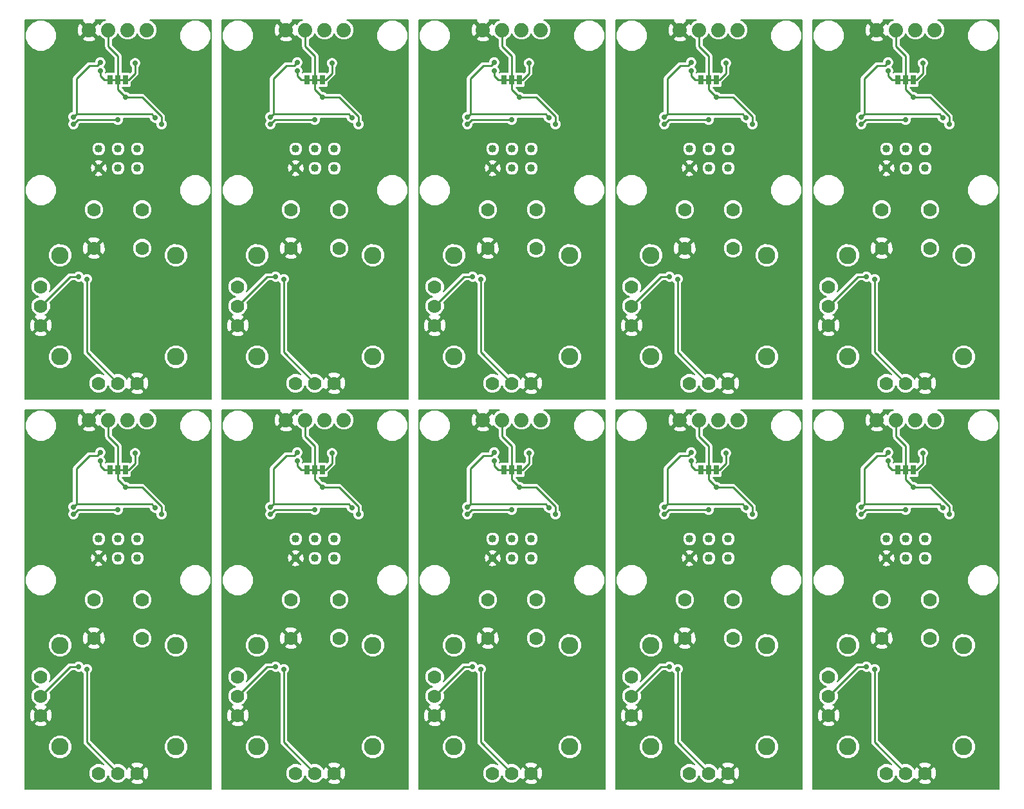
<source format=gbl>
G04 #@! TF.FileFunction,Copper,L2,Bot,Signal*
%FSLAX46Y46*%
G04 Gerber Fmt 4.6, Leading zero omitted, Abs format (unit mm)*
G04 Created by KiCad (PCBNEW 4.0.6) date 01/19/18 11:08:58*
%MOMM*%
%LPD*%
G01*
G04 APERTURE LIST*
%ADD10C,0.100000*%
%ADD11C,0.254000*%
%ADD12R,0.635000X1.270000*%
%ADD13C,1.016000*%
%ADD14C,1.879600*%
%ADD15C,1.778000*%
%ADD16C,2.286000*%
%ADD17C,0.700000*%
%ADD18C,0.250000*%
%ADD19C,0.203200*%
G04 APERTURE END LIST*
D10*
D11*
X191008000Y-109423200D02*
X192024000Y-109423200D01*
X191008000Y-109423200D02*
X189992000Y-109423200D01*
X165100000Y-109423200D02*
X166116000Y-109423200D01*
X165100000Y-109423200D02*
X164084000Y-109423200D01*
X139192000Y-109423200D02*
X140208000Y-109423200D01*
X139192000Y-109423200D02*
X138176000Y-109423200D01*
X113284000Y-109423200D02*
X114300000Y-109423200D01*
X113284000Y-109423200D02*
X112268000Y-109423200D01*
X87376000Y-109423200D02*
X88392000Y-109423200D01*
X87376000Y-109423200D02*
X86360000Y-109423200D01*
X191008000Y-58115200D02*
X192024000Y-58115200D01*
X191008000Y-58115200D02*
X189992000Y-58115200D01*
X165100000Y-58115200D02*
X166116000Y-58115200D01*
X165100000Y-58115200D02*
X164084000Y-58115200D01*
X139192000Y-58115200D02*
X140208000Y-58115200D01*
X139192000Y-58115200D02*
X138176000Y-58115200D01*
X113284000Y-58115200D02*
X114300000Y-58115200D01*
X113284000Y-58115200D02*
X112268000Y-58115200D01*
X87376000Y-58115200D02*
X88392000Y-58115200D01*
X87376000Y-58115200D02*
X86360000Y-58115200D01*
D12*
X189992000Y-109423200D03*
X191008000Y-109423200D03*
X192024000Y-109423200D03*
X164084000Y-109423200D03*
X165100000Y-109423200D03*
X166116000Y-109423200D03*
X138176000Y-109423200D03*
X139192000Y-109423200D03*
X140208000Y-109423200D03*
X112268000Y-109423200D03*
X113284000Y-109423200D03*
X114300000Y-109423200D03*
X86360000Y-109423200D03*
X87376000Y-109423200D03*
X88392000Y-109423200D03*
X189992000Y-58115200D03*
X191008000Y-58115200D03*
X192024000Y-58115200D03*
X164084000Y-58115200D03*
X165100000Y-58115200D03*
X166116000Y-58115200D03*
X138176000Y-58115200D03*
X139192000Y-58115200D03*
X140208000Y-58115200D03*
X112268000Y-58115200D03*
X113284000Y-58115200D03*
X114300000Y-58115200D03*
D13*
X193548000Y-118516400D03*
X193548000Y-121056400D03*
X191008000Y-118516400D03*
X191008000Y-121056400D03*
X188468000Y-118516400D03*
X188468000Y-121056400D03*
X167640000Y-118516400D03*
X167640000Y-121056400D03*
X165100000Y-118516400D03*
X165100000Y-121056400D03*
X162560000Y-118516400D03*
X162560000Y-121056400D03*
X141732000Y-118516400D03*
X141732000Y-121056400D03*
X139192000Y-118516400D03*
X139192000Y-121056400D03*
X136652000Y-118516400D03*
X136652000Y-121056400D03*
X115824000Y-118516400D03*
X115824000Y-121056400D03*
X113284000Y-118516400D03*
X113284000Y-121056400D03*
X110744000Y-118516400D03*
X110744000Y-121056400D03*
X89916000Y-118516400D03*
X89916000Y-121056400D03*
X87376000Y-118516400D03*
X87376000Y-121056400D03*
X84836000Y-118516400D03*
X84836000Y-121056400D03*
X193548000Y-67208400D03*
X193548000Y-69748400D03*
X191008000Y-67208400D03*
X191008000Y-69748400D03*
X188468000Y-67208400D03*
X188468000Y-69748400D03*
X167640000Y-67208400D03*
X167640000Y-69748400D03*
X165100000Y-67208400D03*
X165100000Y-69748400D03*
X162560000Y-67208400D03*
X162560000Y-69748400D03*
X141732000Y-67208400D03*
X141732000Y-69748400D03*
X139192000Y-67208400D03*
X139192000Y-69748400D03*
X136652000Y-67208400D03*
X136652000Y-69748400D03*
X115824000Y-67208400D03*
X115824000Y-69748400D03*
X113284000Y-67208400D03*
X113284000Y-69748400D03*
X110744000Y-67208400D03*
X110744000Y-69748400D03*
D14*
X187198000Y-102870000D03*
X189738000Y-102870000D03*
X192278000Y-102870000D03*
X194818000Y-102870000D03*
X161290000Y-102870000D03*
X163830000Y-102870000D03*
X166370000Y-102870000D03*
X168910000Y-102870000D03*
X135382000Y-102870000D03*
X137922000Y-102870000D03*
X140462000Y-102870000D03*
X143002000Y-102870000D03*
X109474000Y-102870000D03*
X112014000Y-102870000D03*
X114554000Y-102870000D03*
X117094000Y-102870000D03*
X83566000Y-102870000D03*
X86106000Y-102870000D03*
X88646000Y-102870000D03*
X91186000Y-102870000D03*
X187198000Y-51562000D03*
X189738000Y-51562000D03*
X192278000Y-51562000D03*
X194818000Y-51562000D03*
X161290000Y-51562000D03*
X163830000Y-51562000D03*
X166370000Y-51562000D03*
X168910000Y-51562000D03*
X135382000Y-51562000D03*
X137922000Y-51562000D03*
X140462000Y-51562000D03*
X143002000Y-51562000D03*
X109474000Y-51562000D03*
X112014000Y-51562000D03*
X114554000Y-51562000D03*
X117094000Y-51562000D03*
D15*
X187833000Y-126492000D03*
X194183000Y-126492000D03*
X187833000Y-131572000D03*
X194183000Y-131572000D03*
X188468000Y-149352000D03*
X191008000Y-149352000D03*
X193548000Y-149352000D03*
D16*
X183388000Y-132524500D03*
X183388000Y-145859500D03*
X198628000Y-145859500D03*
X198628000Y-132524500D03*
D15*
X180848000Y-136652000D03*
X180848000Y-139192000D03*
X180848000Y-141732000D03*
X161925000Y-126492000D03*
X168275000Y-126492000D03*
X161925000Y-131572000D03*
X168275000Y-131572000D03*
X162560000Y-149352000D03*
X165100000Y-149352000D03*
X167640000Y-149352000D03*
D16*
X157480000Y-132524500D03*
X157480000Y-145859500D03*
X172720000Y-145859500D03*
X172720000Y-132524500D03*
D15*
X154940000Y-136652000D03*
X154940000Y-139192000D03*
X154940000Y-141732000D03*
X136017000Y-126492000D03*
X142367000Y-126492000D03*
X136017000Y-131572000D03*
X142367000Y-131572000D03*
X136652000Y-149352000D03*
X139192000Y-149352000D03*
X141732000Y-149352000D03*
D16*
X131572000Y-132524500D03*
X131572000Y-145859500D03*
X146812000Y-145859500D03*
X146812000Y-132524500D03*
D15*
X129032000Y-136652000D03*
X129032000Y-139192000D03*
X129032000Y-141732000D03*
X110109000Y-126492000D03*
X116459000Y-126492000D03*
X110109000Y-131572000D03*
X116459000Y-131572000D03*
X110744000Y-149352000D03*
X113284000Y-149352000D03*
X115824000Y-149352000D03*
D16*
X105664000Y-132524500D03*
X105664000Y-145859500D03*
X120904000Y-145859500D03*
X120904000Y-132524500D03*
D15*
X103124000Y-136652000D03*
X103124000Y-139192000D03*
X103124000Y-141732000D03*
X84201000Y-126492000D03*
X90551000Y-126492000D03*
X84201000Y-131572000D03*
X90551000Y-131572000D03*
X84836000Y-149352000D03*
X87376000Y-149352000D03*
X89916000Y-149352000D03*
D16*
X79756000Y-132524500D03*
X79756000Y-145859500D03*
X94996000Y-145859500D03*
X94996000Y-132524500D03*
D15*
X77216000Y-136652000D03*
X77216000Y-139192000D03*
X77216000Y-141732000D03*
X187833000Y-75184000D03*
X194183000Y-75184000D03*
X187833000Y-80264000D03*
X194183000Y-80264000D03*
X188468000Y-98044000D03*
X191008000Y-98044000D03*
X193548000Y-98044000D03*
D16*
X183388000Y-81216500D03*
X183388000Y-94551500D03*
X198628000Y-94551500D03*
X198628000Y-81216500D03*
D15*
X180848000Y-85344000D03*
X180848000Y-87884000D03*
X180848000Y-90424000D03*
X161925000Y-75184000D03*
X168275000Y-75184000D03*
X161925000Y-80264000D03*
X168275000Y-80264000D03*
X162560000Y-98044000D03*
X165100000Y-98044000D03*
X167640000Y-98044000D03*
D16*
X157480000Y-81216500D03*
X157480000Y-94551500D03*
X172720000Y-94551500D03*
X172720000Y-81216500D03*
D15*
X154940000Y-85344000D03*
X154940000Y-87884000D03*
X154940000Y-90424000D03*
X136017000Y-75184000D03*
X142367000Y-75184000D03*
X136017000Y-80264000D03*
X142367000Y-80264000D03*
X136652000Y-98044000D03*
X139192000Y-98044000D03*
X141732000Y-98044000D03*
D16*
X131572000Y-81216500D03*
X131572000Y-94551500D03*
X146812000Y-94551500D03*
X146812000Y-81216500D03*
D15*
X129032000Y-85344000D03*
X129032000Y-87884000D03*
X129032000Y-90424000D03*
X110109000Y-75184000D03*
X116459000Y-75184000D03*
X110109000Y-80264000D03*
X116459000Y-80264000D03*
X110744000Y-98044000D03*
X113284000Y-98044000D03*
X115824000Y-98044000D03*
D16*
X105664000Y-81216500D03*
X105664000Y-94551500D03*
X120904000Y-94551500D03*
X120904000Y-81216500D03*
D15*
X103124000Y-85344000D03*
X103124000Y-87884000D03*
X103124000Y-90424000D03*
D14*
X83566000Y-51562000D03*
X86106000Y-51562000D03*
X88646000Y-51562000D03*
X91186000Y-51562000D03*
D13*
X89916000Y-67208400D03*
X89916000Y-69748400D03*
X87376000Y-67208400D03*
X87376000Y-69748400D03*
X84836000Y-67208400D03*
X84836000Y-69748400D03*
D15*
X84201000Y-75184000D03*
X90551000Y-75184000D03*
X84201000Y-80264000D03*
X90551000Y-80264000D03*
X84836000Y-98044000D03*
X87376000Y-98044000D03*
X89916000Y-98044000D03*
D16*
X79756000Y-81216500D03*
X79756000Y-94551500D03*
X94996000Y-94551500D03*
X94996000Y-81216500D03*
D15*
X77216000Y-85344000D03*
X77216000Y-87884000D03*
X77216000Y-90424000D03*
D12*
X86360000Y-58115200D03*
X87376000Y-58115200D03*
X88392000Y-58115200D03*
D17*
X188671200Y-108254800D03*
X162763200Y-108254800D03*
X136855200Y-108254800D03*
X110947200Y-108254800D03*
X85039200Y-108254800D03*
X188671200Y-56946800D03*
X162763200Y-56946800D03*
X136855200Y-56946800D03*
X110947200Y-56946800D03*
X85039200Y-56946800D03*
X193243200Y-107238800D03*
X167335200Y-107238800D03*
X141427200Y-107238800D03*
X115519200Y-107238800D03*
X89611200Y-107238800D03*
X193243200Y-55930800D03*
X167335200Y-55930800D03*
X141427200Y-55930800D03*
X115519200Y-55930800D03*
X89611200Y-55930800D03*
X192024000Y-111709200D03*
X166116000Y-111709200D03*
X140208000Y-111709200D03*
X114300000Y-111709200D03*
X88392000Y-111709200D03*
X192024000Y-60401200D03*
X166116000Y-60401200D03*
X140208000Y-60401200D03*
X114300000Y-60401200D03*
X196729800Y-115265200D03*
X170821800Y-115265200D03*
X144913800Y-115265200D03*
X119005800Y-115265200D03*
X93097800Y-115265200D03*
X196729800Y-63957200D03*
X170821800Y-63957200D03*
X144913800Y-63957200D03*
X119005800Y-63957200D03*
X93097800Y-63957200D03*
X88392000Y-60401200D03*
X185166000Y-114300000D03*
X159258000Y-114300000D03*
X133350000Y-114300000D03*
X107442000Y-114300000D03*
X81534000Y-114300000D03*
X185166000Y-62992000D03*
X159258000Y-62992000D03*
X133350000Y-62992000D03*
X107442000Y-62992000D03*
X195884800Y-114405500D03*
X169976800Y-114405500D03*
X144068800Y-114405500D03*
X118160800Y-114405500D03*
X92252800Y-114405500D03*
X195884800Y-63097500D03*
X169976800Y-63097500D03*
X144068800Y-63097500D03*
X118160800Y-63097500D03*
X188671200Y-107137200D03*
X162763200Y-107137200D03*
X136855200Y-107137200D03*
X110947200Y-107137200D03*
X85039200Y-107137200D03*
X188671200Y-55829200D03*
X162763200Y-55829200D03*
X136855200Y-55829200D03*
X110947200Y-55829200D03*
X92252800Y-63097500D03*
X85039200Y-55829200D03*
X81534000Y-62992000D03*
X191008000Y-114692300D03*
X165100000Y-114692300D03*
X139192000Y-114692300D03*
X113284000Y-114692300D03*
X87376000Y-114692300D03*
X191008000Y-63384300D03*
X165100000Y-63384300D03*
X139192000Y-63384300D03*
X113284000Y-63384300D03*
X185166000Y-115265200D03*
X159258000Y-115265200D03*
X133350000Y-115265200D03*
X107442000Y-115265200D03*
X81534000Y-115265200D03*
X185166000Y-63957200D03*
X159258000Y-63957200D03*
X133350000Y-63957200D03*
X107442000Y-63957200D03*
X87376000Y-63384300D03*
X81534000Y-63957200D03*
X186893200Y-135636000D03*
X160985200Y-135636000D03*
X135077200Y-135636000D03*
X109169200Y-135636000D03*
X83261200Y-135636000D03*
X186893200Y-84328000D03*
X160985200Y-84328000D03*
X135077200Y-84328000D03*
X109169200Y-84328000D03*
X83261200Y-84328000D03*
X185841001Y-135316599D03*
X159933001Y-135316599D03*
X134025001Y-135316599D03*
X108117001Y-135316599D03*
X82209001Y-135316599D03*
X185841001Y-84008599D03*
X159933001Y-84008599D03*
X134025001Y-84008599D03*
X108117001Y-84008599D03*
X82209001Y-84008599D03*
D18*
X189179200Y-109423200D02*
X190195200Y-109423200D01*
X163271200Y-109423200D02*
X164287200Y-109423200D01*
X137363200Y-109423200D02*
X138379200Y-109423200D01*
X111455200Y-109423200D02*
X112471200Y-109423200D01*
X85547200Y-109423200D02*
X86563200Y-109423200D01*
X189179200Y-58115200D02*
X190195200Y-58115200D01*
X163271200Y-58115200D02*
X164287200Y-58115200D01*
X137363200Y-58115200D02*
X138379200Y-58115200D01*
X111455200Y-58115200D02*
X112471200Y-58115200D01*
X188671200Y-108254800D02*
X188671200Y-108915200D01*
X162763200Y-108254800D02*
X162763200Y-108915200D01*
X136855200Y-108254800D02*
X136855200Y-108915200D01*
X110947200Y-108254800D02*
X110947200Y-108915200D01*
X85039200Y-108254800D02*
X85039200Y-108915200D01*
X188671200Y-56946800D02*
X188671200Y-57607200D01*
X162763200Y-56946800D02*
X162763200Y-57607200D01*
X136855200Y-56946800D02*
X136855200Y-57607200D01*
X110947200Y-56946800D02*
X110947200Y-57607200D01*
X188671200Y-108915200D02*
X189179200Y-109423200D01*
X162763200Y-108915200D02*
X163271200Y-109423200D01*
X136855200Y-108915200D02*
X137363200Y-109423200D01*
X110947200Y-108915200D02*
X111455200Y-109423200D01*
X85039200Y-108915200D02*
X85547200Y-109423200D01*
X188671200Y-57607200D02*
X189179200Y-58115200D01*
X162763200Y-57607200D02*
X163271200Y-58115200D01*
X136855200Y-57607200D02*
X137363200Y-58115200D01*
X110947200Y-57607200D02*
X111455200Y-58115200D01*
X85039200Y-57607200D02*
X85547200Y-58115200D01*
X85547200Y-58115200D02*
X86563200Y-58115200D01*
X85039200Y-56946800D02*
X85039200Y-57607200D01*
X193243200Y-107238800D02*
X193243200Y-108568300D01*
X167335200Y-107238800D02*
X167335200Y-108568300D01*
X141427200Y-107238800D02*
X141427200Y-108568300D01*
X115519200Y-107238800D02*
X115519200Y-108568300D01*
X89611200Y-107238800D02*
X89611200Y-108568300D01*
X193243200Y-55930800D02*
X193243200Y-57260300D01*
X167335200Y-55930800D02*
X167335200Y-57260300D01*
X141427200Y-55930800D02*
X141427200Y-57260300D01*
X115519200Y-55930800D02*
X115519200Y-57260300D01*
X192388300Y-109423200D02*
X191820800Y-109423200D01*
X166480300Y-109423200D02*
X165912800Y-109423200D01*
X140572300Y-109423200D02*
X140004800Y-109423200D01*
X114664300Y-109423200D02*
X114096800Y-109423200D01*
X88756300Y-109423200D02*
X88188800Y-109423200D01*
X192388300Y-58115200D02*
X191820800Y-58115200D01*
X166480300Y-58115200D02*
X165912800Y-58115200D01*
X140572300Y-58115200D02*
X140004800Y-58115200D01*
X114664300Y-58115200D02*
X114096800Y-58115200D01*
X193243200Y-108568300D02*
X192388300Y-109423200D01*
X167335200Y-108568300D02*
X166480300Y-109423200D01*
X141427200Y-108568300D02*
X140572300Y-109423200D01*
X115519200Y-108568300D02*
X114664300Y-109423200D01*
X89611200Y-108568300D02*
X88756300Y-109423200D01*
X193243200Y-57260300D02*
X192388300Y-58115200D01*
X167335200Y-57260300D02*
X166480300Y-58115200D01*
X141427200Y-57260300D02*
X140572300Y-58115200D01*
X115519200Y-57260300D02*
X114664300Y-58115200D01*
X89611200Y-55930800D02*
X89611200Y-57260300D01*
X89611200Y-57260300D02*
X88756300Y-58115200D01*
X88756300Y-58115200D02*
X88188800Y-58115200D01*
X196729800Y-114251498D02*
X196729800Y-115265200D01*
X170821800Y-114251498D02*
X170821800Y-115265200D01*
X144913800Y-114251498D02*
X144913800Y-115265200D01*
X119005800Y-114251498D02*
X119005800Y-115265200D01*
X93097800Y-114251498D02*
X93097800Y-115265200D01*
X196729800Y-62943498D02*
X196729800Y-63957200D01*
X170821800Y-62943498D02*
X170821800Y-63957200D01*
X144913800Y-62943498D02*
X144913800Y-63957200D01*
X119005800Y-62943498D02*
X119005800Y-63957200D01*
X189738000Y-105054400D02*
X189738000Y-102870000D01*
X163830000Y-105054400D02*
X163830000Y-102870000D01*
X137922000Y-105054400D02*
X137922000Y-102870000D01*
X112014000Y-105054400D02*
X112014000Y-102870000D01*
X86106000Y-105054400D02*
X86106000Y-102870000D01*
X189738000Y-53746400D02*
X189738000Y-51562000D01*
X163830000Y-53746400D02*
X163830000Y-51562000D01*
X137922000Y-53746400D02*
X137922000Y-51562000D01*
X112014000Y-53746400D02*
X112014000Y-51562000D01*
X191008000Y-110693200D02*
X192024000Y-111709200D01*
X165100000Y-110693200D02*
X166116000Y-111709200D01*
X139192000Y-110693200D02*
X140208000Y-111709200D01*
X113284000Y-110693200D02*
X114300000Y-111709200D01*
X87376000Y-110693200D02*
X88392000Y-111709200D01*
X191008000Y-59385200D02*
X192024000Y-60401200D01*
X165100000Y-59385200D02*
X166116000Y-60401200D01*
X139192000Y-59385200D02*
X140208000Y-60401200D01*
X113284000Y-59385200D02*
X114300000Y-60401200D01*
X191008000Y-109423200D02*
X191008000Y-106324400D01*
X165100000Y-109423200D02*
X165100000Y-106324400D01*
X139192000Y-109423200D02*
X139192000Y-106324400D01*
X113284000Y-109423200D02*
X113284000Y-106324400D01*
X87376000Y-109423200D02*
X87376000Y-106324400D01*
X191008000Y-58115200D02*
X191008000Y-55016400D01*
X165100000Y-58115200D02*
X165100000Y-55016400D01*
X139192000Y-58115200D02*
X139192000Y-55016400D01*
X113284000Y-58115200D02*
X113284000Y-55016400D01*
X192024000Y-111709200D02*
X194187502Y-111709200D01*
X166116000Y-111709200D02*
X168279502Y-111709200D01*
X140208000Y-111709200D02*
X142371502Y-111709200D01*
X114300000Y-111709200D02*
X116463502Y-111709200D01*
X88392000Y-111709200D02*
X90555502Y-111709200D01*
X192024000Y-60401200D02*
X194187502Y-60401200D01*
X166116000Y-60401200D02*
X168279502Y-60401200D01*
X140208000Y-60401200D02*
X142371502Y-60401200D01*
X114300000Y-60401200D02*
X116463502Y-60401200D01*
X191008000Y-106324400D02*
X189738000Y-105054400D01*
X165100000Y-106324400D02*
X163830000Y-105054400D01*
X139192000Y-106324400D02*
X137922000Y-105054400D01*
X113284000Y-106324400D02*
X112014000Y-105054400D01*
X87376000Y-106324400D02*
X86106000Y-105054400D01*
X191008000Y-55016400D02*
X189738000Y-53746400D01*
X165100000Y-55016400D02*
X163830000Y-53746400D01*
X139192000Y-55016400D02*
X137922000Y-53746400D01*
X113284000Y-55016400D02*
X112014000Y-53746400D01*
X194187502Y-111709200D02*
X196729800Y-114251498D01*
X168279502Y-111709200D02*
X170821800Y-114251498D01*
X142371502Y-111709200D02*
X144913800Y-114251498D01*
X116463502Y-111709200D02*
X119005800Y-114251498D01*
X90555502Y-111709200D02*
X93097800Y-114251498D01*
X194187502Y-60401200D02*
X196729800Y-62943498D01*
X168279502Y-60401200D02*
X170821800Y-62943498D01*
X142371502Y-60401200D02*
X144913800Y-62943498D01*
X116463502Y-60401200D02*
X119005800Y-62943498D01*
X191008000Y-109423200D02*
X191008000Y-110693200D01*
X165100000Y-109423200D02*
X165100000Y-110693200D01*
X139192000Y-109423200D02*
X139192000Y-110693200D01*
X113284000Y-109423200D02*
X113284000Y-110693200D01*
X87376000Y-109423200D02*
X87376000Y-110693200D01*
X191008000Y-58115200D02*
X191008000Y-59385200D01*
X165100000Y-58115200D02*
X165100000Y-59385200D01*
X139192000Y-58115200D02*
X139192000Y-59385200D01*
X113284000Y-58115200D02*
X113284000Y-59385200D01*
X88392000Y-60401200D02*
X90555502Y-60401200D01*
X90555502Y-60401200D02*
X93097800Y-62943498D01*
X93097800Y-62943498D02*
X93097800Y-63957200D01*
X87376000Y-58115200D02*
X87376000Y-59385200D01*
X87376000Y-59385200D02*
X88392000Y-60401200D01*
X86106000Y-53746400D02*
X86106000Y-51562000D01*
X87376000Y-55016400D02*
X86106000Y-53746400D01*
X87376000Y-58115200D02*
X87376000Y-55016400D01*
X185515999Y-109276401D02*
X187212601Y-107579799D01*
X159607999Y-109276401D02*
X161304601Y-107579799D01*
X133699999Y-109276401D02*
X135396601Y-107579799D01*
X107791999Y-109276401D02*
X109488601Y-107579799D01*
X81883999Y-109276401D02*
X83580601Y-107579799D01*
X185515999Y-57968401D02*
X187212601Y-56271799D01*
X159607999Y-57968401D02*
X161304601Y-56271799D01*
X133699999Y-57968401D02*
X135396601Y-56271799D01*
X107791999Y-57968401D02*
X109488601Y-56271799D01*
X188228601Y-107579799D02*
X188671200Y-107137200D01*
X162320601Y-107579799D02*
X162763200Y-107137200D01*
X136412601Y-107579799D02*
X136855200Y-107137200D01*
X110504601Y-107579799D02*
X110947200Y-107137200D01*
X84596601Y-107579799D02*
X85039200Y-107137200D01*
X188228601Y-56271799D02*
X188671200Y-55829200D01*
X162320601Y-56271799D02*
X162763200Y-55829200D01*
X136412601Y-56271799D02*
X136855200Y-55829200D01*
X110504601Y-56271799D02*
X110947200Y-55829200D01*
X185166000Y-114300000D02*
X185515999Y-113950001D01*
X159258000Y-114300000D02*
X159607999Y-113950001D01*
X133350000Y-114300000D02*
X133699999Y-113950001D01*
X107442000Y-114300000D02*
X107791999Y-113950001D01*
X81534000Y-114300000D02*
X81883999Y-113950001D01*
X185166000Y-62992000D02*
X185515999Y-62642001D01*
X159258000Y-62992000D02*
X159607999Y-62642001D01*
X133350000Y-62992000D02*
X133699999Y-62642001D01*
X107442000Y-62992000D02*
X107791999Y-62642001D01*
X195429301Y-113950001D02*
X195884800Y-114405500D01*
X169521301Y-113950001D02*
X169976800Y-114405500D01*
X143613301Y-113950001D02*
X144068800Y-114405500D01*
X117705301Y-113950001D02*
X118160800Y-114405500D01*
X91797301Y-113950001D02*
X92252800Y-114405500D01*
X195429301Y-62642001D02*
X195884800Y-63097500D01*
X169521301Y-62642001D02*
X169976800Y-63097500D01*
X143613301Y-62642001D02*
X144068800Y-63097500D01*
X117705301Y-62642001D02*
X118160800Y-63097500D01*
X185515999Y-113950001D02*
X195429301Y-113950001D01*
X159607999Y-113950001D02*
X169521301Y-113950001D01*
X133699999Y-113950001D02*
X143613301Y-113950001D01*
X107791999Y-113950001D02*
X117705301Y-113950001D01*
X81883999Y-113950001D02*
X91797301Y-113950001D01*
X185515999Y-62642001D02*
X195429301Y-62642001D01*
X159607999Y-62642001D02*
X169521301Y-62642001D01*
X133699999Y-62642001D02*
X143613301Y-62642001D01*
X107791999Y-62642001D02*
X117705301Y-62642001D01*
X185515999Y-113950001D02*
X185515999Y-109276401D01*
X159607999Y-113950001D02*
X159607999Y-109276401D01*
X133699999Y-113950001D02*
X133699999Y-109276401D01*
X107791999Y-113950001D02*
X107791999Y-109276401D01*
X81883999Y-113950001D02*
X81883999Y-109276401D01*
X185515999Y-62642001D02*
X185515999Y-57968401D01*
X159607999Y-62642001D02*
X159607999Y-57968401D01*
X133699999Y-62642001D02*
X133699999Y-57968401D01*
X107791999Y-62642001D02*
X107791999Y-57968401D01*
X187212601Y-107579799D02*
X188228601Y-107579799D01*
X161304601Y-107579799D02*
X162320601Y-107579799D01*
X135396601Y-107579799D02*
X136412601Y-107579799D01*
X109488601Y-107579799D02*
X110504601Y-107579799D01*
X83580601Y-107579799D02*
X84596601Y-107579799D01*
X187212601Y-56271799D02*
X188228601Y-56271799D01*
X161304601Y-56271799D02*
X162320601Y-56271799D01*
X135396601Y-56271799D02*
X136412601Y-56271799D01*
X109488601Y-56271799D02*
X110504601Y-56271799D01*
X91797301Y-62642001D02*
X92252800Y-63097500D01*
X81534000Y-62992000D02*
X81883999Y-62642001D01*
X81883999Y-62642001D02*
X91797301Y-62642001D01*
X81883999Y-57968401D02*
X83580601Y-56271799D01*
X83580601Y-56271799D02*
X84596601Y-56271799D01*
X84596601Y-56271799D02*
X85039200Y-55829200D01*
X81883999Y-62642001D02*
X81883999Y-57968401D01*
X185166000Y-115265200D02*
X185738900Y-114692300D01*
X159258000Y-115265200D02*
X159830900Y-114692300D01*
X133350000Y-115265200D02*
X133922900Y-114692300D01*
X107442000Y-115265200D02*
X108014900Y-114692300D01*
X81534000Y-115265200D02*
X82106900Y-114692300D01*
X185166000Y-63957200D02*
X185738900Y-63384300D01*
X159258000Y-63957200D02*
X159830900Y-63384300D01*
X133350000Y-63957200D02*
X133922900Y-63384300D01*
X107442000Y-63957200D02*
X108014900Y-63384300D01*
X185738900Y-114692300D02*
X191008000Y-114692300D01*
X159830900Y-114692300D02*
X165100000Y-114692300D01*
X133922900Y-114692300D02*
X139192000Y-114692300D01*
X108014900Y-114692300D02*
X113284000Y-114692300D01*
X82106900Y-114692300D02*
X87376000Y-114692300D01*
X185738900Y-63384300D02*
X191008000Y-63384300D01*
X159830900Y-63384300D02*
X165100000Y-63384300D01*
X133922900Y-63384300D02*
X139192000Y-63384300D01*
X108014900Y-63384300D02*
X113284000Y-63384300D01*
X81534000Y-63957200D02*
X82106900Y-63384300D01*
X82106900Y-63384300D02*
X87376000Y-63384300D01*
X186893200Y-145237200D02*
X191008000Y-149352000D01*
X160985200Y-145237200D02*
X165100000Y-149352000D01*
X135077200Y-145237200D02*
X139192000Y-149352000D01*
X109169200Y-145237200D02*
X113284000Y-149352000D01*
X83261200Y-145237200D02*
X87376000Y-149352000D01*
X186893200Y-93929200D02*
X191008000Y-98044000D01*
X160985200Y-93929200D02*
X165100000Y-98044000D01*
X135077200Y-93929200D02*
X139192000Y-98044000D01*
X109169200Y-93929200D02*
X113284000Y-98044000D01*
X186893200Y-135636000D02*
X186893200Y-145237200D01*
X160985200Y-135636000D02*
X160985200Y-145237200D01*
X135077200Y-135636000D02*
X135077200Y-145237200D01*
X109169200Y-135636000D02*
X109169200Y-145237200D01*
X83261200Y-135636000D02*
X83261200Y-145237200D01*
X186893200Y-84328000D02*
X186893200Y-93929200D01*
X160985200Y-84328000D02*
X160985200Y-93929200D01*
X135077200Y-84328000D02*
X135077200Y-93929200D01*
X109169200Y-84328000D02*
X109169200Y-93929200D01*
X83261200Y-84328000D02*
X83261200Y-93929200D01*
X83261200Y-93929200D02*
X87376000Y-98044000D01*
X184723401Y-135316599D02*
X180848000Y-139192000D01*
X158815401Y-135316599D02*
X154940000Y-139192000D01*
X132907401Y-135316599D02*
X129032000Y-139192000D01*
X106999401Y-135316599D02*
X103124000Y-139192000D01*
X81091401Y-135316599D02*
X77216000Y-139192000D01*
X184723401Y-84008599D02*
X180848000Y-87884000D01*
X158815401Y-84008599D02*
X154940000Y-87884000D01*
X132907401Y-84008599D02*
X129032000Y-87884000D01*
X106999401Y-84008599D02*
X103124000Y-87884000D01*
X185841001Y-135316599D02*
X184723401Y-135316599D01*
X159933001Y-135316599D02*
X158815401Y-135316599D01*
X134025001Y-135316599D02*
X132907401Y-135316599D01*
X108117001Y-135316599D02*
X106999401Y-135316599D01*
X82209001Y-135316599D02*
X81091401Y-135316599D01*
X185841001Y-84008599D02*
X184723401Y-84008599D01*
X159933001Y-84008599D02*
X158815401Y-84008599D01*
X134025001Y-84008599D02*
X132907401Y-84008599D01*
X108117001Y-84008599D02*
X106999401Y-84008599D01*
X82209001Y-84008599D02*
X81091401Y-84008599D01*
X81091401Y-84008599D02*
X77216000Y-87884000D01*
D19*
G36*
X82670240Y-50450714D02*
X83566000Y-51346474D01*
X84461760Y-50450714D01*
X84391575Y-50265400D01*
X85718792Y-50265400D01*
X85344435Y-50420081D01*
X84965412Y-50798443D01*
X84954266Y-50825286D01*
X84927666Y-50761068D01*
X84677286Y-50666240D01*
X83781526Y-51562000D01*
X84677286Y-52457760D01*
X84927666Y-52362932D01*
X84951770Y-52293770D01*
X84964081Y-52323565D01*
X85342443Y-52702588D01*
X85574600Y-52798988D01*
X85574600Y-53746395D01*
X85574599Y-53746400D01*
X85615050Y-53949758D01*
X85730243Y-54122157D01*
X86844600Y-55236513D01*
X86844600Y-57102509D01*
X86838710Y-57098485D01*
X86677500Y-57065839D01*
X86042500Y-57065839D01*
X85891897Y-57094177D01*
X85762428Y-57177488D01*
X85795469Y-57097917D01*
X85795731Y-56797003D01*
X85680819Y-56518893D01*
X85550112Y-56387958D01*
X85680071Y-56258226D01*
X85795469Y-55980317D01*
X85795731Y-55679403D01*
X85680819Y-55401293D01*
X85468226Y-55188329D01*
X85190317Y-55072931D01*
X84889403Y-55072669D01*
X84611293Y-55187581D01*
X84398329Y-55400174D01*
X84282931Y-55678083D01*
X84282877Y-55740399D01*
X83580606Y-55740399D01*
X83580601Y-55740398D01*
X83383105Y-55779683D01*
X83377243Y-55780849D01*
X83204844Y-55896042D01*
X83204842Y-55896045D01*
X81508242Y-57592644D01*
X81393049Y-57765043D01*
X81352598Y-57968401D01*
X81352599Y-57968406D01*
X81352599Y-62248527D01*
X81106093Y-62350381D01*
X80893129Y-62562974D01*
X80777731Y-62840883D01*
X80777469Y-63141797D01*
X80892381Y-63419907D01*
X80946888Y-63474509D01*
X80893129Y-63528174D01*
X80777731Y-63806083D01*
X80777469Y-64106997D01*
X80892381Y-64385107D01*
X81104974Y-64598071D01*
X81382883Y-64713469D01*
X81683797Y-64713731D01*
X81961907Y-64598819D01*
X82174871Y-64386226D01*
X82290269Y-64108317D01*
X82290405Y-63952309D01*
X82327014Y-63915700D01*
X86837694Y-63915700D01*
X86946974Y-64025171D01*
X87224883Y-64140569D01*
X87525797Y-64140831D01*
X87803907Y-64025919D01*
X88016871Y-63813326D01*
X88132269Y-63535417D01*
X88132531Y-63234503D01*
X88107284Y-63173401D01*
X91496333Y-63173401D01*
X91496269Y-63247297D01*
X91611181Y-63525407D01*
X91823774Y-63738371D01*
X92101683Y-63853769D01*
X92341489Y-63853978D01*
X92341269Y-64106997D01*
X92456181Y-64385107D01*
X92668774Y-64598071D01*
X92946683Y-64713469D01*
X93247597Y-64713731D01*
X93525707Y-64598819D01*
X93738671Y-64386226D01*
X93854069Y-64108317D01*
X93854331Y-63807403D01*
X93739419Y-63529293D01*
X93629200Y-63418882D01*
X93629200Y-62943498D01*
X93588750Y-62740140D01*
X93473557Y-62567741D01*
X93473554Y-62567739D01*
X90931259Y-60025443D01*
X90758860Y-59910250D01*
X90555502Y-59869799D01*
X90555497Y-59869800D01*
X88930306Y-59869800D01*
X88821026Y-59760329D01*
X88543117Y-59644931D01*
X88387109Y-59644795D01*
X87907400Y-59165086D01*
X87907400Y-59127891D01*
X87913290Y-59131915D01*
X88074500Y-59164561D01*
X88709500Y-59164561D01*
X88860103Y-59136223D01*
X88998422Y-59047217D01*
X89091215Y-58911410D01*
X89123861Y-58750200D01*
X89123861Y-58496433D01*
X89132057Y-58490957D01*
X89986954Y-57636059D01*
X89986957Y-57636057D01*
X90102150Y-57463658D01*
X90119621Y-57375826D01*
X90142601Y-57260300D01*
X90142600Y-57260295D01*
X90142600Y-56469106D01*
X90252071Y-56359826D01*
X90367469Y-56081917D01*
X90367731Y-55781003D01*
X90252819Y-55502893D01*
X90040226Y-55289929D01*
X89762317Y-55174531D01*
X89461403Y-55174269D01*
X89183293Y-55289181D01*
X88970329Y-55501774D01*
X88854931Y-55779683D01*
X88854669Y-56080597D01*
X88969581Y-56358707D01*
X89079800Y-56469118D01*
X89079800Y-57040187D01*
X88960293Y-57159694D01*
X88870710Y-57098485D01*
X88709500Y-57065839D01*
X88074500Y-57065839D01*
X87923897Y-57094177D01*
X87907400Y-57104793D01*
X87907400Y-55016400D01*
X87866950Y-54813042D01*
X87751757Y-54640643D01*
X87751754Y-54640641D01*
X86637400Y-53526286D01*
X86637400Y-52799021D01*
X86867565Y-52703919D01*
X87246588Y-52325557D01*
X87376065Y-52013742D01*
X87504081Y-52323565D01*
X87882443Y-52702588D01*
X88377049Y-52907966D01*
X88912601Y-52908434D01*
X89407565Y-52703919D01*
X89786588Y-52325557D01*
X89916065Y-52013742D01*
X90044081Y-52323565D01*
X90422443Y-52702588D01*
X90917049Y-52907966D01*
X91452601Y-52908434D01*
X91880942Y-52731447D01*
X95478244Y-52731447D01*
X95790804Y-53487901D01*
X96369055Y-54067162D01*
X97124962Y-54381042D01*
X97943447Y-54381756D01*
X98699901Y-54069196D01*
X99279162Y-53490945D01*
X99593042Y-52735038D01*
X99593756Y-51916553D01*
X99281196Y-51160099D01*
X98702945Y-50580838D01*
X97947038Y-50266958D01*
X97128553Y-50266244D01*
X96372099Y-50578804D01*
X95792838Y-51157055D01*
X95478958Y-51912962D01*
X95478244Y-52731447D01*
X91880942Y-52731447D01*
X91947565Y-52703919D01*
X92326588Y-52325557D01*
X92531966Y-51830951D01*
X92532434Y-51295399D01*
X92327919Y-50800435D01*
X91949557Y-50421412D01*
X91573838Y-50265400D01*
X99594600Y-50265400D01*
X99594600Y-100102600D01*
X75157400Y-100102600D01*
X75157400Y-94858343D01*
X78206331Y-94858343D01*
X78441716Y-95428018D01*
X78877189Y-95864252D01*
X79446453Y-96100631D01*
X80062843Y-96101169D01*
X80632518Y-95865784D01*
X81068752Y-95430311D01*
X81305131Y-94861047D01*
X81305669Y-94244657D01*
X81070284Y-93674982D01*
X80634811Y-93238748D01*
X80065547Y-93002369D01*
X79449157Y-93001831D01*
X78879482Y-93237216D01*
X78443248Y-93672689D01*
X78206869Y-94241953D01*
X78206331Y-94858343D01*
X75157400Y-94858343D01*
X75157400Y-91498442D01*
X76357084Y-91498442D01*
X76445661Y-91743559D01*
X77009272Y-91937909D01*
X77604357Y-91901781D01*
X77986339Y-91743559D01*
X78074916Y-91498442D01*
X77216000Y-90639526D01*
X76357084Y-91498442D01*
X75157400Y-91498442D01*
X75157400Y-90217272D01*
X75702091Y-90217272D01*
X75738219Y-90812357D01*
X75896441Y-91194339D01*
X76141558Y-91282916D01*
X77000474Y-90424000D01*
X77431526Y-90424000D01*
X78290442Y-91282916D01*
X78535559Y-91194339D01*
X78729909Y-90630728D01*
X78693781Y-90035643D01*
X78535559Y-89653661D01*
X78290442Y-89565084D01*
X77431526Y-90424000D01*
X77000474Y-90424000D01*
X76141558Y-89565084D01*
X75896441Y-89653661D01*
X75702091Y-90217272D01*
X75157400Y-90217272D01*
X75157400Y-85600540D01*
X75920376Y-85600540D01*
X76117173Y-86076826D01*
X76481257Y-86441546D01*
X76897008Y-86614181D01*
X76483174Y-86785173D01*
X76118454Y-87149257D01*
X75920826Y-87625199D01*
X75920376Y-88140540D01*
X76117173Y-88616826D01*
X76481257Y-88981546D01*
X76611646Y-89035688D01*
X76445661Y-89104441D01*
X76357084Y-89349558D01*
X77216000Y-90208474D01*
X78074916Y-89349558D01*
X77986339Y-89104441D01*
X77805455Y-89042067D01*
X77948826Y-88982827D01*
X78313546Y-88618743D01*
X78511174Y-88142801D01*
X78511624Y-87627460D01*
X78427544Y-87423970D01*
X81311514Y-84539999D01*
X81670695Y-84539999D01*
X81779975Y-84649470D01*
X82057884Y-84764868D01*
X82358798Y-84765130D01*
X82584807Y-84671746D01*
X82619581Y-84755907D01*
X82729800Y-84866318D01*
X82729800Y-93929195D01*
X82729799Y-93929200D01*
X82770250Y-94132558D01*
X82885443Y-94304957D01*
X85495836Y-96915350D01*
X85094801Y-96748826D01*
X84579460Y-96748376D01*
X84103174Y-96945173D01*
X83738454Y-97309257D01*
X83540826Y-97785199D01*
X83540376Y-98300540D01*
X83737173Y-98776826D01*
X84101257Y-99141546D01*
X84577199Y-99339174D01*
X85092540Y-99339624D01*
X85568826Y-99142827D01*
X85933546Y-98778743D01*
X86106181Y-98362992D01*
X86277173Y-98776826D01*
X86641257Y-99141546D01*
X87117199Y-99339174D01*
X87632540Y-99339624D01*
X88108826Y-99142827D01*
X88133253Y-99118442D01*
X89057084Y-99118442D01*
X89145661Y-99363559D01*
X89709272Y-99557909D01*
X90304357Y-99521781D01*
X90686339Y-99363559D01*
X90774916Y-99118442D01*
X89916000Y-98259526D01*
X89057084Y-99118442D01*
X88133253Y-99118442D01*
X88473546Y-98778743D01*
X88527688Y-98648354D01*
X88596441Y-98814339D01*
X88841558Y-98902916D01*
X89700474Y-98044000D01*
X90131526Y-98044000D01*
X90990442Y-98902916D01*
X91235559Y-98814339D01*
X91429909Y-98250728D01*
X91393781Y-97655643D01*
X91235559Y-97273661D01*
X90990442Y-97185084D01*
X90131526Y-98044000D01*
X89700474Y-98044000D01*
X88841558Y-97185084D01*
X88596441Y-97273661D01*
X88534067Y-97454545D01*
X88474827Y-97311174D01*
X88133807Y-96969558D01*
X89057084Y-96969558D01*
X89916000Y-97828474D01*
X90774916Y-96969558D01*
X90686339Y-96724441D01*
X90122728Y-96530091D01*
X89527643Y-96566219D01*
X89145661Y-96724441D01*
X89057084Y-96969558D01*
X88133807Y-96969558D01*
X88110743Y-96946454D01*
X87634801Y-96748826D01*
X87119460Y-96748376D01*
X86915970Y-96832456D01*
X84941857Y-94858343D01*
X93446331Y-94858343D01*
X93681716Y-95428018D01*
X94117189Y-95864252D01*
X94686453Y-96100631D01*
X95302843Y-96101169D01*
X95872518Y-95865784D01*
X96308752Y-95430311D01*
X96545131Y-94861047D01*
X96545669Y-94244657D01*
X96310284Y-93674982D01*
X95874811Y-93238748D01*
X95305547Y-93002369D01*
X94689157Y-93001831D01*
X94119482Y-93237216D01*
X93683248Y-93672689D01*
X93446869Y-94241953D01*
X93446331Y-94858343D01*
X84941857Y-94858343D01*
X83792600Y-93709086D01*
X83792600Y-84866306D01*
X83902071Y-84757026D01*
X84017469Y-84479117D01*
X84017731Y-84178203D01*
X83902819Y-83900093D01*
X83690226Y-83687129D01*
X83412317Y-83571731D01*
X83111403Y-83571469D01*
X82885394Y-83664853D01*
X82850620Y-83580692D01*
X82638027Y-83367728D01*
X82360118Y-83252330D01*
X82059204Y-83252068D01*
X81781094Y-83366980D01*
X81670683Y-83477199D01*
X81091406Y-83477199D01*
X81091401Y-83477198D01*
X80888043Y-83517649D01*
X80715644Y-83632842D01*
X80715642Y-83632845D01*
X78344650Y-86003837D01*
X78511174Y-85602801D01*
X78511624Y-85087460D01*
X78314827Y-84611174D01*
X77950743Y-84246454D01*
X77474801Y-84048826D01*
X76959460Y-84048376D01*
X76483174Y-84245173D01*
X76118454Y-84609257D01*
X75920826Y-85085199D01*
X75920376Y-85600540D01*
X75157400Y-85600540D01*
X75157400Y-81523343D01*
X78206331Y-81523343D01*
X78441716Y-82093018D01*
X78877189Y-82529252D01*
X79446453Y-82765631D01*
X80062843Y-82766169D01*
X80632518Y-82530784D01*
X81068752Y-82095311D01*
X81305131Y-81526047D01*
X81305294Y-81338442D01*
X83342084Y-81338442D01*
X83430661Y-81583559D01*
X83994272Y-81777909D01*
X84589357Y-81741781D01*
X84971339Y-81583559D01*
X85059916Y-81338442D01*
X84201000Y-80479526D01*
X83342084Y-81338442D01*
X81305294Y-81338442D01*
X81305669Y-80909657D01*
X81070284Y-80339982D01*
X80788068Y-80057272D01*
X82687091Y-80057272D01*
X82723219Y-80652357D01*
X82881441Y-81034339D01*
X83126558Y-81122916D01*
X83985474Y-80264000D01*
X84416526Y-80264000D01*
X85275442Y-81122916D01*
X85520559Y-81034339D01*
X85697732Y-80520540D01*
X89255376Y-80520540D01*
X89452173Y-80996826D01*
X89816257Y-81361546D01*
X90292199Y-81559174D01*
X90807540Y-81559624D01*
X90895346Y-81523343D01*
X93446331Y-81523343D01*
X93681716Y-82093018D01*
X94117189Y-82529252D01*
X94686453Y-82765631D01*
X95302843Y-82766169D01*
X95872518Y-82530784D01*
X96308752Y-82095311D01*
X96545131Y-81526047D01*
X96545669Y-80909657D01*
X96310284Y-80339982D01*
X95874811Y-79903748D01*
X95305547Y-79667369D01*
X94689157Y-79666831D01*
X94119482Y-79902216D01*
X93683248Y-80337689D01*
X93446869Y-80906953D01*
X93446331Y-81523343D01*
X90895346Y-81523343D01*
X91283826Y-81362827D01*
X91648546Y-80998743D01*
X91846174Y-80522801D01*
X91846624Y-80007460D01*
X91649827Y-79531174D01*
X91285743Y-79166454D01*
X90809801Y-78968826D01*
X90294460Y-78968376D01*
X89818174Y-79165173D01*
X89453454Y-79529257D01*
X89255826Y-80005199D01*
X89255376Y-80520540D01*
X85697732Y-80520540D01*
X85714909Y-80470728D01*
X85678781Y-79875643D01*
X85520559Y-79493661D01*
X85275442Y-79405084D01*
X84416526Y-80264000D01*
X83985474Y-80264000D01*
X83126558Y-79405084D01*
X82881441Y-79493661D01*
X82687091Y-80057272D01*
X80788068Y-80057272D01*
X80634811Y-79903748D01*
X80065547Y-79667369D01*
X79449157Y-79666831D01*
X78879482Y-79902216D01*
X78443248Y-80337689D01*
X78206869Y-80906953D01*
X78206331Y-81523343D01*
X75157400Y-81523343D01*
X75157400Y-79189558D01*
X83342084Y-79189558D01*
X84201000Y-80048474D01*
X85059916Y-79189558D01*
X84971339Y-78944441D01*
X84407728Y-78750091D01*
X83812643Y-78786219D01*
X83430661Y-78944441D01*
X83342084Y-79189558D01*
X75157400Y-79189558D01*
X75157400Y-75440540D01*
X82905376Y-75440540D01*
X83102173Y-75916826D01*
X83466257Y-76281546D01*
X83942199Y-76479174D01*
X84457540Y-76479624D01*
X84933826Y-76282827D01*
X85298546Y-75918743D01*
X85496174Y-75442801D01*
X85496175Y-75440540D01*
X89255376Y-75440540D01*
X89452173Y-75916826D01*
X89816257Y-76281546D01*
X90292199Y-76479174D01*
X90807540Y-76479624D01*
X91283826Y-76282827D01*
X91648546Y-75918743D01*
X91846174Y-75442801D01*
X91846624Y-74927460D01*
X91649827Y-74451174D01*
X91285743Y-74086454D01*
X90809801Y-73888826D01*
X90294460Y-73888376D01*
X89818174Y-74085173D01*
X89453454Y-74449257D01*
X89255826Y-74925199D01*
X89255376Y-75440540D01*
X85496175Y-75440540D01*
X85496624Y-74927460D01*
X85299827Y-74451174D01*
X84935743Y-74086454D01*
X84459801Y-73888826D01*
X83944460Y-73888376D01*
X83468174Y-74085173D01*
X83103454Y-74449257D01*
X82905826Y-74925199D01*
X82905376Y-75440540D01*
X75157400Y-75440540D01*
X75157400Y-73051447D01*
X75158244Y-73051447D01*
X75470804Y-73807901D01*
X76049055Y-74387162D01*
X76804962Y-74701042D01*
X77623447Y-74701756D01*
X78379901Y-74389196D01*
X78959162Y-73810945D01*
X79273042Y-73055038D01*
X79273045Y-73051447D01*
X95478244Y-73051447D01*
X95790804Y-73807901D01*
X96369055Y-74387162D01*
X97124962Y-74701042D01*
X97943447Y-74701756D01*
X98699901Y-74389196D01*
X99279162Y-73810945D01*
X99593042Y-73055038D01*
X99593756Y-72236553D01*
X99281196Y-71480099D01*
X98702945Y-70900838D01*
X97947038Y-70586958D01*
X97128553Y-70586244D01*
X96372099Y-70898804D01*
X95792838Y-71477055D01*
X95478958Y-72232962D01*
X95478244Y-73051447D01*
X79273045Y-73051447D01*
X79273756Y-72236553D01*
X78961196Y-71480099D01*
X78382945Y-70900838D01*
X77627038Y-70586958D01*
X76808553Y-70586244D01*
X76052099Y-70898804D01*
X75472838Y-71477055D01*
X75158958Y-72232962D01*
X75158244Y-73051447D01*
X75157400Y-73051447D01*
X75157400Y-70545775D01*
X84254151Y-70545775D01*
X84295534Y-70751567D01*
X84720570Y-70882033D01*
X85163179Y-70839913D01*
X85376466Y-70751567D01*
X85417849Y-70545775D01*
X84836000Y-69963926D01*
X84254151Y-70545775D01*
X75157400Y-70545775D01*
X75157400Y-69632970D01*
X83702367Y-69632970D01*
X83744487Y-70075579D01*
X83832833Y-70288866D01*
X84038625Y-70330249D01*
X84620474Y-69748400D01*
X85051526Y-69748400D01*
X85633375Y-70330249D01*
X85839167Y-70288866D01*
X85949479Y-69929487D01*
X86461442Y-69929487D01*
X86600358Y-70265689D01*
X86857358Y-70523138D01*
X87193317Y-70662641D01*
X87557087Y-70662958D01*
X87893289Y-70524042D01*
X88150738Y-70267042D01*
X88290241Y-69931083D01*
X88290242Y-69929487D01*
X89001442Y-69929487D01*
X89140358Y-70265689D01*
X89397358Y-70523138D01*
X89733317Y-70662641D01*
X90097087Y-70662958D01*
X90433289Y-70524042D01*
X90690738Y-70267042D01*
X90830241Y-69931083D01*
X90830558Y-69567313D01*
X90691642Y-69231111D01*
X90434642Y-68973662D01*
X90098683Y-68834159D01*
X89734913Y-68833842D01*
X89398711Y-68972758D01*
X89141262Y-69229758D01*
X89001759Y-69565717D01*
X89001442Y-69929487D01*
X88290242Y-69929487D01*
X88290558Y-69567313D01*
X88151642Y-69231111D01*
X87894642Y-68973662D01*
X87558683Y-68834159D01*
X87194913Y-68833842D01*
X86858711Y-68972758D01*
X86601262Y-69229758D01*
X86461759Y-69565717D01*
X86461442Y-69929487D01*
X85949479Y-69929487D01*
X85969633Y-69863830D01*
X85927513Y-69421221D01*
X85839167Y-69207934D01*
X85633375Y-69166551D01*
X85051526Y-69748400D01*
X84620474Y-69748400D01*
X84038625Y-69166551D01*
X83832833Y-69207934D01*
X83702367Y-69632970D01*
X75157400Y-69632970D01*
X75157400Y-68951025D01*
X84254151Y-68951025D01*
X84836000Y-69532874D01*
X85417849Y-68951025D01*
X85376466Y-68745233D01*
X84951430Y-68614767D01*
X84508821Y-68656887D01*
X84295534Y-68745233D01*
X84254151Y-68951025D01*
X75157400Y-68951025D01*
X75157400Y-67389487D01*
X83921442Y-67389487D01*
X84060358Y-67725689D01*
X84317358Y-67983138D01*
X84653317Y-68122641D01*
X85017087Y-68122958D01*
X85353289Y-67984042D01*
X85610738Y-67727042D01*
X85750241Y-67391083D01*
X85750242Y-67389487D01*
X86461442Y-67389487D01*
X86600358Y-67725689D01*
X86857358Y-67983138D01*
X87193317Y-68122641D01*
X87557087Y-68122958D01*
X87893289Y-67984042D01*
X88150738Y-67727042D01*
X88290241Y-67391083D01*
X88290242Y-67389487D01*
X89001442Y-67389487D01*
X89140358Y-67725689D01*
X89397358Y-67983138D01*
X89733317Y-68122641D01*
X90097087Y-68122958D01*
X90433289Y-67984042D01*
X90690738Y-67727042D01*
X90830241Y-67391083D01*
X90830558Y-67027313D01*
X90691642Y-66691111D01*
X90434642Y-66433662D01*
X90098683Y-66294159D01*
X89734913Y-66293842D01*
X89398711Y-66432758D01*
X89141262Y-66689758D01*
X89001759Y-67025717D01*
X89001442Y-67389487D01*
X88290242Y-67389487D01*
X88290558Y-67027313D01*
X88151642Y-66691111D01*
X87894642Y-66433662D01*
X87558683Y-66294159D01*
X87194913Y-66293842D01*
X86858711Y-66432758D01*
X86601262Y-66689758D01*
X86461759Y-67025717D01*
X86461442Y-67389487D01*
X85750242Y-67389487D01*
X85750558Y-67027313D01*
X85611642Y-66691111D01*
X85354642Y-66433662D01*
X85018683Y-66294159D01*
X84654913Y-66293842D01*
X84318711Y-66432758D01*
X84061262Y-66689758D01*
X83921759Y-67025717D01*
X83921442Y-67389487D01*
X75157400Y-67389487D01*
X75157400Y-52731447D01*
X75158244Y-52731447D01*
X75470804Y-53487901D01*
X76049055Y-54067162D01*
X76804962Y-54381042D01*
X77623447Y-54381756D01*
X78379901Y-54069196D01*
X78959162Y-53490945D01*
X79273042Y-52735038D01*
X79273095Y-52673286D01*
X82670240Y-52673286D01*
X82765068Y-52923666D01*
X83347122Y-53126519D01*
X83962499Y-53091188D01*
X84366932Y-52923666D01*
X84461760Y-52673286D01*
X83566000Y-51777526D01*
X82670240Y-52673286D01*
X79273095Y-52673286D01*
X79273756Y-51916553D01*
X79036820Y-51343122D01*
X82001481Y-51343122D01*
X82036812Y-51958499D01*
X82204334Y-52362932D01*
X82454714Y-52457760D01*
X83350474Y-51562000D01*
X82454714Y-50666240D01*
X82204334Y-50761068D01*
X82001481Y-51343122D01*
X79036820Y-51343122D01*
X78961196Y-51160099D01*
X78382945Y-50580838D01*
X77627038Y-50266958D01*
X76808553Y-50266244D01*
X76052099Y-50578804D01*
X75472838Y-51157055D01*
X75158958Y-51912962D01*
X75158244Y-52731447D01*
X75157400Y-52731447D01*
X75157400Y-50265400D01*
X82740425Y-50265400D01*
X82670240Y-50450714D01*
X82670240Y-50450714D01*
G37*
X82670240Y-50450714D02*
X83566000Y-51346474D01*
X84461760Y-50450714D01*
X84391575Y-50265400D01*
X85718792Y-50265400D01*
X85344435Y-50420081D01*
X84965412Y-50798443D01*
X84954266Y-50825286D01*
X84927666Y-50761068D01*
X84677286Y-50666240D01*
X83781526Y-51562000D01*
X84677286Y-52457760D01*
X84927666Y-52362932D01*
X84951770Y-52293770D01*
X84964081Y-52323565D01*
X85342443Y-52702588D01*
X85574600Y-52798988D01*
X85574600Y-53746395D01*
X85574599Y-53746400D01*
X85615050Y-53949758D01*
X85730243Y-54122157D01*
X86844600Y-55236513D01*
X86844600Y-57102509D01*
X86838710Y-57098485D01*
X86677500Y-57065839D01*
X86042500Y-57065839D01*
X85891897Y-57094177D01*
X85762428Y-57177488D01*
X85795469Y-57097917D01*
X85795731Y-56797003D01*
X85680819Y-56518893D01*
X85550112Y-56387958D01*
X85680071Y-56258226D01*
X85795469Y-55980317D01*
X85795731Y-55679403D01*
X85680819Y-55401293D01*
X85468226Y-55188329D01*
X85190317Y-55072931D01*
X84889403Y-55072669D01*
X84611293Y-55187581D01*
X84398329Y-55400174D01*
X84282931Y-55678083D01*
X84282877Y-55740399D01*
X83580606Y-55740399D01*
X83580601Y-55740398D01*
X83383105Y-55779683D01*
X83377243Y-55780849D01*
X83204844Y-55896042D01*
X83204842Y-55896045D01*
X81508242Y-57592644D01*
X81393049Y-57765043D01*
X81352598Y-57968401D01*
X81352599Y-57968406D01*
X81352599Y-62248527D01*
X81106093Y-62350381D01*
X80893129Y-62562974D01*
X80777731Y-62840883D01*
X80777469Y-63141797D01*
X80892381Y-63419907D01*
X80946888Y-63474509D01*
X80893129Y-63528174D01*
X80777731Y-63806083D01*
X80777469Y-64106997D01*
X80892381Y-64385107D01*
X81104974Y-64598071D01*
X81382883Y-64713469D01*
X81683797Y-64713731D01*
X81961907Y-64598819D01*
X82174871Y-64386226D01*
X82290269Y-64108317D01*
X82290405Y-63952309D01*
X82327014Y-63915700D01*
X86837694Y-63915700D01*
X86946974Y-64025171D01*
X87224883Y-64140569D01*
X87525797Y-64140831D01*
X87803907Y-64025919D01*
X88016871Y-63813326D01*
X88132269Y-63535417D01*
X88132531Y-63234503D01*
X88107284Y-63173401D01*
X91496333Y-63173401D01*
X91496269Y-63247297D01*
X91611181Y-63525407D01*
X91823774Y-63738371D01*
X92101683Y-63853769D01*
X92341489Y-63853978D01*
X92341269Y-64106997D01*
X92456181Y-64385107D01*
X92668774Y-64598071D01*
X92946683Y-64713469D01*
X93247597Y-64713731D01*
X93525707Y-64598819D01*
X93738671Y-64386226D01*
X93854069Y-64108317D01*
X93854331Y-63807403D01*
X93739419Y-63529293D01*
X93629200Y-63418882D01*
X93629200Y-62943498D01*
X93588750Y-62740140D01*
X93473557Y-62567741D01*
X93473554Y-62567739D01*
X90931259Y-60025443D01*
X90758860Y-59910250D01*
X90555502Y-59869799D01*
X90555497Y-59869800D01*
X88930306Y-59869800D01*
X88821026Y-59760329D01*
X88543117Y-59644931D01*
X88387109Y-59644795D01*
X87907400Y-59165086D01*
X87907400Y-59127891D01*
X87913290Y-59131915D01*
X88074500Y-59164561D01*
X88709500Y-59164561D01*
X88860103Y-59136223D01*
X88998422Y-59047217D01*
X89091215Y-58911410D01*
X89123861Y-58750200D01*
X89123861Y-58496433D01*
X89132057Y-58490957D01*
X89986954Y-57636059D01*
X89986957Y-57636057D01*
X90102150Y-57463658D01*
X90119621Y-57375826D01*
X90142601Y-57260300D01*
X90142600Y-57260295D01*
X90142600Y-56469106D01*
X90252071Y-56359826D01*
X90367469Y-56081917D01*
X90367731Y-55781003D01*
X90252819Y-55502893D01*
X90040226Y-55289929D01*
X89762317Y-55174531D01*
X89461403Y-55174269D01*
X89183293Y-55289181D01*
X88970329Y-55501774D01*
X88854931Y-55779683D01*
X88854669Y-56080597D01*
X88969581Y-56358707D01*
X89079800Y-56469118D01*
X89079800Y-57040187D01*
X88960293Y-57159694D01*
X88870710Y-57098485D01*
X88709500Y-57065839D01*
X88074500Y-57065839D01*
X87923897Y-57094177D01*
X87907400Y-57104793D01*
X87907400Y-55016400D01*
X87866950Y-54813042D01*
X87751757Y-54640643D01*
X87751754Y-54640641D01*
X86637400Y-53526286D01*
X86637400Y-52799021D01*
X86867565Y-52703919D01*
X87246588Y-52325557D01*
X87376065Y-52013742D01*
X87504081Y-52323565D01*
X87882443Y-52702588D01*
X88377049Y-52907966D01*
X88912601Y-52908434D01*
X89407565Y-52703919D01*
X89786588Y-52325557D01*
X89916065Y-52013742D01*
X90044081Y-52323565D01*
X90422443Y-52702588D01*
X90917049Y-52907966D01*
X91452601Y-52908434D01*
X91880942Y-52731447D01*
X95478244Y-52731447D01*
X95790804Y-53487901D01*
X96369055Y-54067162D01*
X97124962Y-54381042D01*
X97943447Y-54381756D01*
X98699901Y-54069196D01*
X99279162Y-53490945D01*
X99593042Y-52735038D01*
X99593756Y-51916553D01*
X99281196Y-51160099D01*
X98702945Y-50580838D01*
X97947038Y-50266958D01*
X97128553Y-50266244D01*
X96372099Y-50578804D01*
X95792838Y-51157055D01*
X95478958Y-51912962D01*
X95478244Y-52731447D01*
X91880942Y-52731447D01*
X91947565Y-52703919D01*
X92326588Y-52325557D01*
X92531966Y-51830951D01*
X92532434Y-51295399D01*
X92327919Y-50800435D01*
X91949557Y-50421412D01*
X91573838Y-50265400D01*
X99594600Y-50265400D01*
X99594600Y-100102600D01*
X75157400Y-100102600D01*
X75157400Y-94858343D01*
X78206331Y-94858343D01*
X78441716Y-95428018D01*
X78877189Y-95864252D01*
X79446453Y-96100631D01*
X80062843Y-96101169D01*
X80632518Y-95865784D01*
X81068752Y-95430311D01*
X81305131Y-94861047D01*
X81305669Y-94244657D01*
X81070284Y-93674982D01*
X80634811Y-93238748D01*
X80065547Y-93002369D01*
X79449157Y-93001831D01*
X78879482Y-93237216D01*
X78443248Y-93672689D01*
X78206869Y-94241953D01*
X78206331Y-94858343D01*
X75157400Y-94858343D01*
X75157400Y-91498442D01*
X76357084Y-91498442D01*
X76445661Y-91743559D01*
X77009272Y-91937909D01*
X77604357Y-91901781D01*
X77986339Y-91743559D01*
X78074916Y-91498442D01*
X77216000Y-90639526D01*
X76357084Y-91498442D01*
X75157400Y-91498442D01*
X75157400Y-90217272D01*
X75702091Y-90217272D01*
X75738219Y-90812357D01*
X75896441Y-91194339D01*
X76141558Y-91282916D01*
X77000474Y-90424000D01*
X77431526Y-90424000D01*
X78290442Y-91282916D01*
X78535559Y-91194339D01*
X78729909Y-90630728D01*
X78693781Y-90035643D01*
X78535559Y-89653661D01*
X78290442Y-89565084D01*
X77431526Y-90424000D01*
X77000474Y-90424000D01*
X76141558Y-89565084D01*
X75896441Y-89653661D01*
X75702091Y-90217272D01*
X75157400Y-90217272D01*
X75157400Y-85600540D01*
X75920376Y-85600540D01*
X76117173Y-86076826D01*
X76481257Y-86441546D01*
X76897008Y-86614181D01*
X76483174Y-86785173D01*
X76118454Y-87149257D01*
X75920826Y-87625199D01*
X75920376Y-88140540D01*
X76117173Y-88616826D01*
X76481257Y-88981546D01*
X76611646Y-89035688D01*
X76445661Y-89104441D01*
X76357084Y-89349558D01*
X77216000Y-90208474D01*
X78074916Y-89349558D01*
X77986339Y-89104441D01*
X77805455Y-89042067D01*
X77948826Y-88982827D01*
X78313546Y-88618743D01*
X78511174Y-88142801D01*
X78511624Y-87627460D01*
X78427544Y-87423970D01*
X81311514Y-84539999D01*
X81670695Y-84539999D01*
X81779975Y-84649470D01*
X82057884Y-84764868D01*
X82358798Y-84765130D01*
X82584807Y-84671746D01*
X82619581Y-84755907D01*
X82729800Y-84866318D01*
X82729800Y-93929195D01*
X82729799Y-93929200D01*
X82770250Y-94132558D01*
X82885443Y-94304957D01*
X85495836Y-96915350D01*
X85094801Y-96748826D01*
X84579460Y-96748376D01*
X84103174Y-96945173D01*
X83738454Y-97309257D01*
X83540826Y-97785199D01*
X83540376Y-98300540D01*
X83737173Y-98776826D01*
X84101257Y-99141546D01*
X84577199Y-99339174D01*
X85092540Y-99339624D01*
X85568826Y-99142827D01*
X85933546Y-98778743D01*
X86106181Y-98362992D01*
X86277173Y-98776826D01*
X86641257Y-99141546D01*
X87117199Y-99339174D01*
X87632540Y-99339624D01*
X88108826Y-99142827D01*
X88133253Y-99118442D01*
X89057084Y-99118442D01*
X89145661Y-99363559D01*
X89709272Y-99557909D01*
X90304357Y-99521781D01*
X90686339Y-99363559D01*
X90774916Y-99118442D01*
X89916000Y-98259526D01*
X89057084Y-99118442D01*
X88133253Y-99118442D01*
X88473546Y-98778743D01*
X88527688Y-98648354D01*
X88596441Y-98814339D01*
X88841558Y-98902916D01*
X89700474Y-98044000D01*
X90131526Y-98044000D01*
X90990442Y-98902916D01*
X91235559Y-98814339D01*
X91429909Y-98250728D01*
X91393781Y-97655643D01*
X91235559Y-97273661D01*
X90990442Y-97185084D01*
X90131526Y-98044000D01*
X89700474Y-98044000D01*
X88841558Y-97185084D01*
X88596441Y-97273661D01*
X88534067Y-97454545D01*
X88474827Y-97311174D01*
X88133807Y-96969558D01*
X89057084Y-96969558D01*
X89916000Y-97828474D01*
X90774916Y-96969558D01*
X90686339Y-96724441D01*
X90122728Y-96530091D01*
X89527643Y-96566219D01*
X89145661Y-96724441D01*
X89057084Y-96969558D01*
X88133807Y-96969558D01*
X88110743Y-96946454D01*
X87634801Y-96748826D01*
X87119460Y-96748376D01*
X86915970Y-96832456D01*
X84941857Y-94858343D01*
X93446331Y-94858343D01*
X93681716Y-95428018D01*
X94117189Y-95864252D01*
X94686453Y-96100631D01*
X95302843Y-96101169D01*
X95872518Y-95865784D01*
X96308752Y-95430311D01*
X96545131Y-94861047D01*
X96545669Y-94244657D01*
X96310284Y-93674982D01*
X95874811Y-93238748D01*
X95305547Y-93002369D01*
X94689157Y-93001831D01*
X94119482Y-93237216D01*
X93683248Y-93672689D01*
X93446869Y-94241953D01*
X93446331Y-94858343D01*
X84941857Y-94858343D01*
X83792600Y-93709086D01*
X83792600Y-84866306D01*
X83902071Y-84757026D01*
X84017469Y-84479117D01*
X84017731Y-84178203D01*
X83902819Y-83900093D01*
X83690226Y-83687129D01*
X83412317Y-83571731D01*
X83111403Y-83571469D01*
X82885394Y-83664853D01*
X82850620Y-83580692D01*
X82638027Y-83367728D01*
X82360118Y-83252330D01*
X82059204Y-83252068D01*
X81781094Y-83366980D01*
X81670683Y-83477199D01*
X81091406Y-83477199D01*
X81091401Y-83477198D01*
X80888043Y-83517649D01*
X80715644Y-83632842D01*
X80715642Y-83632845D01*
X78344650Y-86003837D01*
X78511174Y-85602801D01*
X78511624Y-85087460D01*
X78314827Y-84611174D01*
X77950743Y-84246454D01*
X77474801Y-84048826D01*
X76959460Y-84048376D01*
X76483174Y-84245173D01*
X76118454Y-84609257D01*
X75920826Y-85085199D01*
X75920376Y-85600540D01*
X75157400Y-85600540D01*
X75157400Y-81523343D01*
X78206331Y-81523343D01*
X78441716Y-82093018D01*
X78877189Y-82529252D01*
X79446453Y-82765631D01*
X80062843Y-82766169D01*
X80632518Y-82530784D01*
X81068752Y-82095311D01*
X81305131Y-81526047D01*
X81305294Y-81338442D01*
X83342084Y-81338442D01*
X83430661Y-81583559D01*
X83994272Y-81777909D01*
X84589357Y-81741781D01*
X84971339Y-81583559D01*
X85059916Y-81338442D01*
X84201000Y-80479526D01*
X83342084Y-81338442D01*
X81305294Y-81338442D01*
X81305669Y-80909657D01*
X81070284Y-80339982D01*
X80788068Y-80057272D01*
X82687091Y-80057272D01*
X82723219Y-80652357D01*
X82881441Y-81034339D01*
X83126558Y-81122916D01*
X83985474Y-80264000D01*
X84416526Y-80264000D01*
X85275442Y-81122916D01*
X85520559Y-81034339D01*
X85697732Y-80520540D01*
X89255376Y-80520540D01*
X89452173Y-80996826D01*
X89816257Y-81361546D01*
X90292199Y-81559174D01*
X90807540Y-81559624D01*
X90895346Y-81523343D01*
X93446331Y-81523343D01*
X93681716Y-82093018D01*
X94117189Y-82529252D01*
X94686453Y-82765631D01*
X95302843Y-82766169D01*
X95872518Y-82530784D01*
X96308752Y-82095311D01*
X96545131Y-81526047D01*
X96545669Y-80909657D01*
X96310284Y-80339982D01*
X95874811Y-79903748D01*
X95305547Y-79667369D01*
X94689157Y-79666831D01*
X94119482Y-79902216D01*
X93683248Y-80337689D01*
X93446869Y-80906953D01*
X93446331Y-81523343D01*
X90895346Y-81523343D01*
X91283826Y-81362827D01*
X91648546Y-80998743D01*
X91846174Y-80522801D01*
X91846624Y-80007460D01*
X91649827Y-79531174D01*
X91285743Y-79166454D01*
X90809801Y-78968826D01*
X90294460Y-78968376D01*
X89818174Y-79165173D01*
X89453454Y-79529257D01*
X89255826Y-80005199D01*
X89255376Y-80520540D01*
X85697732Y-80520540D01*
X85714909Y-80470728D01*
X85678781Y-79875643D01*
X85520559Y-79493661D01*
X85275442Y-79405084D01*
X84416526Y-80264000D01*
X83985474Y-80264000D01*
X83126558Y-79405084D01*
X82881441Y-79493661D01*
X82687091Y-80057272D01*
X80788068Y-80057272D01*
X80634811Y-79903748D01*
X80065547Y-79667369D01*
X79449157Y-79666831D01*
X78879482Y-79902216D01*
X78443248Y-80337689D01*
X78206869Y-80906953D01*
X78206331Y-81523343D01*
X75157400Y-81523343D01*
X75157400Y-79189558D01*
X83342084Y-79189558D01*
X84201000Y-80048474D01*
X85059916Y-79189558D01*
X84971339Y-78944441D01*
X84407728Y-78750091D01*
X83812643Y-78786219D01*
X83430661Y-78944441D01*
X83342084Y-79189558D01*
X75157400Y-79189558D01*
X75157400Y-75440540D01*
X82905376Y-75440540D01*
X83102173Y-75916826D01*
X83466257Y-76281546D01*
X83942199Y-76479174D01*
X84457540Y-76479624D01*
X84933826Y-76282827D01*
X85298546Y-75918743D01*
X85496174Y-75442801D01*
X85496175Y-75440540D01*
X89255376Y-75440540D01*
X89452173Y-75916826D01*
X89816257Y-76281546D01*
X90292199Y-76479174D01*
X90807540Y-76479624D01*
X91283826Y-76282827D01*
X91648546Y-75918743D01*
X91846174Y-75442801D01*
X91846624Y-74927460D01*
X91649827Y-74451174D01*
X91285743Y-74086454D01*
X90809801Y-73888826D01*
X90294460Y-73888376D01*
X89818174Y-74085173D01*
X89453454Y-74449257D01*
X89255826Y-74925199D01*
X89255376Y-75440540D01*
X85496175Y-75440540D01*
X85496624Y-74927460D01*
X85299827Y-74451174D01*
X84935743Y-74086454D01*
X84459801Y-73888826D01*
X83944460Y-73888376D01*
X83468174Y-74085173D01*
X83103454Y-74449257D01*
X82905826Y-74925199D01*
X82905376Y-75440540D01*
X75157400Y-75440540D01*
X75157400Y-73051447D01*
X75158244Y-73051447D01*
X75470804Y-73807901D01*
X76049055Y-74387162D01*
X76804962Y-74701042D01*
X77623447Y-74701756D01*
X78379901Y-74389196D01*
X78959162Y-73810945D01*
X79273042Y-73055038D01*
X79273045Y-73051447D01*
X95478244Y-73051447D01*
X95790804Y-73807901D01*
X96369055Y-74387162D01*
X97124962Y-74701042D01*
X97943447Y-74701756D01*
X98699901Y-74389196D01*
X99279162Y-73810945D01*
X99593042Y-73055038D01*
X99593756Y-72236553D01*
X99281196Y-71480099D01*
X98702945Y-70900838D01*
X97947038Y-70586958D01*
X97128553Y-70586244D01*
X96372099Y-70898804D01*
X95792838Y-71477055D01*
X95478958Y-72232962D01*
X95478244Y-73051447D01*
X79273045Y-73051447D01*
X79273756Y-72236553D01*
X78961196Y-71480099D01*
X78382945Y-70900838D01*
X77627038Y-70586958D01*
X76808553Y-70586244D01*
X76052099Y-70898804D01*
X75472838Y-71477055D01*
X75158958Y-72232962D01*
X75158244Y-73051447D01*
X75157400Y-73051447D01*
X75157400Y-70545775D01*
X84254151Y-70545775D01*
X84295534Y-70751567D01*
X84720570Y-70882033D01*
X85163179Y-70839913D01*
X85376466Y-70751567D01*
X85417849Y-70545775D01*
X84836000Y-69963926D01*
X84254151Y-70545775D01*
X75157400Y-70545775D01*
X75157400Y-69632970D01*
X83702367Y-69632970D01*
X83744487Y-70075579D01*
X83832833Y-70288866D01*
X84038625Y-70330249D01*
X84620474Y-69748400D01*
X85051526Y-69748400D01*
X85633375Y-70330249D01*
X85839167Y-70288866D01*
X85949479Y-69929487D01*
X86461442Y-69929487D01*
X86600358Y-70265689D01*
X86857358Y-70523138D01*
X87193317Y-70662641D01*
X87557087Y-70662958D01*
X87893289Y-70524042D01*
X88150738Y-70267042D01*
X88290241Y-69931083D01*
X88290242Y-69929487D01*
X89001442Y-69929487D01*
X89140358Y-70265689D01*
X89397358Y-70523138D01*
X89733317Y-70662641D01*
X90097087Y-70662958D01*
X90433289Y-70524042D01*
X90690738Y-70267042D01*
X90830241Y-69931083D01*
X90830558Y-69567313D01*
X90691642Y-69231111D01*
X90434642Y-68973662D01*
X90098683Y-68834159D01*
X89734913Y-68833842D01*
X89398711Y-68972758D01*
X89141262Y-69229758D01*
X89001759Y-69565717D01*
X89001442Y-69929487D01*
X88290242Y-69929487D01*
X88290558Y-69567313D01*
X88151642Y-69231111D01*
X87894642Y-68973662D01*
X87558683Y-68834159D01*
X87194913Y-68833842D01*
X86858711Y-68972758D01*
X86601262Y-69229758D01*
X86461759Y-69565717D01*
X86461442Y-69929487D01*
X85949479Y-69929487D01*
X85969633Y-69863830D01*
X85927513Y-69421221D01*
X85839167Y-69207934D01*
X85633375Y-69166551D01*
X85051526Y-69748400D01*
X84620474Y-69748400D01*
X84038625Y-69166551D01*
X83832833Y-69207934D01*
X83702367Y-69632970D01*
X75157400Y-69632970D01*
X75157400Y-68951025D01*
X84254151Y-68951025D01*
X84836000Y-69532874D01*
X85417849Y-68951025D01*
X85376466Y-68745233D01*
X84951430Y-68614767D01*
X84508821Y-68656887D01*
X84295534Y-68745233D01*
X84254151Y-68951025D01*
X75157400Y-68951025D01*
X75157400Y-67389487D01*
X83921442Y-67389487D01*
X84060358Y-67725689D01*
X84317358Y-67983138D01*
X84653317Y-68122641D01*
X85017087Y-68122958D01*
X85353289Y-67984042D01*
X85610738Y-67727042D01*
X85750241Y-67391083D01*
X85750242Y-67389487D01*
X86461442Y-67389487D01*
X86600358Y-67725689D01*
X86857358Y-67983138D01*
X87193317Y-68122641D01*
X87557087Y-68122958D01*
X87893289Y-67984042D01*
X88150738Y-67727042D01*
X88290241Y-67391083D01*
X88290242Y-67389487D01*
X89001442Y-67389487D01*
X89140358Y-67725689D01*
X89397358Y-67983138D01*
X89733317Y-68122641D01*
X90097087Y-68122958D01*
X90433289Y-67984042D01*
X90690738Y-67727042D01*
X90830241Y-67391083D01*
X90830558Y-67027313D01*
X90691642Y-66691111D01*
X90434642Y-66433662D01*
X90098683Y-66294159D01*
X89734913Y-66293842D01*
X89398711Y-66432758D01*
X89141262Y-66689758D01*
X89001759Y-67025717D01*
X89001442Y-67389487D01*
X88290242Y-67389487D01*
X88290558Y-67027313D01*
X88151642Y-66691111D01*
X87894642Y-66433662D01*
X87558683Y-66294159D01*
X87194913Y-66293842D01*
X86858711Y-66432758D01*
X86601262Y-66689758D01*
X86461759Y-67025717D01*
X86461442Y-67389487D01*
X85750242Y-67389487D01*
X85750558Y-67027313D01*
X85611642Y-66691111D01*
X85354642Y-66433662D01*
X85018683Y-66294159D01*
X84654913Y-66293842D01*
X84318711Y-66432758D01*
X84061262Y-66689758D01*
X83921759Y-67025717D01*
X83921442Y-67389487D01*
X75157400Y-67389487D01*
X75157400Y-52731447D01*
X75158244Y-52731447D01*
X75470804Y-53487901D01*
X76049055Y-54067162D01*
X76804962Y-54381042D01*
X77623447Y-54381756D01*
X78379901Y-54069196D01*
X78959162Y-53490945D01*
X79273042Y-52735038D01*
X79273095Y-52673286D01*
X82670240Y-52673286D01*
X82765068Y-52923666D01*
X83347122Y-53126519D01*
X83962499Y-53091188D01*
X84366932Y-52923666D01*
X84461760Y-52673286D01*
X83566000Y-51777526D01*
X82670240Y-52673286D01*
X79273095Y-52673286D01*
X79273756Y-51916553D01*
X79036820Y-51343122D01*
X82001481Y-51343122D01*
X82036812Y-51958499D01*
X82204334Y-52362932D01*
X82454714Y-52457760D01*
X83350474Y-51562000D01*
X82454714Y-50666240D01*
X82204334Y-50761068D01*
X82001481Y-51343122D01*
X79036820Y-51343122D01*
X78961196Y-51160099D01*
X78382945Y-50580838D01*
X77627038Y-50266958D01*
X76808553Y-50266244D01*
X76052099Y-50578804D01*
X75472838Y-51157055D01*
X75158958Y-51912962D01*
X75158244Y-52731447D01*
X75157400Y-52731447D01*
X75157400Y-50265400D01*
X82740425Y-50265400D01*
X82670240Y-50450714D01*
G36*
X108578240Y-50450714D02*
X109474000Y-51346474D01*
X110369760Y-50450714D01*
X110299575Y-50265400D01*
X111626792Y-50265400D01*
X111252435Y-50420081D01*
X110873412Y-50798443D01*
X110862266Y-50825286D01*
X110835666Y-50761068D01*
X110585286Y-50666240D01*
X109689526Y-51562000D01*
X110585286Y-52457760D01*
X110835666Y-52362932D01*
X110859770Y-52293770D01*
X110872081Y-52323565D01*
X111250443Y-52702588D01*
X111482600Y-52798988D01*
X111482600Y-53746395D01*
X111482599Y-53746400D01*
X111523050Y-53949758D01*
X111638243Y-54122157D01*
X112752600Y-55236513D01*
X112752600Y-57102509D01*
X112746710Y-57098485D01*
X112585500Y-57065839D01*
X111950500Y-57065839D01*
X111799897Y-57094177D01*
X111670428Y-57177488D01*
X111703469Y-57097917D01*
X111703731Y-56797003D01*
X111588819Y-56518893D01*
X111458112Y-56387958D01*
X111588071Y-56258226D01*
X111703469Y-55980317D01*
X111703731Y-55679403D01*
X111588819Y-55401293D01*
X111376226Y-55188329D01*
X111098317Y-55072931D01*
X110797403Y-55072669D01*
X110519293Y-55187581D01*
X110306329Y-55400174D01*
X110190931Y-55678083D01*
X110190877Y-55740399D01*
X109488606Y-55740399D01*
X109488601Y-55740398D01*
X109291105Y-55779683D01*
X109285243Y-55780849D01*
X109112844Y-55896042D01*
X109112842Y-55896045D01*
X107416242Y-57592644D01*
X107301049Y-57765043D01*
X107260598Y-57968401D01*
X107260599Y-57968406D01*
X107260599Y-62248527D01*
X107014093Y-62350381D01*
X106801129Y-62562974D01*
X106685731Y-62840883D01*
X106685469Y-63141797D01*
X106800381Y-63419907D01*
X106854888Y-63474509D01*
X106801129Y-63528174D01*
X106685731Y-63806083D01*
X106685469Y-64106997D01*
X106800381Y-64385107D01*
X107012974Y-64598071D01*
X107290883Y-64713469D01*
X107591797Y-64713731D01*
X107869907Y-64598819D01*
X108082871Y-64386226D01*
X108198269Y-64108317D01*
X108198405Y-63952309D01*
X108235014Y-63915700D01*
X112745694Y-63915700D01*
X112854974Y-64025171D01*
X113132883Y-64140569D01*
X113433797Y-64140831D01*
X113711907Y-64025919D01*
X113924871Y-63813326D01*
X114040269Y-63535417D01*
X114040531Y-63234503D01*
X114015284Y-63173401D01*
X117404333Y-63173401D01*
X117404269Y-63247297D01*
X117519181Y-63525407D01*
X117731774Y-63738371D01*
X118009683Y-63853769D01*
X118249489Y-63853978D01*
X118249269Y-64106997D01*
X118364181Y-64385107D01*
X118576774Y-64598071D01*
X118854683Y-64713469D01*
X119155597Y-64713731D01*
X119433707Y-64598819D01*
X119646671Y-64386226D01*
X119762069Y-64108317D01*
X119762331Y-63807403D01*
X119647419Y-63529293D01*
X119537200Y-63418882D01*
X119537200Y-62943498D01*
X119496750Y-62740140D01*
X119381557Y-62567741D01*
X119381554Y-62567739D01*
X116839259Y-60025443D01*
X116666860Y-59910250D01*
X116463502Y-59869799D01*
X116463497Y-59869800D01*
X114838306Y-59869800D01*
X114729026Y-59760329D01*
X114451117Y-59644931D01*
X114295109Y-59644795D01*
X113815400Y-59165086D01*
X113815400Y-59127891D01*
X113821290Y-59131915D01*
X113982500Y-59164561D01*
X114617500Y-59164561D01*
X114768103Y-59136223D01*
X114906422Y-59047217D01*
X114999215Y-58911410D01*
X115031861Y-58750200D01*
X115031861Y-58496433D01*
X115040057Y-58490957D01*
X115894954Y-57636059D01*
X115894957Y-57636057D01*
X116010150Y-57463658D01*
X116027621Y-57375826D01*
X116050601Y-57260300D01*
X116050600Y-57260295D01*
X116050600Y-56469106D01*
X116160071Y-56359826D01*
X116275469Y-56081917D01*
X116275731Y-55781003D01*
X116160819Y-55502893D01*
X115948226Y-55289929D01*
X115670317Y-55174531D01*
X115369403Y-55174269D01*
X115091293Y-55289181D01*
X114878329Y-55501774D01*
X114762931Y-55779683D01*
X114762669Y-56080597D01*
X114877581Y-56358707D01*
X114987800Y-56469118D01*
X114987800Y-57040187D01*
X114868293Y-57159694D01*
X114778710Y-57098485D01*
X114617500Y-57065839D01*
X113982500Y-57065839D01*
X113831897Y-57094177D01*
X113815400Y-57104793D01*
X113815400Y-55016400D01*
X113774950Y-54813042D01*
X113659757Y-54640643D01*
X113659754Y-54640641D01*
X112545400Y-53526286D01*
X112545400Y-52799021D01*
X112775565Y-52703919D01*
X113154588Y-52325557D01*
X113284065Y-52013742D01*
X113412081Y-52323565D01*
X113790443Y-52702588D01*
X114285049Y-52907966D01*
X114820601Y-52908434D01*
X115315565Y-52703919D01*
X115694588Y-52325557D01*
X115824065Y-52013742D01*
X115952081Y-52323565D01*
X116330443Y-52702588D01*
X116825049Y-52907966D01*
X117360601Y-52908434D01*
X117788942Y-52731447D01*
X121386244Y-52731447D01*
X121698804Y-53487901D01*
X122277055Y-54067162D01*
X123032962Y-54381042D01*
X123851447Y-54381756D01*
X124607901Y-54069196D01*
X125187162Y-53490945D01*
X125501042Y-52735038D01*
X125501756Y-51916553D01*
X125189196Y-51160099D01*
X124610945Y-50580838D01*
X123855038Y-50266958D01*
X123036553Y-50266244D01*
X122280099Y-50578804D01*
X121700838Y-51157055D01*
X121386958Y-51912962D01*
X121386244Y-52731447D01*
X117788942Y-52731447D01*
X117855565Y-52703919D01*
X118234588Y-52325557D01*
X118439966Y-51830951D01*
X118440434Y-51295399D01*
X118235919Y-50800435D01*
X117857557Y-50421412D01*
X117481838Y-50265400D01*
X125502600Y-50265400D01*
X125502600Y-100102600D01*
X101065400Y-100102600D01*
X101065400Y-94858343D01*
X104114331Y-94858343D01*
X104349716Y-95428018D01*
X104785189Y-95864252D01*
X105354453Y-96100631D01*
X105970843Y-96101169D01*
X106540518Y-95865784D01*
X106976752Y-95430311D01*
X107213131Y-94861047D01*
X107213669Y-94244657D01*
X106978284Y-93674982D01*
X106542811Y-93238748D01*
X105973547Y-93002369D01*
X105357157Y-93001831D01*
X104787482Y-93237216D01*
X104351248Y-93672689D01*
X104114869Y-94241953D01*
X104114331Y-94858343D01*
X101065400Y-94858343D01*
X101065400Y-91498442D01*
X102265084Y-91498442D01*
X102353661Y-91743559D01*
X102917272Y-91937909D01*
X103512357Y-91901781D01*
X103894339Y-91743559D01*
X103982916Y-91498442D01*
X103124000Y-90639526D01*
X102265084Y-91498442D01*
X101065400Y-91498442D01*
X101065400Y-90217272D01*
X101610091Y-90217272D01*
X101646219Y-90812357D01*
X101804441Y-91194339D01*
X102049558Y-91282916D01*
X102908474Y-90424000D01*
X103339526Y-90424000D01*
X104198442Y-91282916D01*
X104443559Y-91194339D01*
X104637909Y-90630728D01*
X104601781Y-90035643D01*
X104443559Y-89653661D01*
X104198442Y-89565084D01*
X103339526Y-90424000D01*
X102908474Y-90424000D01*
X102049558Y-89565084D01*
X101804441Y-89653661D01*
X101610091Y-90217272D01*
X101065400Y-90217272D01*
X101065400Y-85600540D01*
X101828376Y-85600540D01*
X102025173Y-86076826D01*
X102389257Y-86441546D01*
X102805008Y-86614181D01*
X102391174Y-86785173D01*
X102026454Y-87149257D01*
X101828826Y-87625199D01*
X101828376Y-88140540D01*
X102025173Y-88616826D01*
X102389257Y-88981546D01*
X102519646Y-89035688D01*
X102353661Y-89104441D01*
X102265084Y-89349558D01*
X103124000Y-90208474D01*
X103982916Y-89349558D01*
X103894339Y-89104441D01*
X103713455Y-89042067D01*
X103856826Y-88982827D01*
X104221546Y-88618743D01*
X104419174Y-88142801D01*
X104419624Y-87627460D01*
X104335544Y-87423970D01*
X107219514Y-84539999D01*
X107578695Y-84539999D01*
X107687975Y-84649470D01*
X107965884Y-84764868D01*
X108266798Y-84765130D01*
X108492807Y-84671746D01*
X108527581Y-84755907D01*
X108637800Y-84866318D01*
X108637800Y-93929195D01*
X108637799Y-93929200D01*
X108678250Y-94132558D01*
X108793443Y-94304957D01*
X111403836Y-96915350D01*
X111002801Y-96748826D01*
X110487460Y-96748376D01*
X110011174Y-96945173D01*
X109646454Y-97309257D01*
X109448826Y-97785199D01*
X109448376Y-98300540D01*
X109645173Y-98776826D01*
X110009257Y-99141546D01*
X110485199Y-99339174D01*
X111000540Y-99339624D01*
X111476826Y-99142827D01*
X111841546Y-98778743D01*
X112014181Y-98362992D01*
X112185173Y-98776826D01*
X112549257Y-99141546D01*
X113025199Y-99339174D01*
X113540540Y-99339624D01*
X114016826Y-99142827D01*
X114041253Y-99118442D01*
X114965084Y-99118442D01*
X115053661Y-99363559D01*
X115617272Y-99557909D01*
X116212357Y-99521781D01*
X116594339Y-99363559D01*
X116682916Y-99118442D01*
X115824000Y-98259526D01*
X114965084Y-99118442D01*
X114041253Y-99118442D01*
X114381546Y-98778743D01*
X114435688Y-98648354D01*
X114504441Y-98814339D01*
X114749558Y-98902916D01*
X115608474Y-98044000D01*
X116039526Y-98044000D01*
X116898442Y-98902916D01*
X117143559Y-98814339D01*
X117337909Y-98250728D01*
X117301781Y-97655643D01*
X117143559Y-97273661D01*
X116898442Y-97185084D01*
X116039526Y-98044000D01*
X115608474Y-98044000D01*
X114749558Y-97185084D01*
X114504441Y-97273661D01*
X114442067Y-97454545D01*
X114382827Y-97311174D01*
X114041807Y-96969558D01*
X114965084Y-96969558D01*
X115824000Y-97828474D01*
X116682916Y-96969558D01*
X116594339Y-96724441D01*
X116030728Y-96530091D01*
X115435643Y-96566219D01*
X115053661Y-96724441D01*
X114965084Y-96969558D01*
X114041807Y-96969558D01*
X114018743Y-96946454D01*
X113542801Y-96748826D01*
X113027460Y-96748376D01*
X112823970Y-96832456D01*
X110849857Y-94858343D01*
X119354331Y-94858343D01*
X119589716Y-95428018D01*
X120025189Y-95864252D01*
X120594453Y-96100631D01*
X121210843Y-96101169D01*
X121780518Y-95865784D01*
X122216752Y-95430311D01*
X122453131Y-94861047D01*
X122453669Y-94244657D01*
X122218284Y-93674982D01*
X121782811Y-93238748D01*
X121213547Y-93002369D01*
X120597157Y-93001831D01*
X120027482Y-93237216D01*
X119591248Y-93672689D01*
X119354869Y-94241953D01*
X119354331Y-94858343D01*
X110849857Y-94858343D01*
X109700600Y-93709086D01*
X109700600Y-84866306D01*
X109810071Y-84757026D01*
X109925469Y-84479117D01*
X109925731Y-84178203D01*
X109810819Y-83900093D01*
X109598226Y-83687129D01*
X109320317Y-83571731D01*
X109019403Y-83571469D01*
X108793394Y-83664853D01*
X108758620Y-83580692D01*
X108546027Y-83367728D01*
X108268118Y-83252330D01*
X107967204Y-83252068D01*
X107689094Y-83366980D01*
X107578683Y-83477199D01*
X106999406Y-83477199D01*
X106999401Y-83477198D01*
X106796043Y-83517649D01*
X106623644Y-83632842D01*
X106623642Y-83632845D01*
X104252650Y-86003837D01*
X104419174Y-85602801D01*
X104419624Y-85087460D01*
X104222827Y-84611174D01*
X103858743Y-84246454D01*
X103382801Y-84048826D01*
X102867460Y-84048376D01*
X102391174Y-84245173D01*
X102026454Y-84609257D01*
X101828826Y-85085199D01*
X101828376Y-85600540D01*
X101065400Y-85600540D01*
X101065400Y-81523343D01*
X104114331Y-81523343D01*
X104349716Y-82093018D01*
X104785189Y-82529252D01*
X105354453Y-82765631D01*
X105970843Y-82766169D01*
X106540518Y-82530784D01*
X106976752Y-82095311D01*
X107213131Y-81526047D01*
X107213294Y-81338442D01*
X109250084Y-81338442D01*
X109338661Y-81583559D01*
X109902272Y-81777909D01*
X110497357Y-81741781D01*
X110879339Y-81583559D01*
X110967916Y-81338442D01*
X110109000Y-80479526D01*
X109250084Y-81338442D01*
X107213294Y-81338442D01*
X107213669Y-80909657D01*
X106978284Y-80339982D01*
X106696068Y-80057272D01*
X108595091Y-80057272D01*
X108631219Y-80652357D01*
X108789441Y-81034339D01*
X109034558Y-81122916D01*
X109893474Y-80264000D01*
X110324526Y-80264000D01*
X111183442Y-81122916D01*
X111428559Y-81034339D01*
X111605732Y-80520540D01*
X115163376Y-80520540D01*
X115360173Y-80996826D01*
X115724257Y-81361546D01*
X116200199Y-81559174D01*
X116715540Y-81559624D01*
X116803346Y-81523343D01*
X119354331Y-81523343D01*
X119589716Y-82093018D01*
X120025189Y-82529252D01*
X120594453Y-82765631D01*
X121210843Y-82766169D01*
X121780518Y-82530784D01*
X122216752Y-82095311D01*
X122453131Y-81526047D01*
X122453669Y-80909657D01*
X122218284Y-80339982D01*
X121782811Y-79903748D01*
X121213547Y-79667369D01*
X120597157Y-79666831D01*
X120027482Y-79902216D01*
X119591248Y-80337689D01*
X119354869Y-80906953D01*
X119354331Y-81523343D01*
X116803346Y-81523343D01*
X117191826Y-81362827D01*
X117556546Y-80998743D01*
X117754174Y-80522801D01*
X117754624Y-80007460D01*
X117557827Y-79531174D01*
X117193743Y-79166454D01*
X116717801Y-78968826D01*
X116202460Y-78968376D01*
X115726174Y-79165173D01*
X115361454Y-79529257D01*
X115163826Y-80005199D01*
X115163376Y-80520540D01*
X111605732Y-80520540D01*
X111622909Y-80470728D01*
X111586781Y-79875643D01*
X111428559Y-79493661D01*
X111183442Y-79405084D01*
X110324526Y-80264000D01*
X109893474Y-80264000D01*
X109034558Y-79405084D01*
X108789441Y-79493661D01*
X108595091Y-80057272D01*
X106696068Y-80057272D01*
X106542811Y-79903748D01*
X105973547Y-79667369D01*
X105357157Y-79666831D01*
X104787482Y-79902216D01*
X104351248Y-80337689D01*
X104114869Y-80906953D01*
X104114331Y-81523343D01*
X101065400Y-81523343D01*
X101065400Y-79189558D01*
X109250084Y-79189558D01*
X110109000Y-80048474D01*
X110967916Y-79189558D01*
X110879339Y-78944441D01*
X110315728Y-78750091D01*
X109720643Y-78786219D01*
X109338661Y-78944441D01*
X109250084Y-79189558D01*
X101065400Y-79189558D01*
X101065400Y-75440540D01*
X108813376Y-75440540D01*
X109010173Y-75916826D01*
X109374257Y-76281546D01*
X109850199Y-76479174D01*
X110365540Y-76479624D01*
X110841826Y-76282827D01*
X111206546Y-75918743D01*
X111404174Y-75442801D01*
X111404175Y-75440540D01*
X115163376Y-75440540D01*
X115360173Y-75916826D01*
X115724257Y-76281546D01*
X116200199Y-76479174D01*
X116715540Y-76479624D01*
X117191826Y-76282827D01*
X117556546Y-75918743D01*
X117754174Y-75442801D01*
X117754624Y-74927460D01*
X117557827Y-74451174D01*
X117193743Y-74086454D01*
X116717801Y-73888826D01*
X116202460Y-73888376D01*
X115726174Y-74085173D01*
X115361454Y-74449257D01*
X115163826Y-74925199D01*
X115163376Y-75440540D01*
X111404175Y-75440540D01*
X111404624Y-74927460D01*
X111207827Y-74451174D01*
X110843743Y-74086454D01*
X110367801Y-73888826D01*
X109852460Y-73888376D01*
X109376174Y-74085173D01*
X109011454Y-74449257D01*
X108813826Y-74925199D01*
X108813376Y-75440540D01*
X101065400Y-75440540D01*
X101065400Y-73051447D01*
X101066244Y-73051447D01*
X101378804Y-73807901D01*
X101957055Y-74387162D01*
X102712962Y-74701042D01*
X103531447Y-74701756D01*
X104287901Y-74389196D01*
X104867162Y-73810945D01*
X105181042Y-73055038D01*
X105181045Y-73051447D01*
X121386244Y-73051447D01*
X121698804Y-73807901D01*
X122277055Y-74387162D01*
X123032962Y-74701042D01*
X123851447Y-74701756D01*
X124607901Y-74389196D01*
X125187162Y-73810945D01*
X125501042Y-73055038D01*
X125501756Y-72236553D01*
X125189196Y-71480099D01*
X124610945Y-70900838D01*
X123855038Y-70586958D01*
X123036553Y-70586244D01*
X122280099Y-70898804D01*
X121700838Y-71477055D01*
X121386958Y-72232962D01*
X121386244Y-73051447D01*
X105181045Y-73051447D01*
X105181756Y-72236553D01*
X104869196Y-71480099D01*
X104290945Y-70900838D01*
X103535038Y-70586958D01*
X102716553Y-70586244D01*
X101960099Y-70898804D01*
X101380838Y-71477055D01*
X101066958Y-72232962D01*
X101066244Y-73051447D01*
X101065400Y-73051447D01*
X101065400Y-70545775D01*
X110162151Y-70545775D01*
X110203534Y-70751567D01*
X110628570Y-70882033D01*
X111071179Y-70839913D01*
X111284466Y-70751567D01*
X111325849Y-70545775D01*
X110744000Y-69963926D01*
X110162151Y-70545775D01*
X101065400Y-70545775D01*
X101065400Y-69632970D01*
X109610367Y-69632970D01*
X109652487Y-70075579D01*
X109740833Y-70288866D01*
X109946625Y-70330249D01*
X110528474Y-69748400D01*
X110959526Y-69748400D01*
X111541375Y-70330249D01*
X111747167Y-70288866D01*
X111857479Y-69929487D01*
X112369442Y-69929487D01*
X112508358Y-70265689D01*
X112765358Y-70523138D01*
X113101317Y-70662641D01*
X113465087Y-70662958D01*
X113801289Y-70524042D01*
X114058738Y-70267042D01*
X114198241Y-69931083D01*
X114198242Y-69929487D01*
X114909442Y-69929487D01*
X115048358Y-70265689D01*
X115305358Y-70523138D01*
X115641317Y-70662641D01*
X116005087Y-70662958D01*
X116341289Y-70524042D01*
X116598738Y-70267042D01*
X116738241Y-69931083D01*
X116738558Y-69567313D01*
X116599642Y-69231111D01*
X116342642Y-68973662D01*
X116006683Y-68834159D01*
X115642913Y-68833842D01*
X115306711Y-68972758D01*
X115049262Y-69229758D01*
X114909759Y-69565717D01*
X114909442Y-69929487D01*
X114198242Y-69929487D01*
X114198558Y-69567313D01*
X114059642Y-69231111D01*
X113802642Y-68973662D01*
X113466683Y-68834159D01*
X113102913Y-68833842D01*
X112766711Y-68972758D01*
X112509262Y-69229758D01*
X112369759Y-69565717D01*
X112369442Y-69929487D01*
X111857479Y-69929487D01*
X111877633Y-69863830D01*
X111835513Y-69421221D01*
X111747167Y-69207934D01*
X111541375Y-69166551D01*
X110959526Y-69748400D01*
X110528474Y-69748400D01*
X109946625Y-69166551D01*
X109740833Y-69207934D01*
X109610367Y-69632970D01*
X101065400Y-69632970D01*
X101065400Y-68951025D01*
X110162151Y-68951025D01*
X110744000Y-69532874D01*
X111325849Y-68951025D01*
X111284466Y-68745233D01*
X110859430Y-68614767D01*
X110416821Y-68656887D01*
X110203534Y-68745233D01*
X110162151Y-68951025D01*
X101065400Y-68951025D01*
X101065400Y-67389487D01*
X109829442Y-67389487D01*
X109968358Y-67725689D01*
X110225358Y-67983138D01*
X110561317Y-68122641D01*
X110925087Y-68122958D01*
X111261289Y-67984042D01*
X111518738Y-67727042D01*
X111658241Y-67391083D01*
X111658242Y-67389487D01*
X112369442Y-67389487D01*
X112508358Y-67725689D01*
X112765358Y-67983138D01*
X113101317Y-68122641D01*
X113465087Y-68122958D01*
X113801289Y-67984042D01*
X114058738Y-67727042D01*
X114198241Y-67391083D01*
X114198242Y-67389487D01*
X114909442Y-67389487D01*
X115048358Y-67725689D01*
X115305358Y-67983138D01*
X115641317Y-68122641D01*
X116005087Y-68122958D01*
X116341289Y-67984042D01*
X116598738Y-67727042D01*
X116738241Y-67391083D01*
X116738558Y-67027313D01*
X116599642Y-66691111D01*
X116342642Y-66433662D01*
X116006683Y-66294159D01*
X115642913Y-66293842D01*
X115306711Y-66432758D01*
X115049262Y-66689758D01*
X114909759Y-67025717D01*
X114909442Y-67389487D01*
X114198242Y-67389487D01*
X114198558Y-67027313D01*
X114059642Y-66691111D01*
X113802642Y-66433662D01*
X113466683Y-66294159D01*
X113102913Y-66293842D01*
X112766711Y-66432758D01*
X112509262Y-66689758D01*
X112369759Y-67025717D01*
X112369442Y-67389487D01*
X111658242Y-67389487D01*
X111658558Y-67027313D01*
X111519642Y-66691111D01*
X111262642Y-66433662D01*
X110926683Y-66294159D01*
X110562913Y-66293842D01*
X110226711Y-66432758D01*
X109969262Y-66689758D01*
X109829759Y-67025717D01*
X109829442Y-67389487D01*
X101065400Y-67389487D01*
X101065400Y-52731447D01*
X101066244Y-52731447D01*
X101378804Y-53487901D01*
X101957055Y-54067162D01*
X102712962Y-54381042D01*
X103531447Y-54381756D01*
X104287901Y-54069196D01*
X104867162Y-53490945D01*
X105181042Y-52735038D01*
X105181095Y-52673286D01*
X108578240Y-52673286D01*
X108673068Y-52923666D01*
X109255122Y-53126519D01*
X109870499Y-53091188D01*
X110274932Y-52923666D01*
X110369760Y-52673286D01*
X109474000Y-51777526D01*
X108578240Y-52673286D01*
X105181095Y-52673286D01*
X105181756Y-51916553D01*
X104944820Y-51343122D01*
X107909481Y-51343122D01*
X107944812Y-51958499D01*
X108112334Y-52362932D01*
X108362714Y-52457760D01*
X109258474Y-51562000D01*
X108362714Y-50666240D01*
X108112334Y-50761068D01*
X107909481Y-51343122D01*
X104944820Y-51343122D01*
X104869196Y-51160099D01*
X104290945Y-50580838D01*
X103535038Y-50266958D01*
X102716553Y-50266244D01*
X101960099Y-50578804D01*
X101380838Y-51157055D01*
X101066958Y-51912962D01*
X101066244Y-52731447D01*
X101065400Y-52731447D01*
X101065400Y-50265400D01*
X108648425Y-50265400D01*
X108578240Y-50450714D01*
X108578240Y-50450714D01*
G37*
X108578240Y-50450714D02*
X109474000Y-51346474D01*
X110369760Y-50450714D01*
X110299575Y-50265400D01*
X111626792Y-50265400D01*
X111252435Y-50420081D01*
X110873412Y-50798443D01*
X110862266Y-50825286D01*
X110835666Y-50761068D01*
X110585286Y-50666240D01*
X109689526Y-51562000D01*
X110585286Y-52457760D01*
X110835666Y-52362932D01*
X110859770Y-52293770D01*
X110872081Y-52323565D01*
X111250443Y-52702588D01*
X111482600Y-52798988D01*
X111482600Y-53746395D01*
X111482599Y-53746400D01*
X111523050Y-53949758D01*
X111638243Y-54122157D01*
X112752600Y-55236513D01*
X112752600Y-57102509D01*
X112746710Y-57098485D01*
X112585500Y-57065839D01*
X111950500Y-57065839D01*
X111799897Y-57094177D01*
X111670428Y-57177488D01*
X111703469Y-57097917D01*
X111703731Y-56797003D01*
X111588819Y-56518893D01*
X111458112Y-56387958D01*
X111588071Y-56258226D01*
X111703469Y-55980317D01*
X111703731Y-55679403D01*
X111588819Y-55401293D01*
X111376226Y-55188329D01*
X111098317Y-55072931D01*
X110797403Y-55072669D01*
X110519293Y-55187581D01*
X110306329Y-55400174D01*
X110190931Y-55678083D01*
X110190877Y-55740399D01*
X109488606Y-55740399D01*
X109488601Y-55740398D01*
X109291105Y-55779683D01*
X109285243Y-55780849D01*
X109112844Y-55896042D01*
X109112842Y-55896045D01*
X107416242Y-57592644D01*
X107301049Y-57765043D01*
X107260598Y-57968401D01*
X107260599Y-57968406D01*
X107260599Y-62248527D01*
X107014093Y-62350381D01*
X106801129Y-62562974D01*
X106685731Y-62840883D01*
X106685469Y-63141797D01*
X106800381Y-63419907D01*
X106854888Y-63474509D01*
X106801129Y-63528174D01*
X106685731Y-63806083D01*
X106685469Y-64106997D01*
X106800381Y-64385107D01*
X107012974Y-64598071D01*
X107290883Y-64713469D01*
X107591797Y-64713731D01*
X107869907Y-64598819D01*
X108082871Y-64386226D01*
X108198269Y-64108317D01*
X108198405Y-63952309D01*
X108235014Y-63915700D01*
X112745694Y-63915700D01*
X112854974Y-64025171D01*
X113132883Y-64140569D01*
X113433797Y-64140831D01*
X113711907Y-64025919D01*
X113924871Y-63813326D01*
X114040269Y-63535417D01*
X114040531Y-63234503D01*
X114015284Y-63173401D01*
X117404333Y-63173401D01*
X117404269Y-63247297D01*
X117519181Y-63525407D01*
X117731774Y-63738371D01*
X118009683Y-63853769D01*
X118249489Y-63853978D01*
X118249269Y-64106997D01*
X118364181Y-64385107D01*
X118576774Y-64598071D01*
X118854683Y-64713469D01*
X119155597Y-64713731D01*
X119433707Y-64598819D01*
X119646671Y-64386226D01*
X119762069Y-64108317D01*
X119762331Y-63807403D01*
X119647419Y-63529293D01*
X119537200Y-63418882D01*
X119537200Y-62943498D01*
X119496750Y-62740140D01*
X119381557Y-62567741D01*
X119381554Y-62567739D01*
X116839259Y-60025443D01*
X116666860Y-59910250D01*
X116463502Y-59869799D01*
X116463497Y-59869800D01*
X114838306Y-59869800D01*
X114729026Y-59760329D01*
X114451117Y-59644931D01*
X114295109Y-59644795D01*
X113815400Y-59165086D01*
X113815400Y-59127891D01*
X113821290Y-59131915D01*
X113982500Y-59164561D01*
X114617500Y-59164561D01*
X114768103Y-59136223D01*
X114906422Y-59047217D01*
X114999215Y-58911410D01*
X115031861Y-58750200D01*
X115031861Y-58496433D01*
X115040057Y-58490957D01*
X115894954Y-57636059D01*
X115894957Y-57636057D01*
X116010150Y-57463658D01*
X116027621Y-57375826D01*
X116050601Y-57260300D01*
X116050600Y-57260295D01*
X116050600Y-56469106D01*
X116160071Y-56359826D01*
X116275469Y-56081917D01*
X116275731Y-55781003D01*
X116160819Y-55502893D01*
X115948226Y-55289929D01*
X115670317Y-55174531D01*
X115369403Y-55174269D01*
X115091293Y-55289181D01*
X114878329Y-55501774D01*
X114762931Y-55779683D01*
X114762669Y-56080597D01*
X114877581Y-56358707D01*
X114987800Y-56469118D01*
X114987800Y-57040187D01*
X114868293Y-57159694D01*
X114778710Y-57098485D01*
X114617500Y-57065839D01*
X113982500Y-57065839D01*
X113831897Y-57094177D01*
X113815400Y-57104793D01*
X113815400Y-55016400D01*
X113774950Y-54813042D01*
X113659757Y-54640643D01*
X113659754Y-54640641D01*
X112545400Y-53526286D01*
X112545400Y-52799021D01*
X112775565Y-52703919D01*
X113154588Y-52325557D01*
X113284065Y-52013742D01*
X113412081Y-52323565D01*
X113790443Y-52702588D01*
X114285049Y-52907966D01*
X114820601Y-52908434D01*
X115315565Y-52703919D01*
X115694588Y-52325557D01*
X115824065Y-52013742D01*
X115952081Y-52323565D01*
X116330443Y-52702588D01*
X116825049Y-52907966D01*
X117360601Y-52908434D01*
X117788942Y-52731447D01*
X121386244Y-52731447D01*
X121698804Y-53487901D01*
X122277055Y-54067162D01*
X123032962Y-54381042D01*
X123851447Y-54381756D01*
X124607901Y-54069196D01*
X125187162Y-53490945D01*
X125501042Y-52735038D01*
X125501756Y-51916553D01*
X125189196Y-51160099D01*
X124610945Y-50580838D01*
X123855038Y-50266958D01*
X123036553Y-50266244D01*
X122280099Y-50578804D01*
X121700838Y-51157055D01*
X121386958Y-51912962D01*
X121386244Y-52731447D01*
X117788942Y-52731447D01*
X117855565Y-52703919D01*
X118234588Y-52325557D01*
X118439966Y-51830951D01*
X118440434Y-51295399D01*
X118235919Y-50800435D01*
X117857557Y-50421412D01*
X117481838Y-50265400D01*
X125502600Y-50265400D01*
X125502600Y-100102600D01*
X101065400Y-100102600D01*
X101065400Y-94858343D01*
X104114331Y-94858343D01*
X104349716Y-95428018D01*
X104785189Y-95864252D01*
X105354453Y-96100631D01*
X105970843Y-96101169D01*
X106540518Y-95865784D01*
X106976752Y-95430311D01*
X107213131Y-94861047D01*
X107213669Y-94244657D01*
X106978284Y-93674982D01*
X106542811Y-93238748D01*
X105973547Y-93002369D01*
X105357157Y-93001831D01*
X104787482Y-93237216D01*
X104351248Y-93672689D01*
X104114869Y-94241953D01*
X104114331Y-94858343D01*
X101065400Y-94858343D01*
X101065400Y-91498442D01*
X102265084Y-91498442D01*
X102353661Y-91743559D01*
X102917272Y-91937909D01*
X103512357Y-91901781D01*
X103894339Y-91743559D01*
X103982916Y-91498442D01*
X103124000Y-90639526D01*
X102265084Y-91498442D01*
X101065400Y-91498442D01*
X101065400Y-90217272D01*
X101610091Y-90217272D01*
X101646219Y-90812357D01*
X101804441Y-91194339D01*
X102049558Y-91282916D01*
X102908474Y-90424000D01*
X103339526Y-90424000D01*
X104198442Y-91282916D01*
X104443559Y-91194339D01*
X104637909Y-90630728D01*
X104601781Y-90035643D01*
X104443559Y-89653661D01*
X104198442Y-89565084D01*
X103339526Y-90424000D01*
X102908474Y-90424000D01*
X102049558Y-89565084D01*
X101804441Y-89653661D01*
X101610091Y-90217272D01*
X101065400Y-90217272D01*
X101065400Y-85600540D01*
X101828376Y-85600540D01*
X102025173Y-86076826D01*
X102389257Y-86441546D01*
X102805008Y-86614181D01*
X102391174Y-86785173D01*
X102026454Y-87149257D01*
X101828826Y-87625199D01*
X101828376Y-88140540D01*
X102025173Y-88616826D01*
X102389257Y-88981546D01*
X102519646Y-89035688D01*
X102353661Y-89104441D01*
X102265084Y-89349558D01*
X103124000Y-90208474D01*
X103982916Y-89349558D01*
X103894339Y-89104441D01*
X103713455Y-89042067D01*
X103856826Y-88982827D01*
X104221546Y-88618743D01*
X104419174Y-88142801D01*
X104419624Y-87627460D01*
X104335544Y-87423970D01*
X107219514Y-84539999D01*
X107578695Y-84539999D01*
X107687975Y-84649470D01*
X107965884Y-84764868D01*
X108266798Y-84765130D01*
X108492807Y-84671746D01*
X108527581Y-84755907D01*
X108637800Y-84866318D01*
X108637800Y-93929195D01*
X108637799Y-93929200D01*
X108678250Y-94132558D01*
X108793443Y-94304957D01*
X111403836Y-96915350D01*
X111002801Y-96748826D01*
X110487460Y-96748376D01*
X110011174Y-96945173D01*
X109646454Y-97309257D01*
X109448826Y-97785199D01*
X109448376Y-98300540D01*
X109645173Y-98776826D01*
X110009257Y-99141546D01*
X110485199Y-99339174D01*
X111000540Y-99339624D01*
X111476826Y-99142827D01*
X111841546Y-98778743D01*
X112014181Y-98362992D01*
X112185173Y-98776826D01*
X112549257Y-99141546D01*
X113025199Y-99339174D01*
X113540540Y-99339624D01*
X114016826Y-99142827D01*
X114041253Y-99118442D01*
X114965084Y-99118442D01*
X115053661Y-99363559D01*
X115617272Y-99557909D01*
X116212357Y-99521781D01*
X116594339Y-99363559D01*
X116682916Y-99118442D01*
X115824000Y-98259526D01*
X114965084Y-99118442D01*
X114041253Y-99118442D01*
X114381546Y-98778743D01*
X114435688Y-98648354D01*
X114504441Y-98814339D01*
X114749558Y-98902916D01*
X115608474Y-98044000D01*
X116039526Y-98044000D01*
X116898442Y-98902916D01*
X117143559Y-98814339D01*
X117337909Y-98250728D01*
X117301781Y-97655643D01*
X117143559Y-97273661D01*
X116898442Y-97185084D01*
X116039526Y-98044000D01*
X115608474Y-98044000D01*
X114749558Y-97185084D01*
X114504441Y-97273661D01*
X114442067Y-97454545D01*
X114382827Y-97311174D01*
X114041807Y-96969558D01*
X114965084Y-96969558D01*
X115824000Y-97828474D01*
X116682916Y-96969558D01*
X116594339Y-96724441D01*
X116030728Y-96530091D01*
X115435643Y-96566219D01*
X115053661Y-96724441D01*
X114965084Y-96969558D01*
X114041807Y-96969558D01*
X114018743Y-96946454D01*
X113542801Y-96748826D01*
X113027460Y-96748376D01*
X112823970Y-96832456D01*
X110849857Y-94858343D01*
X119354331Y-94858343D01*
X119589716Y-95428018D01*
X120025189Y-95864252D01*
X120594453Y-96100631D01*
X121210843Y-96101169D01*
X121780518Y-95865784D01*
X122216752Y-95430311D01*
X122453131Y-94861047D01*
X122453669Y-94244657D01*
X122218284Y-93674982D01*
X121782811Y-93238748D01*
X121213547Y-93002369D01*
X120597157Y-93001831D01*
X120027482Y-93237216D01*
X119591248Y-93672689D01*
X119354869Y-94241953D01*
X119354331Y-94858343D01*
X110849857Y-94858343D01*
X109700600Y-93709086D01*
X109700600Y-84866306D01*
X109810071Y-84757026D01*
X109925469Y-84479117D01*
X109925731Y-84178203D01*
X109810819Y-83900093D01*
X109598226Y-83687129D01*
X109320317Y-83571731D01*
X109019403Y-83571469D01*
X108793394Y-83664853D01*
X108758620Y-83580692D01*
X108546027Y-83367728D01*
X108268118Y-83252330D01*
X107967204Y-83252068D01*
X107689094Y-83366980D01*
X107578683Y-83477199D01*
X106999406Y-83477199D01*
X106999401Y-83477198D01*
X106796043Y-83517649D01*
X106623644Y-83632842D01*
X106623642Y-83632845D01*
X104252650Y-86003837D01*
X104419174Y-85602801D01*
X104419624Y-85087460D01*
X104222827Y-84611174D01*
X103858743Y-84246454D01*
X103382801Y-84048826D01*
X102867460Y-84048376D01*
X102391174Y-84245173D01*
X102026454Y-84609257D01*
X101828826Y-85085199D01*
X101828376Y-85600540D01*
X101065400Y-85600540D01*
X101065400Y-81523343D01*
X104114331Y-81523343D01*
X104349716Y-82093018D01*
X104785189Y-82529252D01*
X105354453Y-82765631D01*
X105970843Y-82766169D01*
X106540518Y-82530784D01*
X106976752Y-82095311D01*
X107213131Y-81526047D01*
X107213294Y-81338442D01*
X109250084Y-81338442D01*
X109338661Y-81583559D01*
X109902272Y-81777909D01*
X110497357Y-81741781D01*
X110879339Y-81583559D01*
X110967916Y-81338442D01*
X110109000Y-80479526D01*
X109250084Y-81338442D01*
X107213294Y-81338442D01*
X107213669Y-80909657D01*
X106978284Y-80339982D01*
X106696068Y-80057272D01*
X108595091Y-80057272D01*
X108631219Y-80652357D01*
X108789441Y-81034339D01*
X109034558Y-81122916D01*
X109893474Y-80264000D01*
X110324526Y-80264000D01*
X111183442Y-81122916D01*
X111428559Y-81034339D01*
X111605732Y-80520540D01*
X115163376Y-80520540D01*
X115360173Y-80996826D01*
X115724257Y-81361546D01*
X116200199Y-81559174D01*
X116715540Y-81559624D01*
X116803346Y-81523343D01*
X119354331Y-81523343D01*
X119589716Y-82093018D01*
X120025189Y-82529252D01*
X120594453Y-82765631D01*
X121210843Y-82766169D01*
X121780518Y-82530784D01*
X122216752Y-82095311D01*
X122453131Y-81526047D01*
X122453669Y-80909657D01*
X122218284Y-80339982D01*
X121782811Y-79903748D01*
X121213547Y-79667369D01*
X120597157Y-79666831D01*
X120027482Y-79902216D01*
X119591248Y-80337689D01*
X119354869Y-80906953D01*
X119354331Y-81523343D01*
X116803346Y-81523343D01*
X117191826Y-81362827D01*
X117556546Y-80998743D01*
X117754174Y-80522801D01*
X117754624Y-80007460D01*
X117557827Y-79531174D01*
X117193743Y-79166454D01*
X116717801Y-78968826D01*
X116202460Y-78968376D01*
X115726174Y-79165173D01*
X115361454Y-79529257D01*
X115163826Y-80005199D01*
X115163376Y-80520540D01*
X111605732Y-80520540D01*
X111622909Y-80470728D01*
X111586781Y-79875643D01*
X111428559Y-79493661D01*
X111183442Y-79405084D01*
X110324526Y-80264000D01*
X109893474Y-80264000D01*
X109034558Y-79405084D01*
X108789441Y-79493661D01*
X108595091Y-80057272D01*
X106696068Y-80057272D01*
X106542811Y-79903748D01*
X105973547Y-79667369D01*
X105357157Y-79666831D01*
X104787482Y-79902216D01*
X104351248Y-80337689D01*
X104114869Y-80906953D01*
X104114331Y-81523343D01*
X101065400Y-81523343D01*
X101065400Y-79189558D01*
X109250084Y-79189558D01*
X110109000Y-80048474D01*
X110967916Y-79189558D01*
X110879339Y-78944441D01*
X110315728Y-78750091D01*
X109720643Y-78786219D01*
X109338661Y-78944441D01*
X109250084Y-79189558D01*
X101065400Y-79189558D01*
X101065400Y-75440540D01*
X108813376Y-75440540D01*
X109010173Y-75916826D01*
X109374257Y-76281546D01*
X109850199Y-76479174D01*
X110365540Y-76479624D01*
X110841826Y-76282827D01*
X111206546Y-75918743D01*
X111404174Y-75442801D01*
X111404175Y-75440540D01*
X115163376Y-75440540D01*
X115360173Y-75916826D01*
X115724257Y-76281546D01*
X116200199Y-76479174D01*
X116715540Y-76479624D01*
X117191826Y-76282827D01*
X117556546Y-75918743D01*
X117754174Y-75442801D01*
X117754624Y-74927460D01*
X117557827Y-74451174D01*
X117193743Y-74086454D01*
X116717801Y-73888826D01*
X116202460Y-73888376D01*
X115726174Y-74085173D01*
X115361454Y-74449257D01*
X115163826Y-74925199D01*
X115163376Y-75440540D01*
X111404175Y-75440540D01*
X111404624Y-74927460D01*
X111207827Y-74451174D01*
X110843743Y-74086454D01*
X110367801Y-73888826D01*
X109852460Y-73888376D01*
X109376174Y-74085173D01*
X109011454Y-74449257D01*
X108813826Y-74925199D01*
X108813376Y-75440540D01*
X101065400Y-75440540D01*
X101065400Y-73051447D01*
X101066244Y-73051447D01*
X101378804Y-73807901D01*
X101957055Y-74387162D01*
X102712962Y-74701042D01*
X103531447Y-74701756D01*
X104287901Y-74389196D01*
X104867162Y-73810945D01*
X105181042Y-73055038D01*
X105181045Y-73051447D01*
X121386244Y-73051447D01*
X121698804Y-73807901D01*
X122277055Y-74387162D01*
X123032962Y-74701042D01*
X123851447Y-74701756D01*
X124607901Y-74389196D01*
X125187162Y-73810945D01*
X125501042Y-73055038D01*
X125501756Y-72236553D01*
X125189196Y-71480099D01*
X124610945Y-70900838D01*
X123855038Y-70586958D01*
X123036553Y-70586244D01*
X122280099Y-70898804D01*
X121700838Y-71477055D01*
X121386958Y-72232962D01*
X121386244Y-73051447D01*
X105181045Y-73051447D01*
X105181756Y-72236553D01*
X104869196Y-71480099D01*
X104290945Y-70900838D01*
X103535038Y-70586958D01*
X102716553Y-70586244D01*
X101960099Y-70898804D01*
X101380838Y-71477055D01*
X101066958Y-72232962D01*
X101066244Y-73051447D01*
X101065400Y-73051447D01*
X101065400Y-70545775D01*
X110162151Y-70545775D01*
X110203534Y-70751567D01*
X110628570Y-70882033D01*
X111071179Y-70839913D01*
X111284466Y-70751567D01*
X111325849Y-70545775D01*
X110744000Y-69963926D01*
X110162151Y-70545775D01*
X101065400Y-70545775D01*
X101065400Y-69632970D01*
X109610367Y-69632970D01*
X109652487Y-70075579D01*
X109740833Y-70288866D01*
X109946625Y-70330249D01*
X110528474Y-69748400D01*
X110959526Y-69748400D01*
X111541375Y-70330249D01*
X111747167Y-70288866D01*
X111857479Y-69929487D01*
X112369442Y-69929487D01*
X112508358Y-70265689D01*
X112765358Y-70523138D01*
X113101317Y-70662641D01*
X113465087Y-70662958D01*
X113801289Y-70524042D01*
X114058738Y-70267042D01*
X114198241Y-69931083D01*
X114198242Y-69929487D01*
X114909442Y-69929487D01*
X115048358Y-70265689D01*
X115305358Y-70523138D01*
X115641317Y-70662641D01*
X116005087Y-70662958D01*
X116341289Y-70524042D01*
X116598738Y-70267042D01*
X116738241Y-69931083D01*
X116738558Y-69567313D01*
X116599642Y-69231111D01*
X116342642Y-68973662D01*
X116006683Y-68834159D01*
X115642913Y-68833842D01*
X115306711Y-68972758D01*
X115049262Y-69229758D01*
X114909759Y-69565717D01*
X114909442Y-69929487D01*
X114198242Y-69929487D01*
X114198558Y-69567313D01*
X114059642Y-69231111D01*
X113802642Y-68973662D01*
X113466683Y-68834159D01*
X113102913Y-68833842D01*
X112766711Y-68972758D01*
X112509262Y-69229758D01*
X112369759Y-69565717D01*
X112369442Y-69929487D01*
X111857479Y-69929487D01*
X111877633Y-69863830D01*
X111835513Y-69421221D01*
X111747167Y-69207934D01*
X111541375Y-69166551D01*
X110959526Y-69748400D01*
X110528474Y-69748400D01*
X109946625Y-69166551D01*
X109740833Y-69207934D01*
X109610367Y-69632970D01*
X101065400Y-69632970D01*
X101065400Y-68951025D01*
X110162151Y-68951025D01*
X110744000Y-69532874D01*
X111325849Y-68951025D01*
X111284466Y-68745233D01*
X110859430Y-68614767D01*
X110416821Y-68656887D01*
X110203534Y-68745233D01*
X110162151Y-68951025D01*
X101065400Y-68951025D01*
X101065400Y-67389487D01*
X109829442Y-67389487D01*
X109968358Y-67725689D01*
X110225358Y-67983138D01*
X110561317Y-68122641D01*
X110925087Y-68122958D01*
X111261289Y-67984042D01*
X111518738Y-67727042D01*
X111658241Y-67391083D01*
X111658242Y-67389487D01*
X112369442Y-67389487D01*
X112508358Y-67725689D01*
X112765358Y-67983138D01*
X113101317Y-68122641D01*
X113465087Y-68122958D01*
X113801289Y-67984042D01*
X114058738Y-67727042D01*
X114198241Y-67391083D01*
X114198242Y-67389487D01*
X114909442Y-67389487D01*
X115048358Y-67725689D01*
X115305358Y-67983138D01*
X115641317Y-68122641D01*
X116005087Y-68122958D01*
X116341289Y-67984042D01*
X116598738Y-67727042D01*
X116738241Y-67391083D01*
X116738558Y-67027313D01*
X116599642Y-66691111D01*
X116342642Y-66433662D01*
X116006683Y-66294159D01*
X115642913Y-66293842D01*
X115306711Y-66432758D01*
X115049262Y-66689758D01*
X114909759Y-67025717D01*
X114909442Y-67389487D01*
X114198242Y-67389487D01*
X114198558Y-67027313D01*
X114059642Y-66691111D01*
X113802642Y-66433662D01*
X113466683Y-66294159D01*
X113102913Y-66293842D01*
X112766711Y-66432758D01*
X112509262Y-66689758D01*
X112369759Y-67025717D01*
X112369442Y-67389487D01*
X111658242Y-67389487D01*
X111658558Y-67027313D01*
X111519642Y-66691111D01*
X111262642Y-66433662D01*
X110926683Y-66294159D01*
X110562913Y-66293842D01*
X110226711Y-66432758D01*
X109969262Y-66689758D01*
X109829759Y-67025717D01*
X109829442Y-67389487D01*
X101065400Y-67389487D01*
X101065400Y-52731447D01*
X101066244Y-52731447D01*
X101378804Y-53487901D01*
X101957055Y-54067162D01*
X102712962Y-54381042D01*
X103531447Y-54381756D01*
X104287901Y-54069196D01*
X104867162Y-53490945D01*
X105181042Y-52735038D01*
X105181095Y-52673286D01*
X108578240Y-52673286D01*
X108673068Y-52923666D01*
X109255122Y-53126519D01*
X109870499Y-53091188D01*
X110274932Y-52923666D01*
X110369760Y-52673286D01*
X109474000Y-51777526D01*
X108578240Y-52673286D01*
X105181095Y-52673286D01*
X105181756Y-51916553D01*
X104944820Y-51343122D01*
X107909481Y-51343122D01*
X107944812Y-51958499D01*
X108112334Y-52362932D01*
X108362714Y-52457760D01*
X109258474Y-51562000D01*
X108362714Y-50666240D01*
X108112334Y-50761068D01*
X107909481Y-51343122D01*
X104944820Y-51343122D01*
X104869196Y-51160099D01*
X104290945Y-50580838D01*
X103535038Y-50266958D01*
X102716553Y-50266244D01*
X101960099Y-50578804D01*
X101380838Y-51157055D01*
X101066958Y-51912962D01*
X101066244Y-52731447D01*
X101065400Y-52731447D01*
X101065400Y-50265400D01*
X108648425Y-50265400D01*
X108578240Y-50450714D01*
G36*
X134486240Y-50450714D02*
X135382000Y-51346474D01*
X136277760Y-50450714D01*
X136207575Y-50265400D01*
X137534792Y-50265400D01*
X137160435Y-50420081D01*
X136781412Y-50798443D01*
X136770266Y-50825286D01*
X136743666Y-50761068D01*
X136493286Y-50666240D01*
X135597526Y-51562000D01*
X136493286Y-52457760D01*
X136743666Y-52362932D01*
X136767770Y-52293770D01*
X136780081Y-52323565D01*
X137158443Y-52702588D01*
X137390600Y-52798988D01*
X137390600Y-53746395D01*
X137390599Y-53746400D01*
X137431050Y-53949758D01*
X137546243Y-54122157D01*
X138660600Y-55236513D01*
X138660600Y-57102509D01*
X138654710Y-57098485D01*
X138493500Y-57065839D01*
X137858500Y-57065839D01*
X137707897Y-57094177D01*
X137578428Y-57177488D01*
X137611469Y-57097917D01*
X137611731Y-56797003D01*
X137496819Y-56518893D01*
X137366112Y-56387958D01*
X137496071Y-56258226D01*
X137611469Y-55980317D01*
X137611731Y-55679403D01*
X137496819Y-55401293D01*
X137284226Y-55188329D01*
X137006317Y-55072931D01*
X136705403Y-55072669D01*
X136427293Y-55187581D01*
X136214329Y-55400174D01*
X136098931Y-55678083D01*
X136098877Y-55740399D01*
X135396606Y-55740399D01*
X135396601Y-55740398D01*
X135199105Y-55779683D01*
X135193243Y-55780849D01*
X135020844Y-55896042D01*
X135020842Y-55896045D01*
X133324242Y-57592644D01*
X133209049Y-57765043D01*
X133168598Y-57968401D01*
X133168599Y-57968406D01*
X133168599Y-62248527D01*
X132922093Y-62350381D01*
X132709129Y-62562974D01*
X132593731Y-62840883D01*
X132593469Y-63141797D01*
X132708381Y-63419907D01*
X132762888Y-63474509D01*
X132709129Y-63528174D01*
X132593731Y-63806083D01*
X132593469Y-64106997D01*
X132708381Y-64385107D01*
X132920974Y-64598071D01*
X133198883Y-64713469D01*
X133499797Y-64713731D01*
X133777907Y-64598819D01*
X133990871Y-64386226D01*
X134106269Y-64108317D01*
X134106405Y-63952309D01*
X134143014Y-63915700D01*
X138653694Y-63915700D01*
X138762974Y-64025171D01*
X139040883Y-64140569D01*
X139341797Y-64140831D01*
X139619907Y-64025919D01*
X139832871Y-63813326D01*
X139948269Y-63535417D01*
X139948531Y-63234503D01*
X139923284Y-63173401D01*
X143312333Y-63173401D01*
X143312269Y-63247297D01*
X143427181Y-63525407D01*
X143639774Y-63738371D01*
X143917683Y-63853769D01*
X144157489Y-63853978D01*
X144157269Y-64106997D01*
X144272181Y-64385107D01*
X144484774Y-64598071D01*
X144762683Y-64713469D01*
X145063597Y-64713731D01*
X145341707Y-64598819D01*
X145554671Y-64386226D01*
X145670069Y-64108317D01*
X145670331Y-63807403D01*
X145555419Y-63529293D01*
X145445200Y-63418882D01*
X145445200Y-62943498D01*
X145404750Y-62740140D01*
X145289557Y-62567741D01*
X145289554Y-62567739D01*
X142747259Y-60025443D01*
X142574860Y-59910250D01*
X142371502Y-59869799D01*
X142371497Y-59869800D01*
X140746306Y-59869800D01*
X140637026Y-59760329D01*
X140359117Y-59644931D01*
X140203109Y-59644795D01*
X139723400Y-59165086D01*
X139723400Y-59127891D01*
X139729290Y-59131915D01*
X139890500Y-59164561D01*
X140525500Y-59164561D01*
X140676103Y-59136223D01*
X140814422Y-59047217D01*
X140907215Y-58911410D01*
X140939861Y-58750200D01*
X140939861Y-58496433D01*
X140948057Y-58490957D01*
X141802954Y-57636059D01*
X141802957Y-57636057D01*
X141918150Y-57463658D01*
X141935621Y-57375826D01*
X141958601Y-57260300D01*
X141958600Y-57260295D01*
X141958600Y-56469106D01*
X142068071Y-56359826D01*
X142183469Y-56081917D01*
X142183731Y-55781003D01*
X142068819Y-55502893D01*
X141856226Y-55289929D01*
X141578317Y-55174531D01*
X141277403Y-55174269D01*
X140999293Y-55289181D01*
X140786329Y-55501774D01*
X140670931Y-55779683D01*
X140670669Y-56080597D01*
X140785581Y-56358707D01*
X140895800Y-56469118D01*
X140895800Y-57040187D01*
X140776293Y-57159694D01*
X140686710Y-57098485D01*
X140525500Y-57065839D01*
X139890500Y-57065839D01*
X139739897Y-57094177D01*
X139723400Y-57104793D01*
X139723400Y-55016400D01*
X139682950Y-54813042D01*
X139567757Y-54640643D01*
X139567754Y-54640641D01*
X138453400Y-53526286D01*
X138453400Y-52799021D01*
X138683565Y-52703919D01*
X139062588Y-52325557D01*
X139192065Y-52013742D01*
X139320081Y-52323565D01*
X139698443Y-52702588D01*
X140193049Y-52907966D01*
X140728601Y-52908434D01*
X141223565Y-52703919D01*
X141602588Y-52325557D01*
X141732065Y-52013742D01*
X141860081Y-52323565D01*
X142238443Y-52702588D01*
X142733049Y-52907966D01*
X143268601Y-52908434D01*
X143696942Y-52731447D01*
X147294244Y-52731447D01*
X147606804Y-53487901D01*
X148185055Y-54067162D01*
X148940962Y-54381042D01*
X149759447Y-54381756D01*
X150515901Y-54069196D01*
X151095162Y-53490945D01*
X151409042Y-52735038D01*
X151409756Y-51916553D01*
X151097196Y-51160099D01*
X150518945Y-50580838D01*
X149763038Y-50266958D01*
X148944553Y-50266244D01*
X148188099Y-50578804D01*
X147608838Y-51157055D01*
X147294958Y-51912962D01*
X147294244Y-52731447D01*
X143696942Y-52731447D01*
X143763565Y-52703919D01*
X144142588Y-52325557D01*
X144347966Y-51830951D01*
X144348434Y-51295399D01*
X144143919Y-50800435D01*
X143765557Y-50421412D01*
X143389838Y-50265400D01*
X151410600Y-50265400D01*
X151410600Y-100102600D01*
X126973400Y-100102600D01*
X126973400Y-94858343D01*
X130022331Y-94858343D01*
X130257716Y-95428018D01*
X130693189Y-95864252D01*
X131262453Y-96100631D01*
X131878843Y-96101169D01*
X132448518Y-95865784D01*
X132884752Y-95430311D01*
X133121131Y-94861047D01*
X133121669Y-94244657D01*
X132886284Y-93674982D01*
X132450811Y-93238748D01*
X131881547Y-93002369D01*
X131265157Y-93001831D01*
X130695482Y-93237216D01*
X130259248Y-93672689D01*
X130022869Y-94241953D01*
X130022331Y-94858343D01*
X126973400Y-94858343D01*
X126973400Y-91498442D01*
X128173084Y-91498442D01*
X128261661Y-91743559D01*
X128825272Y-91937909D01*
X129420357Y-91901781D01*
X129802339Y-91743559D01*
X129890916Y-91498442D01*
X129032000Y-90639526D01*
X128173084Y-91498442D01*
X126973400Y-91498442D01*
X126973400Y-90217272D01*
X127518091Y-90217272D01*
X127554219Y-90812357D01*
X127712441Y-91194339D01*
X127957558Y-91282916D01*
X128816474Y-90424000D01*
X129247526Y-90424000D01*
X130106442Y-91282916D01*
X130351559Y-91194339D01*
X130545909Y-90630728D01*
X130509781Y-90035643D01*
X130351559Y-89653661D01*
X130106442Y-89565084D01*
X129247526Y-90424000D01*
X128816474Y-90424000D01*
X127957558Y-89565084D01*
X127712441Y-89653661D01*
X127518091Y-90217272D01*
X126973400Y-90217272D01*
X126973400Y-85600540D01*
X127736376Y-85600540D01*
X127933173Y-86076826D01*
X128297257Y-86441546D01*
X128713008Y-86614181D01*
X128299174Y-86785173D01*
X127934454Y-87149257D01*
X127736826Y-87625199D01*
X127736376Y-88140540D01*
X127933173Y-88616826D01*
X128297257Y-88981546D01*
X128427646Y-89035688D01*
X128261661Y-89104441D01*
X128173084Y-89349558D01*
X129032000Y-90208474D01*
X129890916Y-89349558D01*
X129802339Y-89104441D01*
X129621455Y-89042067D01*
X129764826Y-88982827D01*
X130129546Y-88618743D01*
X130327174Y-88142801D01*
X130327624Y-87627460D01*
X130243544Y-87423970D01*
X133127514Y-84539999D01*
X133486695Y-84539999D01*
X133595975Y-84649470D01*
X133873884Y-84764868D01*
X134174798Y-84765130D01*
X134400807Y-84671746D01*
X134435581Y-84755907D01*
X134545800Y-84866318D01*
X134545800Y-93929195D01*
X134545799Y-93929200D01*
X134586250Y-94132558D01*
X134701443Y-94304957D01*
X137311836Y-96915350D01*
X136910801Y-96748826D01*
X136395460Y-96748376D01*
X135919174Y-96945173D01*
X135554454Y-97309257D01*
X135356826Y-97785199D01*
X135356376Y-98300540D01*
X135553173Y-98776826D01*
X135917257Y-99141546D01*
X136393199Y-99339174D01*
X136908540Y-99339624D01*
X137384826Y-99142827D01*
X137749546Y-98778743D01*
X137922181Y-98362992D01*
X138093173Y-98776826D01*
X138457257Y-99141546D01*
X138933199Y-99339174D01*
X139448540Y-99339624D01*
X139924826Y-99142827D01*
X139949253Y-99118442D01*
X140873084Y-99118442D01*
X140961661Y-99363559D01*
X141525272Y-99557909D01*
X142120357Y-99521781D01*
X142502339Y-99363559D01*
X142590916Y-99118442D01*
X141732000Y-98259526D01*
X140873084Y-99118442D01*
X139949253Y-99118442D01*
X140289546Y-98778743D01*
X140343688Y-98648354D01*
X140412441Y-98814339D01*
X140657558Y-98902916D01*
X141516474Y-98044000D01*
X141947526Y-98044000D01*
X142806442Y-98902916D01*
X143051559Y-98814339D01*
X143245909Y-98250728D01*
X143209781Y-97655643D01*
X143051559Y-97273661D01*
X142806442Y-97185084D01*
X141947526Y-98044000D01*
X141516474Y-98044000D01*
X140657558Y-97185084D01*
X140412441Y-97273661D01*
X140350067Y-97454545D01*
X140290827Y-97311174D01*
X139949807Y-96969558D01*
X140873084Y-96969558D01*
X141732000Y-97828474D01*
X142590916Y-96969558D01*
X142502339Y-96724441D01*
X141938728Y-96530091D01*
X141343643Y-96566219D01*
X140961661Y-96724441D01*
X140873084Y-96969558D01*
X139949807Y-96969558D01*
X139926743Y-96946454D01*
X139450801Y-96748826D01*
X138935460Y-96748376D01*
X138731970Y-96832456D01*
X136757857Y-94858343D01*
X145262331Y-94858343D01*
X145497716Y-95428018D01*
X145933189Y-95864252D01*
X146502453Y-96100631D01*
X147118843Y-96101169D01*
X147688518Y-95865784D01*
X148124752Y-95430311D01*
X148361131Y-94861047D01*
X148361669Y-94244657D01*
X148126284Y-93674982D01*
X147690811Y-93238748D01*
X147121547Y-93002369D01*
X146505157Y-93001831D01*
X145935482Y-93237216D01*
X145499248Y-93672689D01*
X145262869Y-94241953D01*
X145262331Y-94858343D01*
X136757857Y-94858343D01*
X135608600Y-93709086D01*
X135608600Y-84866306D01*
X135718071Y-84757026D01*
X135833469Y-84479117D01*
X135833731Y-84178203D01*
X135718819Y-83900093D01*
X135506226Y-83687129D01*
X135228317Y-83571731D01*
X134927403Y-83571469D01*
X134701394Y-83664853D01*
X134666620Y-83580692D01*
X134454027Y-83367728D01*
X134176118Y-83252330D01*
X133875204Y-83252068D01*
X133597094Y-83366980D01*
X133486683Y-83477199D01*
X132907406Y-83477199D01*
X132907401Y-83477198D01*
X132704043Y-83517649D01*
X132531644Y-83632842D01*
X132531642Y-83632845D01*
X130160650Y-86003837D01*
X130327174Y-85602801D01*
X130327624Y-85087460D01*
X130130827Y-84611174D01*
X129766743Y-84246454D01*
X129290801Y-84048826D01*
X128775460Y-84048376D01*
X128299174Y-84245173D01*
X127934454Y-84609257D01*
X127736826Y-85085199D01*
X127736376Y-85600540D01*
X126973400Y-85600540D01*
X126973400Y-81523343D01*
X130022331Y-81523343D01*
X130257716Y-82093018D01*
X130693189Y-82529252D01*
X131262453Y-82765631D01*
X131878843Y-82766169D01*
X132448518Y-82530784D01*
X132884752Y-82095311D01*
X133121131Y-81526047D01*
X133121294Y-81338442D01*
X135158084Y-81338442D01*
X135246661Y-81583559D01*
X135810272Y-81777909D01*
X136405357Y-81741781D01*
X136787339Y-81583559D01*
X136875916Y-81338442D01*
X136017000Y-80479526D01*
X135158084Y-81338442D01*
X133121294Y-81338442D01*
X133121669Y-80909657D01*
X132886284Y-80339982D01*
X132604068Y-80057272D01*
X134503091Y-80057272D01*
X134539219Y-80652357D01*
X134697441Y-81034339D01*
X134942558Y-81122916D01*
X135801474Y-80264000D01*
X136232526Y-80264000D01*
X137091442Y-81122916D01*
X137336559Y-81034339D01*
X137513732Y-80520540D01*
X141071376Y-80520540D01*
X141268173Y-80996826D01*
X141632257Y-81361546D01*
X142108199Y-81559174D01*
X142623540Y-81559624D01*
X142711346Y-81523343D01*
X145262331Y-81523343D01*
X145497716Y-82093018D01*
X145933189Y-82529252D01*
X146502453Y-82765631D01*
X147118843Y-82766169D01*
X147688518Y-82530784D01*
X148124752Y-82095311D01*
X148361131Y-81526047D01*
X148361669Y-80909657D01*
X148126284Y-80339982D01*
X147690811Y-79903748D01*
X147121547Y-79667369D01*
X146505157Y-79666831D01*
X145935482Y-79902216D01*
X145499248Y-80337689D01*
X145262869Y-80906953D01*
X145262331Y-81523343D01*
X142711346Y-81523343D01*
X143099826Y-81362827D01*
X143464546Y-80998743D01*
X143662174Y-80522801D01*
X143662624Y-80007460D01*
X143465827Y-79531174D01*
X143101743Y-79166454D01*
X142625801Y-78968826D01*
X142110460Y-78968376D01*
X141634174Y-79165173D01*
X141269454Y-79529257D01*
X141071826Y-80005199D01*
X141071376Y-80520540D01*
X137513732Y-80520540D01*
X137530909Y-80470728D01*
X137494781Y-79875643D01*
X137336559Y-79493661D01*
X137091442Y-79405084D01*
X136232526Y-80264000D01*
X135801474Y-80264000D01*
X134942558Y-79405084D01*
X134697441Y-79493661D01*
X134503091Y-80057272D01*
X132604068Y-80057272D01*
X132450811Y-79903748D01*
X131881547Y-79667369D01*
X131265157Y-79666831D01*
X130695482Y-79902216D01*
X130259248Y-80337689D01*
X130022869Y-80906953D01*
X130022331Y-81523343D01*
X126973400Y-81523343D01*
X126973400Y-79189558D01*
X135158084Y-79189558D01*
X136017000Y-80048474D01*
X136875916Y-79189558D01*
X136787339Y-78944441D01*
X136223728Y-78750091D01*
X135628643Y-78786219D01*
X135246661Y-78944441D01*
X135158084Y-79189558D01*
X126973400Y-79189558D01*
X126973400Y-75440540D01*
X134721376Y-75440540D01*
X134918173Y-75916826D01*
X135282257Y-76281546D01*
X135758199Y-76479174D01*
X136273540Y-76479624D01*
X136749826Y-76282827D01*
X137114546Y-75918743D01*
X137312174Y-75442801D01*
X137312175Y-75440540D01*
X141071376Y-75440540D01*
X141268173Y-75916826D01*
X141632257Y-76281546D01*
X142108199Y-76479174D01*
X142623540Y-76479624D01*
X143099826Y-76282827D01*
X143464546Y-75918743D01*
X143662174Y-75442801D01*
X143662624Y-74927460D01*
X143465827Y-74451174D01*
X143101743Y-74086454D01*
X142625801Y-73888826D01*
X142110460Y-73888376D01*
X141634174Y-74085173D01*
X141269454Y-74449257D01*
X141071826Y-74925199D01*
X141071376Y-75440540D01*
X137312175Y-75440540D01*
X137312624Y-74927460D01*
X137115827Y-74451174D01*
X136751743Y-74086454D01*
X136275801Y-73888826D01*
X135760460Y-73888376D01*
X135284174Y-74085173D01*
X134919454Y-74449257D01*
X134721826Y-74925199D01*
X134721376Y-75440540D01*
X126973400Y-75440540D01*
X126973400Y-73051447D01*
X126974244Y-73051447D01*
X127286804Y-73807901D01*
X127865055Y-74387162D01*
X128620962Y-74701042D01*
X129439447Y-74701756D01*
X130195901Y-74389196D01*
X130775162Y-73810945D01*
X131089042Y-73055038D01*
X131089045Y-73051447D01*
X147294244Y-73051447D01*
X147606804Y-73807901D01*
X148185055Y-74387162D01*
X148940962Y-74701042D01*
X149759447Y-74701756D01*
X150515901Y-74389196D01*
X151095162Y-73810945D01*
X151409042Y-73055038D01*
X151409756Y-72236553D01*
X151097196Y-71480099D01*
X150518945Y-70900838D01*
X149763038Y-70586958D01*
X148944553Y-70586244D01*
X148188099Y-70898804D01*
X147608838Y-71477055D01*
X147294958Y-72232962D01*
X147294244Y-73051447D01*
X131089045Y-73051447D01*
X131089756Y-72236553D01*
X130777196Y-71480099D01*
X130198945Y-70900838D01*
X129443038Y-70586958D01*
X128624553Y-70586244D01*
X127868099Y-70898804D01*
X127288838Y-71477055D01*
X126974958Y-72232962D01*
X126974244Y-73051447D01*
X126973400Y-73051447D01*
X126973400Y-70545775D01*
X136070151Y-70545775D01*
X136111534Y-70751567D01*
X136536570Y-70882033D01*
X136979179Y-70839913D01*
X137192466Y-70751567D01*
X137233849Y-70545775D01*
X136652000Y-69963926D01*
X136070151Y-70545775D01*
X126973400Y-70545775D01*
X126973400Y-69632970D01*
X135518367Y-69632970D01*
X135560487Y-70075579D01*
X135648833Y-70288866D01*
X135854625Y-70330249D01*
X136436474Y-69748400D01*
X136867526Y-69748400D01*
X137449375Y-70330249D01*
X137655167Y-70288866D01*
X137765479Y-69929487D01*
X138277442Y-69929487D01*
X138416358Y-70265689D01*
X138673358Y-70523138D01*
X139009317Y-70662641D01*
X139373087Y-70662958D01*
X139709289Y-70524042D01*
X139966738Y-70267042D01*
X140106241Y-69931083D01*
X140106242Y-69929487D01*
X140817442Y-69929487D01*
X140956358Y-70265689D01*
X141213358Y-70523138D01*
X141549317Y-70662641D01*
X141913087Y-70662958D01*
X142249289Y-70524042D01*
X142506738Y-70267042D01*
X142646241Y-69931083D01*
X142646558Y-69567313D01*
X142507642Y-69231111D01*
X142250642Y-68973662D01*
X141914683Y-68834159D01*
X141550913Y-68833842D01*
X141214711Y-68972758D01*
X140957262Y-69229758D01*
X140817759Y-69565717D01*
X140817442Y-69929487D01*
X140106242Y-69929487D01*
X140106558Y-69567313D01*
X139967642Y-69231111D01*
X139710642Y-68973662D01*
X139374683Y-68834159D01*
X139010913Y-68833842D01*
X138674711Y-68972758D01*
X138417262Y-69229758D01*
X138277759Y-69565717D01*
X138277442Y-69929487D01*
X137765479Y-69929487D01*
X137785633Y-69863830D01*
X137743513Y-69421221D01*
X137655167Y-69207934D01*
X137449375Y-69166551D01*
X136867526Y-69748400D01*
X136436474Y-69748400D01*
X135854625Y-69166551D01*
X135648833Y-69207934D01*
X135518367Y-69632970D01*
X126973400Y-69632970D01*
X126973400Y-68951025D01*
X136070151Y-68951025D01*
X136652000Y-69532874D01*
X137233849Y-68951025D01*
X137192466Y-68745233D01*
X136767430Y-68614767D01*
X136324821Y-68656887D01*
X136111534Y-68745233D01*
X136070151Y-68951025D01*
X126973400Y-68951025D01*
X126973400Y-67389487D01*
X135737442Y-67389487D01*
X135876358Y-67725689D01*
X136133358Y-67983138D01*
X136469317Y-68122641D01*
X136833087Y-68122958D01*
X137169289Y-67984042D01*
X137426738Y-67727042D01*
X137566241Y-67391083D01*
X137566242Y-67389487D01*
X138277442Y-67389487D01*
X138416358Y-67725689D01*
X138673358Y-67983138D01*
X139009317Y-68122641D01*
X139373087Y-68122958D01*
X139709289Y-67984042D01*
X139966738Y-67727042D01*
X140106241Y-67391083D01*
X140106242Y-67389487D01*
X140817442Y-67389487D01*
X140956358Y-67725689D01*
X141213358Y-67983138D01*
X141549317Y-68122641D01*
X141913087Y-68122958D01*
X142249289Y-67984042D01*
X142506738Y-67727042D01*
X142646241Y-67391083D01*
X142646558Y-67027313D01*
X142507642Y-66691111D01*
X142250642Y-66433662D01*
X141914683Y-66294159D01*
X141550913Y-66293842D01*
X141214711Y-66432758D01*
X140957262Y-66689758D01*
X140817759Y-67025717D01*
X140817442Y-67389487D01*
X140106242Y-67389487D01*
X140106558Y-67027313D01*
X139967642Y-66691111D01*
X139710642Y-66433662D01*
X139374683Y-66294159D01*
X139010913Y-66293842D01*
X138674711Y-66432758D01*
X138417262Y-66689758D01*
X138277759Y-67025717D01*
X138277442Y-67389487D01*
X137566242Y-67389487D01*
X137566558Y-67027313D01*
X137427642Y-66691111D01*
X137170642Y-66433662D01*
X136834683Y-66294159D01*
X136470913Y-66293842D01*
X136134711Y-66432758D01*
X135877262Y-66689758D01*
X135737759Y-67025717D01*
X135737442Y-67389487D01*
X126973400Y-67389487D01*
X126973400Y-52731447D01*
X126974244Y-52731447D01*
X127286804Y-53487901D01*
X127865055Y-54067162D01*
X128620962Y-54381042D01*
X129439447Y-54381756D01*
X130195901Y-54069196D01*
X130775162Y-53490945D01*
X131089042Y-52735038D01*
X131089095Y-52673286D01*
X134486240Y-52673286D01*
X134581068Y-52923666D01*
X135163122Y-53126519D01*
X135778499Y-53091188D01*
X136182932Y-52923666D01*
X136277760Y-52673286D01*
X135382000Y-51777526D01*
X134486240Y-52673286D01*
X131089095Y-52673286D01*
X131089756Y-51916553D01*
X130852820Y-51343122D01*
X133817481Y-51343122D01*
X133852812Y-51958499D01*
X134020334Y-52362932D01*
X134270714Y-52457760D01*
X135166474Y-51562000D01*
X134270714Y-50666240D01*
X134020334Y-50761068D01*
X133817481Y-51343122D01*
X130852820Y-51343122D01*
X130777196Y-51160099D01*
X130198945Y-50580838D01*
X129443038Y-50266958D01*
X128624553Y-50266244D01*
X127868099Y-50578804D01*
X127288838Y-51157055D01*
X126974958Y-51912962D01*
X126974244Y-52731447D01*
X126973400Y-52731447D01*
X126973400Y-50265400D01*
X134556425Y-50265400D01*
X134486240Y-50450714D01*
X134486240Y-50450714D01*
G37*
X134486240Y-50450714D02*
X135382000Y-51346474D01*
X136277760Y-50450714D01*
X136207575Y-50265400D01*
X137534792Y-50265400D01*
X137160435Y-50420081D01*
X136781412Y-50798443D01*
X136770266Y-50825286D01*
X136743666Y-50761068D01*
X136493286Y-50666240D01*
X135597526Y-51562000D01*
X136493286Y-52457760D01*
X136743666Y-52362932D01*
X136767770Y-52293770D01*
X136780081Y-52323565D01*
X137158443Y-52702588D01*
X137390600Y-52798988D01*
X137390600Y-53746395D01*
X137390599Y-53746400D01*
X137431050Y-53949758D01*
X137546243Y-54122157D01*
X138660600Y-55236513D01*
X138660600Y-57102509D01*
X138654710Y-57098485D01*
X138493500Y-57065839D01*
X137858500Y-57065839D01*
X137707897Y-57094177D01*
X137578428Y-57177488D01*
X137611469Y-57097917D01*
X137611731Y-56797003D01*
X137496819Y-56518893D01*
X137366112Y-56387958D01*
X137496071Y-56258226D01*
X137611469Y-55980317D01*
X137611731Y-55679403D01*
X137496819Y-55401293D01*
X137284226Y-55188329D01*
X137006317Y-55072931D01*
X136705403Y-55072669D01*
X136427293Y-55187581D01*
X136214329Y-55400174D01*
X136098931Y-55678083D01*
X136098877Y-55740399D01*
X135396606Y-55740399D01*
X135396601Y-55740398D01*
X135199105Y-55779683D01*
X135193243Y-55780849D01*
X135020844Y-55896042D01*
X135020842Y-55896045D01*
X133324242Y-57592644D01*
X133209049Y-57765043D01*
X133168598Y-57968401D01*
X133168599Y-57968406D01*
X133168599Y-62248527D01*
X132922093Y-62350381D01*
X132709129Y-62562974D01*
X132593731Y-62840883D01*
X132593469Y-63141797D01*
X132708381Y-63419907D01*
X132762888Y-63474509D01*
X132709129Y-63528174D01*
X132593731Y-63806083D01*
X132593469Y-64106997D01*
X132708381Y-64385107D01*
X132920974Y-64598071D01*
X133198883Y-64713469D01*
X133499797Y-64713731D01*
X133777907Y-64598819D01*
X133990871Y-64386226D01*
X134106269Y-64108317D01*
X134106405Y-63952309D01*
X134143014Y-63915700D01*
X138653694Y-63915700D01*
X138762974Y-64025171D01*
X139040883Y-64140569D01*
X139341797Y-64140831D01*
X139619907Y-64025919D01*
X139832871Y-63813326D01*
X139948269Y-63535417D01*
X139948531Y-63234503D01*
X139923284Y-63173401D01*
X143312333Y-63173401D01*
X143312269Y-63247297D01*
X143427181Y-63525407D01*
X143639774Y-63738371D01*
X143917683Y-63853769D01*
X144157489Y-63853978D01*
X144157269Y-64106997D01*
X144272181Y-64385107D01*
X144484774Y-64598071D01*
X144762683Y-64713469D01*
X145063597Y-64713731D01*
X145341707Y-64598819D01*
X145554671Y-64386226D01*
X145670069Y-64108317D01*
X145670331Y-63807403D01*
X145555419Y-63529293D01*
X145445200Y-63418882D01*
X145445200Y-62943498D01*
X145404750Y-62740140D01*
X145289557Y-62567741D01*
X145289554Y-62567739D01*
X142747259Y-60025443D01*
X142574860Y-59910250D01*
X142371502Y-59869799D01*
X142371497Y-59869800D01*
X140746306Y-59869800D01*
X140637026Y-59760329D01*
X140359117Y-59644931D01*
X140203109Y-59644795D01*
X139723400Y-59165086D01*
X139723400Y-59127891D01*
X139729290Y-59131915D01*
X139890500Y-59164561D01*
X140525500Y-59164561D01*
X140676103Y-59136223D01*
X140814422Y-59047217D01*
X140907215Y-58911410D01*
X140939861Y-58750200D01*
X140939861Y-58496433D01*
X140948057Y-58490957D01*
X141802954Y-57636059D01*
X141802957Y-57636057D01*
X141918150Y-57463658D01*
X141935621Y-57375826D01*
X141958601Y-57260300D01*
X141958600Y-57260295D01*
X141958600Y-56469106D01*
X142068071Y-56359826D01*
X142183469Y-56081917D01*
X142183731Y-55781003D01*
X142068819Y-55502893D01*
X141856226Y-55289929D01*
X141578317Y-55174531D01*
X141277403Y-55174269D01*
X140999293Y-55289181D01*
X140786329Y-55501774D01*
X140670931Y-55779683D01*
X140670669Y-56080597D01*
X140785581Y-56358707D01*
X140895800Y-56469118D01*
X140895800Y-57040187D01*
X140776293Y-57159694D01*
X140686710Y-57098485D01*
X140525500Y-57065839D01*
X139890500Y-57065839D01*
X139739897Y-57094177D01*
X139723400Y-57104793D01*
X139723400Y-55016400D01*
X139682950Y-54813042D01*
X139567757Y-54640643D01*
X139567754Y-54640641D01*
X138453400Y-53526286D01*
X138453400Y-52799021D01*
X138683565Y-52703919D01*
X139062588Y-52325557D01*
X139192065Y-52013742D01*
X139320081Y-52323565D01*
X139698443Y-52702588D01*
X140193049Y-52907966D01*
X140728601Y-52908434D01*
X141223565Y-52703919D01*
X141602588Y-52325557D01*
X141732065Y-52013742D01*
X141860081Y-52323565D01*
X142238443Y-52702588D01*
X142733049Y-52907966D01*
X143268601Y-52908434D01*
X143696942Y-52731447D01*
X147294244Y-52731447D01*
X147606804Y-53487901D01*
X148185055Y-54067162D01*
X148940962Y-54381042D01*
X149759447Y-54381756D01*
X150515901Y-54069196D01*
X151095162Y-53490945D01*
X151409042Y-52735038D01*
X151409756Y-51916553D01*
X151097196Y-51160099D01*
X150518945Y-50580838D01*
X149763038Y-50266958D01*
X148944553Y-50266244D01*
X148188099Y-50578804D01*
X147608838Y-51157055D01*
X147294958Y-51912962D01*
X147294244Y-52731447D01*
X143696942Y-52731447D01*
X143763565Y-52703919D01*
X144142588Y-52325557D01*
X144347966Y-51830951D01*
X144348434Y-51295399D01*
X144143919Y-50800435D01*
X143765557Y-50421412D01*
X143389838Y-50265400D01*
X151410600Y-50265400D01*
X151410600Y-100102600D01*
X126973400Y-100102600D01*
X126973400Y-94858343D01*
X130022331Y-94858343D01*
X130257716Y-95428018D01*
X130693189Y-95864252D01*
X131262453Y-96100631D01*
X131878843Y-96101169D01*
X132448518Y-95865784D01*
X132884752Y-95430311D01*
X133121131Y-94861047D01*
X133121669Y-94244657D01*
X132886284Y-93674982D01*
X132450811Y-93238748D01*
X131881547Y-93002369D01*
X131265157Y-93001831D01*
X130695482Y-93237216D01*
X130259248Y-93672689D01*
X130022869Y-94241953D01*
X130022331Y-94858343D01*
X126973400Y-94858343D01*
X126973400Y-91498442D01*
X128173084Y-91498442D01*
X128261661Y-91743559D01*
X128825272Y-91937909D01*
X129420357Y-91901781D01*
X129802339Y-91743559D01*
X129890916Y-91498442D01*
X129032000Y-90639526D01*
X128173084Y-91498442D01*
X126973400Y-91498442D01*
X126973400Y-90217272D01*
X127518091Y-90217272D01*
X127554219Y-90812357D01*
X127712441Y-91194339D01*
X127957558Y-91282916D01*
X128816474Y-90424000D01*
X129247526Y-90424000D01*
X130106442Y-91282916D01*
X130351559Y-91194339D01*
X130545909Y-90630728D01*
X130509781Y-90035643D01*
X130351559Y-89653661D01*
X130106442Y-89565084D01*
X129247526Y-90424000D01*
X128816474Y-90424000D01*
X127957558Y-89565084D01*
X127712441Y-89653661D01*
X127518091Y-90217272D01*
X126973400Y-90217272D01*
X126973400Y-85600540D01*
X127736376Y-85600540D01*
X127933173Y-86076826D01*
X128297257Y-86441546D01*
X128713008Y-86614181D01*
X128299174Y-86785173D01*
X127934454Y-87149257D01*
X127736826Y-87625199D01*
X127736376Y-88140540D01*
X127933173Y-88616826D01*
X128297257Y-88981546D01*
X128427646Y-89035688D01*
X128261661Y-89104441D01*
X128173084Y-89349558D01*
X129032000Y-90208474D01*
X129890916Y-89349558D01*
X129802339Y-89104441D01*
X129621455Y-89042067D01*
X129764826Y-88982827D01*
X130129546Y-88618743D01*
X130327174Y-88142801D01*
X130327624Y-87627460D01*
X130243544Y-87423970D01*
X133127514Y-84539999D01*
X133486695Y-84539999D01*
X133595975Y-84649470D01*
X133873884Y-84764868D01*
X134174798Y-84765130D01*
X134400807Y-84671746D01*
X134435581Y-84755907D01*
X134545800Y-84866318D01*
X134545800Y-93929195D01*
X134545799Y-93929200D01*
X134586250Y-94132558D01*
X134701443Y-94304957D01*
X137311836Y-96915350D01*
X136910801Y-96748826D01*
X136395460Y-96748376D01*
X135919174Y-96945173D01*
X135554454Y-97309257D01*
X135356826Y-97785199D01*
X135356376Y-98300540D01*
X135553173Y-98776826D01*
X135917257Y-99141546D01*
X136393199Y-99339174D01*
X136908540Y-99339624D01*
X137384826Y-99142827D01*
X137749546Y-98778743D01*
X137922181Y-98362992D01*
X138093173Y-98776826D01*
X138457257Y-99141546D01*
X138933199Y-99339174D01*
X139448540Y-99339624D01*
X139924826Y-99142827D01*
X139949253Y-99118442D01*
X140873084Y-99118442D01*
X140961661Y-99363559D01*
X141525272Y-99557909D01*
X142120357Y-99521781D01*
X142502339Y-99363559D01*
X142590916Y-99118442D01*
X141732000Y-98259526D01*
X140873084Y-99118442D01*
X139949253Y-99118442D01*
X140289546Y-98778743D01*
X140343688Y-98648354D01*
X140412441Y-98814339D01*
X140657558Y-98902916D01*
X141516474Y-98044000D01*
X141947526Y-98044000D01*
X142806442Y-98902916D01*
X143051559Y-98814339D01*
X143245909Y-98250728D01*
X143209781Y-97655643D01*
X143051559Y-97273661D01*
X142806442Y-97185084D01*
X141947526Y-98044000D01*
X141516474Y-98044000D01*
X140657558Y-97185084D01*
X140412441Y-97273661D01*
X140350067Y-97454545D01*
X140290827Y-97311174D01*
X139949807Y-96969558D01*
X140873084Y-96969558D01*
X141732000Y-97828474D01*
X142590916Y-96969558D01*
X142502339Y-96724441D01*
X141938728Y-96530091D01*
X141343643Y-96566219D01*
X140961661Y-96724441D01*
X140873084Y-96969558D01*
X139949807Y-96969558D01*
X139926743Y-96946454D01*
X139450801Y-96748826D01*
X138935460Y-96748376D01*
X138731970Y-96832456D01*
X136757857Y-94858343D01*
X145262331Y-94858343D01*
X145497716Y-95428018D01*
X145933189Y-95864252D01*
X146502453Y-96100631D01*
X147118843Y-96101169D01*
X147688518Y-95865784D01*
X148124752Y-95430311D01*
X148361131Y-94861047D01*
X148361669Y-94244657D01*
X148126284Y-93674982D01*
X147690811Y-93238748D01*
X147121547Y-93002369D01*
X146505157Y-93001831D01*
X145935482Y-93237216D01*
X145499248Y-93672689D01*
X145262869Y-94241953D01*
X145262331Y-94858343D01*
X136757857Y-94858343D01*
X135608600Y-93709086D01*
X135608600Y-84866306D01*
X135718071Y-84757026D01*
X135833469Y-84479117D01*
X135833731Y-84178203D01*
X135718819Y-83900093D01*
X135506226Y-83687129D01*
X135228317Y-83571731D01*
X134927403Y-83571469D01*
X134701394Y-83664853D01*
X134666620Y-83580692D01*
X134454027Y-83367728D01*
X134176118Y-83252330D01*
X133875204Y-83252068D01*
X133597094Y-83366980D01*
X133486683Y-83477199D01*
X132907406Y-83477199D01*
X132907401Y-83477198D01*
X132704043Y-83517649D01*
X132531644Y-83632842D01*
X132531642Y-83632845D01*
X130160650Y-86003837D01*
X130327174Y-85602801D01*
X130327624Y-85087460D01*
X130130827Y-84611174D01*
X129766743Y-84246454D01*
X129290801Y-84048826D01*
X128775460Y-84048376D01*
X128299174Y-84245173D01*
X127934454Y-84609257D01*
X127736826Y-85085199D01*
X127736376Y-85600540D01*
X126973400Y-85600540D01*
X126973400Y-81523343D01*
X130022331Y-81523343D01*
X130257716Y-82093018D01*
X130693189Y-82529252D01*
X131262453Y-82765631D01*
X131878843Y-82766169D01*
X132448518Y-82530784D01*
X132884752Y-82095311D01*
X133121131Y-81526047D01*
X133121294Y-81338442D01*
X135158084Y-81338442D01*
X135246661Y-81583559D01*
X135810272Y-81777909D01*
X136405357Y-81741781D01*
X136787339Y-81583559D01*
X136875916Y-81338442D01*
X136017000Y-80479526D01*
X135158084Y-81338442D01*
X133121294Y-81338442D01*
X133121669Y-80909657D01*
X132886284Y-80339982D01*
X132604068Y-80057272D01*
X134503091Y-80057272D01*
X134539219Y-80652357D01*
X134697441Y-81034339D01*
X134942558Y-81122916D01*
X135801474Y-80264000D01*
X136232526Y-80264000D01*
X137091442Y-81122916D01*
X137336559Y-81034339D01*
X137513732Y-80520540D01*
X141071376Y-80520540D01*
X141268173Y-80996826D01*
X141632257Y-81361546D01*
X142108199Y-81559174D01*
X142623540Y-81559624D01*
X142711346Y-81523343D01*
X145262331Y-81523343D01*
X145497716Y-82093018D01*
X145933189Y-82529252D01*
X146502453Y-82765631D01*
X147118843Y-82766169D01*
X147688518Y-82530784D01*
X148124752Y-82095311D01*
X148361131Y-81526047D01*
X148361669Y-80909657D01*
X148126284Y-80339982D01*
X147690811Y-79903748D01*
X147121547Y-79667369D01*
X146505157Y-79666831D01*
X145935482Y-79902216D01*
X145499248Y-80337689D01*
X145262869Y-80906953D01*
X145262331Y-81523343D01*
X142711346Y-81523343D01*
X143099826Y-81362827D01*
X143464546Y-80998743D01*
X143662174Y-80522801D01*
X143662624Y-80007460D01*
X143465827Y-79531174D01*
X143101743Y-79166454D01*
X142625801Y-78968826D01*
X142110460Y-78968376D01*
X141634174Y-79165173D01*
X141269454Y-79529257D01*
X141071826Y-80005199D01*
X141071376Y-80520540D01*
X137513732Y-80520540D01*
X137530909Y-80470728D01*
X137494781Y-79875643D01*
X137336559Y-79493661D01*
X137091442Y-79405084D01*
X136232526Y-80264000D01*
X135801474Y-80264000D01*
X134942558Y-79405084D01*
X134697441Y-79493661D01*
X134503091Y-80057272D01*
X132604068Y-80057272D01*
X132450811Y-79903748D01*
X131881547Y-79667369D01*
X131265157Y-79666831D01*
X130695482Y-79902216D01*
X130259248Y-80337689D01*
X130022869Y-80906953D01*
X130022331Y-81523343D01*
X126973400Y-81523343D01*
X126973400Y-79189558D01*
X135158084Y-79189558D01*
X136017000Y-80048474D01*
X136875916Y-79189558D01*
X136787339Y-78944441D01*
X136223728Y-78750091D01*
X135628643Y-78786219D01*
X135246661Y-78944441D01*
X135158084Y-79189558D01*
X126973400Y-79189558D01*
X126973400Y-75440540D01*
X134721376Y-75440540D01*
X134918173Y-75916826D01*
X135282257Y-76281546D01*
X135758199Y-76479174D01*
X136273540Y-76479624D01*
X136749826Y-76282827D01*
X137114546Y-75918743D01*
X137312174Y-75442801D01*
X137312175Y-75440540D01*
X141071376Y-75440540D01*
X141268173Y-75916826D01*
X141632257Y-76281546D01*
X142108199Y-76479174D01*
X142623540Y-76479624D01*
X143099826Y-76282827D01*
X143464546Y-75918743D01*
X143662174Y-75442801D01*
X143662624Y-74927460D01*
X143465827Y-74451174D01*
X143101743Y-74086454D01*
X142625801Y-73888826D01*
X142110460Y-73888376D01*
X141634174Y-74085173D01*
X141269454Y-74449257D01*
X141071826Y-74925199D01*
X141071376Y-75440540D01*
X137312175Y-75440540D01*
X137312624Y-74927460D01*
X137115827Y-74451174D01*
X136751743Y-74086454D01*
X136275801Y-73888826D01*
X135760460Y-73888376D01*
X135284174Y-74085173D01*
X134919454Y-74449257D01*
X134721826Y-74925199D01*
X134721376Y-75440540D01*
X126973400Y-75440540D01*
X126973400Y-73051447D01*
X126974244Y-73051447D01*
X127286804Y-73807901D01*
X127865055Y-74387162D01*
X128620962Y-74701042D01*
X129439447Y-74701756D01*
X130195901Y-74389196D01*
X130775162Y-73810945D01*
X131089042Y-73055038D01*
X131089045Y-73051447D01*
X147294244Y-73051447D01*
X147606804Y-73807901D01*
X148185055Y-74387162D01*
X148940962Y-74701042D01*
X149759447Y-74701756D01*
X150515901Y-74389196D01*
X151095162Y-73810945D01*
X151409042Y-73055038D01*
X151409756Y-72236553D01*
X151097196Y-71480099D01*
X150518945Y-70900838D01*
X149763038Y-70586958D01*
X148944553Y-70586244D01*
X148188099Y-70898804D01*
X147608838Y-71477055D01*
X147294958Y-72232962D01*
X147294244Y-73051447D01*
X131089045Y-73051447D01*
X131089756Y-72236553D01*
X130777196Y-71480099D01*
X130198945Y-70900838D01*
X129443038Y-70586958D01*
X128624553Y-70586244D01*
X127868099Y-70898804D01*
X127288838Y-71477055D01*
X126974958Y-72232962D01*
X126974244Y-73051447D01*
X126973400Y-73051447D01*
X126973400Y-70545775D01*
X136070151Y-70545775D01*
X136111534Y-70751567D01*
X136536570Y-70882033D01*
X136979179Y-70839913D01*
X137192466Y-70751567D01*
X137233849Y-70545775D01*
X136652000Y-69963926D01*
X136070151Y-70545775D01*
X126973400Y-70545775D01*
X126973400Y-69632970D01*
X135518367Y-69632970D01*
X135560487Y-70075579D01*
X135648833Y-70288866D01*
X135854625Y-70330249D01*
X136436474Y-69748400D01*
X136867526Y-69748400D01*
X137449375Y-70330249D01*
X137655167Y-70288866D01*
X137765479Y-69929487D01*
X138277442Y-69929487D01*
X138416358Y-70265689D01*
X138673358Y-70523138D01*
X139009317Y-70662641D01*
X139373087Y-70662958D01*
X139709289Y-70524042D01*
X139966738Y-70267042D01*
X140106241Y-69931083D01*
X140106242Y-69929487D01*
X140817442Y-69929487D01*
X140956358Y-70265689D01*
X141213358Y-70523138D01*
X141549317Y-70662641D01*
X141913087Y-70662958D01*
X142249289Y-70524042D01*
X142506738Y-70267042D01*
X142646241Y-69931083D01*
X142646558Y-69567313D01*
X142507642Y-69231111D01*
X142250642Y-68973662D01*
X141914683Y-68834159D01*
X141550913Y-68833842D01*
X141214711Y-68972758D01*
X140957262Y-69229758D01*
X140817759Y-69565717D01*
X140817442Y-69929487D01*
X140106242Y-69929487D01*
X140106558Y-69567313D01*
X139967642Y-69231111D01*
X139710642Y-68973662D01*
X139374683Y-68834159D01*
X139010913Y-68833842D01*
X138674711Y-68972758D01*
X138417262Y-69229758D01*
X138277759Y-69565717D01*
X138277442Y-69929487D01*
X137765479Y-69929487D01*
X137785633Y-69863830D01*
X137743513Y-69421221D01*
X137655167Y-69207934D01*
X137449375Y-69166551D01*
X136867526Y-69748400D01*
X136436474Y-69748400D01*
X135854625Y-69166551D01*
X135648833Y-69207934D01*
X135518367Y-69632970D01*
X126973400Y-69632970D01*
X126973400Y-68951025D01*
X136070151Y-68951025D01*
X136652000Y-69532874D01*
X137233849Y-68951025D01*
X137192466Y-68745233D01*
X136767430Y-68614767D01*
X136324821Y-68656887D01*
X136111534Y-68745233D01*
X136070151Y-68951025D01*
X126973400Y-68951025D01*
X126973400Y-67389487D01*
X135737442Y-67389487D01*
X135876358Y-67725689D01*
X136133358Y-67983138D01*
X136469317Y-68122641D01*
X136833087Y-68122958D01*
X137169289Y-67984042D01*
X137426738Y-67727042D01*
X137566241Y-67391083D01*
X137566242Y-67389487D01*
X138277442Y-67389487D01*
X138416358Y-67725689D01*
X138673358Y-67983138D01*
X139009317Y-68122641D01*
X139373087Y-68122958D01*
X139709289Y-67984042D01*
X139966738Y-67727042D01*
X140106241Y-67391083D01*
X140106242Y-67389487D01*
X140817442Y-67389487D01*
X140956358Y-67725689D01*
X141213358Y-67983138D01*
X141549317Y-68122641D01*
X141913087Y-68122958D01*
X142249289Y-67984042D01*
X142506738Y-67727042D01*
X142646241Y-67391083D01*
X142646558Y-67027313D01*
X142507642Y-66691111D01*
X142250642Y-66433662D01*
X141914683Y-66294159D01*
X141550913Y-66293842D01*
X141214711Y-66432758D01*
X140957262Y-66689758D01*
X140817759Y-67025717D01*
X140817442Y-67389487D01*
X140106242Y-67389487D01*
X140106558Y-67027313D01*
X139967642Y-66691111D01*
X139710642Y-66433662D01*
X139374683Y-66294159D01*
X139010913Y-66293842D01*
X138674711Y-66432758D01*
X138417262Y-66689758D01*
X138277759Y-67025717D01*
X138277442Y-67389487D01*
X137566242Y-67389487D01*
X137566558Y-67027313D01*
X137427642Y-66691111D01*
X137170642Y-66433662D01*
X136834683Y-66294159D01*
X136470913Y-66293842D01*
X136134711Y-66432758D01*
X135877262Y-66689758D01*
X135737759Y-67025717D01*
X135737442Y-67389487D01*
X126973400Y-67389487D01*
X126973400Y-52731447D01*
X126974244Y-52731447D01*
X127286804Y-53487901D01*
X127865055Y-54067162D01*
X128620962Y-54381042D01*
X129439447Y-54381756D01*
X130195901Y-54069196D01*
X130775162Y-53490945D01*
X131089042Y-52735038D01*
X131089095Y-52673286D01*
X134486240Y-52673286D01*
X134581068Y-52923666D01*
X135163122Y-53126519D01*
X135778499Y-53091188D01*
X136182932Y-52923666D01*
X136277760Y-52673286D01*
X135382000Y-51777526D01*
X134486240Y-52673286D01*
X131089095Y-52673286D01*
X131089756Y-51916553D01*
X130852820Y-51343122D01*
X133817481Y-51343122D01*
X133852812Y-51958499D01*
X134020334Y-52362932D01*
X134270714Y-52457760D01*
X135166474Y-51562000D01*
X134270714Y-50666240D01*
X134020334Y-50761068D01*
X133817481Y-51343122D01*
X130852820Y-51343122D01*
X130777196Y-51160099D01*
X130198945Y-50580838D01*
X129443038Y-50266958D01*
X128624553Y-50266244D01*
X127868099Y-50578804D01*
X127288838Y-51157055D01*
X126974958Y-51912962D01*
X126974244Y-52731447D01*
X126973400Y-52731447D01*
X126973400Y-50265400D01*
X134556425Y-50265400D01*
X134486240Y-50450714D01*
G36*
X160394240Y-50450714D02*
X161290000Y-51346474D01*
X162185760Y-50450714D01*
X162115575Y-50265400D01*
X163442792Y-50265400D01*
X163068435Y-50420081D01*
X162689412Y-50798443D01*
X162678266Y-50825286D01*
X162651666Y-50761068D01*
X162401286Y-50666240D01*
X161505526Y-51562000D01*
X162401286Y-52457760D01*
X162651666Y-52362932D01*
X162675770Y-52293770D01*
X162688081Y-52323565D01*
X163066443Y-52702588D01*
X163298600Y-52798988D01*
X163298600Y-53746395D01*
X163298599Y-53746400D01*
X163339050Y-53949758D01*
X163454243Y-54122157D01*
X164568600Y-55236513D01*
X164568600Y-57102509D01*
X164562710Y-57098485D01*
X164401500Y-57065839D01*
X163766500Y-57065839D01*
X163615897Y-57094177D01*
X163486428Y-57177488D01*
X163519469Y-57097917D01*
X163519731Y-56797003D01*
X163404819Y-56518893D01*
X163274112Y-56387958D01*
X163404071Y-56258226D01*
X163519469Y-55980317D01*
X163519731Y-55679403D01*
X163404819Y-55401293D01*
X163192226Y-55188329D01*
X162914317Y-55072931D01*
X162613403Y-55072669D01*
X162335293Y-55187581D01*
X162122329Y-55400174D01*
X162006931Y-55678083D01*
X162006877Y-55740399D01*
X161304606Y-55740399D01*
X161304601Y-55740398D01*
X161107105Y-55779683D01*
X161101243Y-55780849D01*
X160928844Y-55896042D01*
X160928842Y-55896045D01*
X159232242Y-57592644D01*
X159117049Y-57765043D01*
X159076598Y-57968401D01*
X159076599Y-57968406D01*
X159076599Y-62248527D01*
X158830093Y-62350381D01*
X158617129Y-62562974D01*
X158501731Y-62840883D01*
X158501469Y-63141797D01*
X158616381Y-63419907D01*
X158670888Y-63474509D01*
X158617129Y-63528174D01*
X158501731Y-63806083D01*
X158501469Y-64106997D01*
X158616381Y-64385107D01*
X158828974Y-64598071D01*
X159106883Y-64713469D01*
X159407797Y-64713731D01*
X159685907Y-64598819D01*
X159898871Y-64386226D01*
X160014269Y-64108317D01*
X160014405Y-63952309D01*
X160051014Y-63915700D01*
X164561694Y-63915700D01*
X164670974Y-64025171D01*
X164948883Y-64140569D01*
X165249797Y-64140831D01*
X165527907Y-64025919D01*
X165740871Y-63813326D01*
X165856269Y-63535417D01*
X165856531Y-63234503D01*
X165831284Y-63173401D01*
X169220333Y-63173401D01*
X169220269Y-63247297D01*
X169335181Y-63525407D01*
X169547774Y-63738371D01*
X169825683Y-63853769D01*
X170065489Y-63853978D01*
X170065269Y-64106997D01*
X170180181Y-64385107D01*
X170392774Y-64598071D01*
X170670683Y-64713469D01*
X170971597Y-64713731D01*
X171249707Y-64598819D01*
X171462671Y-64386226D01*
X171578069Y-64108317D01*
X171578331Y-63807403D01*
X171463419Y-63529293D01*
X171353200Y-63418882D01*
X171353200Y-62943498D01*
X171312750Y-62740140D01*
X171197557Y-62567741D01*
X171197554Y-62567739D01*
X168655259Y-60025443D01*
X168482860Y-59910250D01*
X168279502Y-59869799D01*
X168279497Y-59869800D01*
X166654306Y-59869800D01*
X166545026Y-59760329D01*
X166267117Y-59644931D01*
X166111109Y-59644795D01*
X165631400Y-59165086D01*
X165631400Y-59127891D01*
X165637290Y-59131915D01*
X165798500Y-59164561D01*
X166433500Y-59164561D01*
X166584103Y-59136223D01*
X166722422Y-59047217D01*
X166815215Y-58911410D01*
X166847861Y-58750200D01*
X166847861Y-58496433D01*
X166856057Y-58490957D01*
X167710954Y-57636059D01*
X167710957Y-57636057D01*
X167826150Y-57463658D01*
X167843621Y-57375826D01*
X167866601Y-57260300D01*
X167866600Y-57260295D01*
X167866600Y-56469106D01*
X167976071Y-56359826D01*
X168091469Y-56081917D01*
X168091731Y-55781003D01*
X167976819Y-55502893D01*
X167764226Y-55289929D01*
X167486317Y-55174531D01*
X167185403Y-55174269D01*
X166907293Y-55289181D01*
X166694329Y-55501774D01*
X166578931Y-55779683D01*
X166578669Y-56080597D01*
X166693581Y-56358707D01*
X166803800Y-56469118D01*
X166803800Y-57040187D01*
X166684293Y-57159694D01*
X166594710Y-57098485D01*
X166433500Y-57065839D01*
X165798500Y-57065839D01*
X165647897Y-57094177D01*
X165631400Y-57104793D01*
X165631400Y-55016400D01*
X165590950Y-54813042D01*
X165475757Y-54640643D01*
X165475754Y-54640641D01*
X164361400Y-53526286D01*
X164361400Y-52799021D01*
X164591565Y-52703919D01*
X164970588Y-52325557D01*
X165100065Y-52013742D01*
X165228081Y-52323565D01*
X165606443Y-52702588D01*
X166101049Y-52907966D01*
X166636601Y-52908434D01*
X167131565Y-52703919D01*
X167510588Y-52325557D01*
X167640065Y-52013742D01*
X167768081Y-52323565D01*
X168146443Y-52702588D01*
X168641049Y-52907966D01*
X169176601Y-52908434D01*
X169604942Y-52731447D01*
X173202244Y-52731447D01*
X173514804Y-53487901D01*
X174093055Y-54067162D01*
X174848962Y-54381042D01*
X175667447Y-54381756D01*
X176423901Y-54069196D01*
X177003162Y-53490945D01*
X177317042Y-52735038D01*
X177317756Y-51916553D01*
X177005196Y-51160099D01*
X176426945Y-50580838D01*
X175671038Y-50266958D01*
X174852553Y-50266244D01*
X174096099Y-50578804D01*
X173516838Y-51157055D01*
X173202958Y-51912962D01*
X173202244Y-52731447D01*
X169604942Y-52731447D01*
X169671565Y-52703919D01*
X170050588Y-52325557D01*
X170255966Y-51830951D01*
X170256434Y-51295399D01*
X170051919Y-50800435D01*
X169673557Y-50421412D01*
X169297838Y-50265400D01*
X177318600Y-50265400D01*
X177318600Y-100102600D01*
X152881400Y-100102600D01*
X152881400Y-94858343D01*
X155930331Y-94858343D01*
X156165716Y-95428018D01*
X156601189Y-95864252D01*
X157170453Y-96100631D01*
X157786843Y-96101169D01*
X158356518Y-95865784D01*
X158792752Y-95430311D01*
X159029131Y-94861047D01*
X159029669Y-94244657D01*
X158794284Y-93674982D01*
X158358811Y-93238748D01*
X157789547Y-93002369D01*
X157173157Y-93001831D01*
X156603482Y-93237216D01*
X156167248Y-93672689D01*
X155930869Y-94241953D01*
X155930331Y-94858343D01*
X152881400Y-94858343D01*
X152881400Y-91498442D01*
X154081084Y-91498442D01*
X154169661Y-91743559D01*
X154733272Y-91937909D01*
X155328357Y-91901781D01*
X155710339Y-91743559D01*
X155798916Y-91498442D01*
X154940000Y-90639526D01*
X154081084Y-91498442D01*
X152881400Y-91498442D01*
X152881400Y-90217272D01*
X153426091Y-90217272D01*
X153462219Y-90812357D01*
X153620441Y-91194339D01*
X153865558Y-91282916D01*
X154724474Y-90424000D01*
X155155526Y-90424000D01*
X156014442Y-91282916D01*
X156259559Y-91194339D01*
X156453909Y-90630728D01*
X156417781Y-90035643D01*
X156259559Y-89653661D01*
X156014442Y-89565084D01*
X155155526Y-90424000D01*
X154724474Y-90424000D01*
X153865558Y-89565084D01*
X153620441Y-89653661D01*
X153426091Y-90217272D01*
X152881400Y-90217272D01*
X152881400Y-85600540D01*
X153644376Y-85600540D01*
X153841173Y-86076826D01*
X154205257Y-86441546D01*
X154621008Y-86614181D01*
X154207174Y-86785173D01*
X153842454Y-87149257D01*
X153644826Y-87625199D01*
X153644376Y-88140540D01*
X153841173Y-88616826D01*
X154205257Y-88981546D01*
X154335646Y-89035688D01*
X154169661Y-89104441D01*
X154081084Y-89349558D01*
X154940000Y-90208474D01*
X155798916Y-89349558D01*
X155710339Y-89104441D01*
X155529455Y-89042067D01*
X155672826Y-88982827D01*
X156037546Y-88618743D01*
X156235174Y-88142801D01*
X156235624Y-87627460D01*
X156151544Y-87423970D01*
X159035514Y-84539999D01*
X159394695Y-84539999D01*
X159503975Y-84649470D01*
X159781884Y-84764868D01*
X160082798Y-84765130D01*
X160308807Y-84671746D01*
X160343581Y-84755907D01*
X160453800Y-84866318D01*
X160453800Y-93929195D01*
X160453799Y-93929200D01*
X160494250Y-94132558D01*
X160609443Y-94304957D01*
X163219836Y-96915350D01*
X162818801Y-96748826D01*
X162303460Y-96748376D01*
X161827174Y-96945173D01*
X161462454Y-97309257D01*
X161264826Y-97785199D01*
X161264376Y-98300540D01*
X161461173Y-98776826D01*
X161825257Y-99141546D01*
X162301199Y-99339174D01*
X162816540Y-99339624D01*
X163292826Y-99142827D01*
X163657546Y-98778743D01*
X163830181Y-98362992D01*
X164001173Y-98776826D01*
X164365257Y-99141546D01*
X164841199Y-99339174D01*
X165356540Y-99339624D01*
X165832826Y-99142827D01*
X165857253Y-99118442D01*
X166781084Y-99118442D01*
X166869661Y-99363559D01*
X167433272Y-99557909D01*
X168028357Y-99521781D01*
X168410339Y-99363559D01*
X168498916Y-99118442D01*
X167640000Y-98259526D01*
X166781084Y-99118442D01*
X165857253Y-99118442D01*
X166197546Y-98778743D01*
X166251688Y-98648354D01*
X166320441Y-98814339D01*
X166565558Y-98902916D01*
X167424474Y-98044000D01*
X167855526Y-98044000D01*
X168714442Y-98902916D01*
X168959559Y-98814339D01*
X169153909Y-98250728D01*
X169117781Y-97655643D01*
X168959559Y-97273661D01*
X168714442Y-97185084D01*
X167855526Y-98044000D01*
X167424474Y-98044000D01*
X166565558Y-97185084D01*
X166320441Y-97273661D01*
X166258067Y-97454545D01*
X166198827Y-97311174D01*
X165857807Y-96969558D01*
X166781084Y-96969558D01*
X167640000Y-97828474D01*
X168498916Y-96969558D01*
X168410339Y-96724441D01*
X167846728Y-96530091D01*
X167251643Y-96566219D01*
X166869661Y-96724441D01*
X166781084Y-96969558D01*
X165857807Y-96969558D01*
X165834743Y-96946454D01*
X165358801Y-96748826D01*
X164843460Y-96748376D01*
X164639970Y-96832456D01*
X162665857Y-94858343D01*
X171170331Y-94858343D01*
X171405716Y-95428018D01*
X171841189Y-95864252D01*
X172410453Y-96100631D01*
X173026843Y-96101169D01*
X173596518Y-95865784D01*
X174032752Y-95430311D01*
X174269131Y-94861047D01*
X174269669Y-94244657D01*
X174034284Y-93674982D01*
X173598811Y-93238748D01*
X173029547Y-93002369D01*
X172413157Y-93001831D01*
X171843482Y-93237216D01*
X171407248Y-93672689D01*
X171170869Y-94241953D01*
X171170331Y-94858343D01*
X162665857Y-94858343D01*
X161516600Y-93709086D01*
X161516600Y-84866306D01*
X161626071Y-84757026D01*
X161741469Y-84479117D01*
X161741731Y-84178203D01*
X161626819Y-83900093D01*
X161414226Y-83687129D01*
X161136317Y-83571731D01*
X160835403Y-83571469D01*
X160609394Y-83664853D01*
X160574620Y-83580692D01*
X160362027Y-83367728D01*
X160084118Y-83252330D01*
X159783204Y-83252068D01*
X159505094Y-83366980D01*
X159394683Y-83477199D01*
X158815406Y-83477199D01*
X158815401Y-83477198D01*
X158612043Y-83517649D01*
X158439644Y-83632842D01*
X158439642Y-83632845D01*
X156068650Y-86003837D01*
X156235174Y-85602801D01*
X156235624Y-85087460D01*
X156038827Y-84611174D01*
X155674743Y-84246454D01*
X155198801Y-84048826D01*
X154683460Y-84048376D01*
X154207174Y-84245173D01*
X153842454Y-84609257D01*
X153644826Y-85085199D01*
X153644376Y-85600540D01*
X152881400Y-85600540D01*
X152881400Y-81523343D01*
X155930331Y-81523343D01*
X156165716Y-82093018D01*
X156601189Y-82529252D01*
X157170453Y-82765631D01*
X157786843Y-82766169D01*
X158356518Y-82530784D01*
X158792752Y-82095311D01*
X159029131Y-81526047D01*
X159029294Y-81338442D01*
X161066084Y-81338442D01*
X161154661Y-81583559D01*
X161718272Y-81777909D01*
X162313357Y-81741781D01*
X162695339Y-81583559D01*
X162783916Y-81338442D01*
X161925000Y-80479526D01*
X161066084Y-81338442D01*
X159029294Y-81338442D01*
X159029669Y-80909657D01*
X158794284Y-80339982D01*
X158512068Y-80057272D01*
X160411091Y-80057272D01*
X160447219Y-80652357D01*
X160605441Y-81034339D01*
X160850558Y-81122916D01*
X161709474Y-80264000D01*
X162140526Y-80264000D01*
X162999442Y-81122916D01*
X163244559Y-81034339D01*
X163421732Y-80520540D01*
X166979376Y-80520540D01*
X167176173Y-80996826D01*
X167540257Y-81361546D01*
X168016199Y-81559174D01*
X168531540Y-81559624D01*
X168619346Y-81523343D01*
X171170331Y-81523343D01*
X171405716Y-82093018D01*
X171841189Y-82529252D01*
X172410453Y-82765631D01*
X173026843Y-82766169D01*
X173596518Y-82530784D01*
X174032752Y-82095311D01*
X174269131Y-81526047D01*
X174269669Y-80909657D01*
X174034284Y-80339982D01*
X173598811Y-79903748D01*
X173029547Y-79667369D01*
X172413157Y-79666831D01*
X171843482Y-79902216D01*
X171407248Y-80337689D01*
X171170869Y-80906953D01*
X171170331Y-81523343D01*
X168619346Y-81523343D01*
X169007826Y-81362827D01*
X169372546Y-80998743D01*
X169570174Y-80522801D01*
X169570624Y-80007460D01*
X169373827Y-79531174D01*
X169009743Y-79166454D01*
X168533801Y-78968826D01*
X168018460Y-78968376D01*
X167542174Y-79165173D01*
X167177454Y-79529257D01*
X166979826Y-80005199D01*
X166979376Y-80520540D01*
X163421732Y-80520540D01*
X163438909Y-80470728D01*
X163402781Y-79875643D01*
X163244559Y-79493661D01*
X162999442Y-79405084D01*
X162140526Y-80264000D01*
X161709474Y-80264000D01*
X160850558Y-79405084D01*
X160605441Y-79493661D01*
X160411091Y-80057272D01*
X158512068Y-80057272D01*
X158358811Y-79903748D01*
X157789547Y-79667369D01*
X157173157Y-79666831D01*
X156603482Y-79902216D01*
X156167248Y-80337689D01*
X155930869Y-80906953D01*
X155930331Y-81523343D01*
X152881400Y-81523343D01*
X152881400Y-79189558D01*
X161066084Y-79189558D01*
X161925000Y-80048474D01*
X162783916Y-79189558D01*
X162695339Y-78944441D01*
X162131728Y-78750091D01*
X161536643Y-78786219D01*
X161154661Y-78944441D01*
X161066084Y-79189558D01*
X152881400Y-79189558D01*
X152881400Y-75440540D01*
X160629376Y-75440540D01*
X160826173Y-75916826D01*
X161190257Y-76281546D01*
X161666199Y-76479174D01*
X162181540Y-76479624D01*
X162657826Y-76282827D01*
X163022546Y-75918743D01*
X163220174Y-75442801D01*
X163220175Y-75440540D01*
X166979376Y-75440540D01*
X167176173Y-75916826D01*
X167540257Y-76281546D01*
X168016199Y-76479174D01*
X168531540Y-76479624D01*
X169007826Y-76282827D01*
X169372546Y-75918743D01*
X169570174Y-75442801D01*
X169570624Y-74927460D01*
X169373827Y-74451174D01*
X169009743Y-74086454D01*
X168533801Y-73888826D01*
X168018460Y-73888376D01*
X167542174Y-74085173D01*
X167177454Y-74449257D01*
X166979826Y-74925199D01*
X166979376Y-75440540D01*
X163220175Y-75440540D01*
X163220624Y-74927460D01*
X163023827Y-74451174D01*
X162659743Y-74086454D01*
X162183801Y-73888826D01*
X161668460Y-73888376D01*
X161192174Y-74085173D01*
X160827454Y-74449257D01*
X160629826Y-74925199D01*
X160629376Y-75440540D01*
X152881400Y-75440540D01*
X152881400Y-73051447D01*
X152882244Y-73051447D01*
X153194804Y-73807901D01*
X153773055Y-74387162D01*
X154528962Y-74701042D01*
X155347447Y-74701756D01*
X156103901Y-74389196D01*
X156683162Y-73810945D01*
X156997042Y-73055038D01*
X156997045Y-73051447D01*
X173202244Y-73051447D01*
X173514804Y-73807901D01*
X174093055Y-74387162D01*
X174848962Y-74701042D01*
X175667447Y-74701756D01*
X176423901Y-74389196D01*
X177003162Y-73810945D01*
X177317042Y-73055038D01*
X177317756Y-72236553D01*
X177005196Y-71480099D01*
X176426945Y-70900838D01*
X175671038Y-70586958D01*
X174852553Y-70586244D01*
X174096099Y-70898804D01*
X173516838Y-71477055D01*
X173202958Y-72232962D01*
X173202244Y-73051447D01*
X156997045Y-73051447D01*
X156997756Y-72236553D01*
X156685196Y-71480099D01*
X156106945Y-70900838D01*
X155351038Y-70586958D01*
X154532553Y-70586244D01*
X153776099Y-70898804D01*
X153196838Y-71477055D01*
X152882958Y-72232962D01*
X152882244Y-73051447D01*
X152881400Y-73051447D01*
X152881400Y-70545775D01*
X161978151Y-70545775D01*
X162019534Y-70751567D01*
X162444570Y-70882033D01*
X162887179Y-70839913D01*
X163100466Y-70751567D01*
X163141849Y-70545775D01*
X162560000Y-69963926D01*
X161978151Y-70545775D01*
X152881400Y-70545775D01*
X152881400Y-69632970D01*
X161426367Y-69632970D01*
X161468487Y-70075579D01*
X161556833Y-70288866D01*
X161762625Y-70330249D01*
X162344474Y-69748400D01*
X162775526Y-69748400D01*
X163357375Y-70330249D01*
X163563167Y-70288866D01*
X163673479Y-69929487D01*
X164185442Y-69929487D01*
X164324358Y-70265689D01*
X164581358Y-70523138D01*
X164917317Y-70662641D01*
X165281087Y-70662958D01*
X165617289Y-70524042D01*
X165874738Y-70267042D01*
X166014241Y-69931083D01*
X166014242Y-69929487D01*
X166725442Y-69929487D01*
X166864358Y-70265689D01*
X167121358Y-70523138D01*
X167457317Y-70662641D01*
X167821087Y-70662958D01*
X168157289Y-70524042D01*
X168414738Y-70267042D01*
X168554241Y-69931083D01*
X168554558Y-69567313D01*
X168415642Y-69231111D01*
X168158642Y-68973662D01*
X167822683Y-68834159D01*
X167458913Y-68833842D01*
X167122711Y-68972758D01*
X166865262Y-69229758D01*
X166725759Y-69565717D01*
X166725442Y-69929487D01*
X166014242Y-69929487D01*
X166014558Y-69567313D01*
X165875642Y-69231111D01*
X165618642Y-68973662D01*
X165282683Y-68834159D01*
X164918913Y-68833842D01*
X164582711Y-68972758D01*
X164325262Y-69229758D01*
X164185759Y-69565717D01*
X164185442Y-69929487D01*
X163673479Y-69929487D01*
X163693633Y-69863830D01*
X163651513Y-69421221D01*
X163563167Y-69207934D01*
X163357375Y-69166551D01*
X162775526Y-69748400D01*
X162344474Y-69748400D01*
X161762625Y-69166551D01*
X161556833Y-69207934D01*
X161426367Y-69632970D01*
X152881400Y-69632970D01*
X152881400Y-68951025D01*
X161978151Y-68951025D01*
X162560000Y-69532874D01*
X163141849Y-68951025D01*
X163100466Y-68745233D01*
X162675430Y-68614767D01*
X162232821Y-68656887D01*
X162019534Y-68745233D01*
X161978151Y-68951025D01*
X152881400Y-68951025D01*
X152881400Y-67389487D01*
X161645442Y-67389487D01*
X161784358Y-67725689D01*
X162041358Y-67983138D01*
X162377317Y-68122641D01*
X162741087Y-68122958D01*
X163077289Y-67984042D01*
X163334738Y-67727042D01*
X163474241Y-67391083D01*
X163474242Y-67389487D01*
X164185442Y-67389487D01*
X164324358Y-67725689D01*
X164581358Y-67983138D01*
X164917317Y-68122641D01*
X165281087Y-68122958D01*
X165617289Y-67984042D01*
X165874738Y-67727042D01*
X166014241Y-67391083D01*
X166014242Y-67389487D01*
X166725442Y-67389487D01*
X166864358Y-67725689D01*
X167121358Y-67983138D01*
X167457317Y-68122641D01*
X167821087Y-68122958D01*
X168157289Y-67984042D01*
X168414738Y-67727042D01*
X168554241Y-67391083D01*
X168554558Y-67027313D01*
X168415642Y-66691111D01*
X168158642Y-66433662D01*
X167822683Y-66294159D01*
X167458913Y-66293842D01*
X167122711Y-66432758D01*
X166865262Y-66689758D01*
X166725759Y-67025717D01*
X166725442Y-67389487D01*
X166014242Y-67389487D01*
X166014558Y-67027313D01*
X165875642Y-66691111D01*
X165618642Y-66433662D01*
X165282683Y-66294159D01*
X164918913Y-66293842D01*
X164582711Y-66432758D01*
X164325262Y-66689758D01*
X164185759Y-67025717D01*
X164185442Y-67389487D01*
X163474242Y-67389487D01*
X163474558Y-67027313D01*
X163335642Y-66691111D01*
X163078642Y-66433662D01*
X162742683Y-66294159D01*
X162378913Y-66293842D01*
X162042711Y-66432758D01*
X161785262Y-66689758D01*
X161645759Y-67025717D01*
X161645442Y-67389487D01*
X152881400Y-67389487D01*
X152881400Y-52731447D01*
X152882244Y-52731447D01*
X153194804Y-53487901D01*
X153773055Y-54067162D01*
X154528962Y-54381042D01*
X155347447Y-54381756D01*
X156103901Y-54069196D01*
X156683162Y-53490945D01*
X156997042Y-52735038D01*
X156997095Y-52673286D01*
X160394240Y-52673286D01*
X160489068Y-52923666D01*
X161071122Y-53126519D01*
X161686499Y-53091188D01*
X162090932Y-52923666D01*
X162185760Y-52673286D01*
X161290000Y-51777526D01*
X160394240Y-52673286D01*
X156997095Y-52673286D01*
X156997756Y-51916553D01*
X156760820Y-51343122D01*
X159725481Y-51343122D01*
X159760812Y-51958499D01*
X159928334Y-52362932D01*
X160178714Y-52457760D01*
X161074474Y-51562000D01*
X160178714Y-50666240D01*
X159928334Y-50761068D01*
X159725481Y-51343122D01*
X156760820Y-51343122D01*
X156685196Y-51160099D01*
X156106945Y-50580838D01*
X155351038Y-50266958D01*
X154532553Y-50266244D01*
X153776099Y-50578804D01*
X153196838Y-51157055D01*
X152882958Y-51912962D01*
X152882244Y-52731447D01*
X152881400Y-52731447D01*
X152881400Y-50265400D01*
X160464425Y-50265400D01*
X160394240Y-50450714D01*
X160394240Y-50450714D01*
G37*
X160394240Y-50450714D02*
X161290000Y-51346474D01*
X162185760Y-50450714D01*
X162115575Y-50265400D01*
X163442792Y-50265400D01*
X163068435Y-50420081D01*
X162689412Y-50798443D01*
X162678266Y-50825286D01*
X162651666Y-50761068D01*
X162401286Y-50666240D01*
X161505526Y-51562000D01*
X162401286Y-52457760D01*
X162651666Y-52362932D01*
X162675770Y-52293770D01*
X162688081Y-52323565D01*
X163066443Y-52702588D01*
X163298600Y-52798988D01*
X163298600Y-53746395D01*
X163298599Y-53746400D01*
X163339050Y-53949758D01*
X163454243Y-54122157D01*
X164568600Y-55236513D01*
X164568600Y-57102509D01*
X164562710Y-57098485D01*
X164401500Y-57065839D01*
X163766500Y-57065839D01*
X163615897Y-57094177D01*
X163486428Y-57177488D01*
X163519469Y-57097917D01*
X163519731Y-56797003D01*
X163404819Y-56518893D01*
X163274112Y-56387958D01*
X163404071Y-56258226D01*
X163519469Y-55980317D01*
X163519731Y-55679403D01*
X163404819Y-55401293D01*
X163192226Y-55188329D01*
X162914317Y-55072931D01*
X162613403Y-55072669D01*
X162335293Y-55187581D01*
X162122329Y-55400174D01*
X162006931Y-55678083D01*
X162006877Y-55740399D01*
X161304606Y-55740399D01*
X161304601Y-55740398D01*
X161107105Y-55779683D01*
X161101243Y-55780849D01*
X160928844Y-55896042D01*
X160928842Y-55896045D01*
X159232242Y-57592644D01*
X159117049Y-57765043D01*
X159076598Y-57968401D01*
X159076599Y-57968406D01*
X159076599Y-62248527D01*
X158830093Y-62350381D01*
X158617129Y-62562974D01*
X158501731Y-62840883D01*
X158501469Y-63141797D01*
X158616381Y-63419907D01*
X158670888Y-63474509D01*
X158617129Y-63528174D01*
X158501731Y-63806083D01*
X158501469Y-64106997D01*
X158616381Y-64385107D01*
X158828974Y-64598071D01*
X159106883Y-64713469D01*
X159407797Y-64713731D01*
X159685907Y-64598819D01*
X159898871Y-64386226D01*
X160014269Y-64108317D01*
X160014405Y-63952309D01*
X160051014Y-63915700D01*
X164561694Y-63915700D01*
X164670974Y-64025171D01*
X164948883Y-64140569D01*
X165249797Y-64140831D01*
X165527907Y-64025919D01*
X165740871Y-63813326D01*
X165856269Y-63535417D01*
X165856531Y-63234503D01*
X165831284Y-63173401D01*
X169220333Y-63173401D01*
X169220269Y-63247297D01*
X169335181Y-63525407D01*
X169547774Y-63738371D01*
X169825683Y-63853769D01*
X170065489Y-63853978D01*
X170065269Y-64106997D01*
X170180181Y-64385107D01*
X170392774Y-64598071D01*
X170670683Y-64713469D01*
X170971597Y-64713731D01*
X171249707Y-64598819D01*
X171462671Y-64386226D01*
X171578069Y-64108317D01*
X171578331Y-63807403D01*
X171463419Y-63529293D01*
X171353200Y-63418882D01*
X171353200Y-62943498D01*
X171312750Y-62740140D01*
X171197557Y-62567741D01*
X171197554Y-62567739D01*
X168655259Y-60025443D01*
X168482860Y-59910250D01*
X168279502Y-59869799D01*
X168279497Y-59869800D01*
X166654306Y-59869800D01*
X166545026Y-59760329D01*
X166267117Y-59644931D01*
X166111109Y-59644795D01*
X165631400Y-59165086D01*
X165631400Y-59127891D01*
X165637290Y-59131915D01*
X165798500Y-59164561D01*
X166433500Y-59164561D01*
X166584103Y-59136223D01*
X166722422Y-59047217D01*
X166815215Y-58911410D01*
X166847861Y-58750200D01*
X166847861Y-58496433D01*
X166856057Y-58490957D01*
X167710954Y-57636059D01*
X167710957Y-57636057D01*
X167826150Y-57463658D01*
X167843621Y-57375826D01*
X167866601Y-57260300D01*
X167866600Y-57260295D01*
X167866600Y-56469106D01*
X167976071Y-56359826D01*
X168091469Y-56081917D01*
X168091731Y-55781003D01*
X167976819Y-55502893D01*
X167764226Y-55289929D01*
X167486317Y-55174531D01*
X167185403Y-55174269D01*
X166907293Y-55289181D01*
X166694329Y-55501774D01*
X166578931Y-55779683D01*
X166578669Y-56080597D01*
X166693581Y-56358707D01*
X166803800Y-56469118D01*
X166803800Y-57040187D01*
X166684293Y-57159694D01*
X166594710Y-57098485D01*
X166433500Y-57065839D01*
X165798500Y-57065839D01*
X165647897Y-57094177D01*
X165631400Y-57104793D01*
X165631400Y-55016400D01*
X165590950Y-54813042D01*
X165475757Y-54640643D01*
X165475754Y-54640641D01*
X164361400Y-53526286D01*
X164361400Y-52799021D01*
X164591565Y-52703919D01*
X164970588Y-52325557D01*
X165100065Y-52013742D01*
X165228081Y-52323565D01*
X165606443Y-52702588D01*
X166101049Y-52907966D01*
X166636601Y-52908434D01*
X167131565Y-52703919D01*
X167510588Y-52325557D01*
X167640065Y-52013742D01*
X167768081Y-52323565D01*
X168146443Y-52702588D01*
X168641049Y-52907966D01*
X169176601Y-52908434D01*
X169604942Y-52731447D01*
X173202244Y-52731447D01*
X173514804Y-53487901D01*
X174093055Y-54067162D01*
X174848962Y-54381042D01*
X175667447Y-54381756D01*
X176423901Y-54069196D01*
X177003162Y-53490945D01*
X177317042Y-52735038D01*
X177317756Y-51916553D01*
X177005196Y-51160099D01*
X176426945Y-50580838D01*
X175671038Y-50266958D01*
X174852553Y-50266244D01*
X174096099Y-50578804D01*
X173516838Y-51157055D01*
X173202958Y-51912962D01*
X173202244Y-52731447D01*
X169604942Y-52731447D01*
X169671565Y-52703919D01*
X170050588Y-52325557D01*
X170255966Y-51830951D01*
X170256434Y-51295399D01*
X170051919Y-50800435D01*
X169673557Y-50421412D01*
X169297838Y-50265400D01*
X177318600Y-50265400D01*
X177318600Y-100102600D01*
X152881400Y-100102600D01*
X152881400Y-94858343D01*
X155930331Y-94858343D01*
X156165716Y-95428018D01*
X156601189Y-95864252D01*
X157170453Y-96100631D01*
X157786843Y-96101169D01*
X158356518Y-95865784D01*
X158792752Y-95430311D01*
X159029131Y-94861047D01*
X159029669Y-94244657D01*
X158794284Y-93674982D01*
X158358811Y-93238748D01*
X157789547Y-93002369D01*
X157173157Y-93001831D01*
X156603482Y-93237216D01*
X156167248Y-93672689D01*
X155930869Y-94241953D01*
X155930331Y-94858343D01*
X152881400Y-94858343D01*
X152881400Y-91498442D01*
X154081084Y-91498442D01*
X154169661Y-91743559D01*
X154733272Y-91937909D01*
X155328357Y-91901781D01*
X155710339Y-91743559D01*
X155798916Y-91498442D01*
X154940000Y-90639526D01*
X154081084Y-91498442D01*
X152881400Y-91498442D01*
X152881400Y-90217272D01*
X153426091Y-90217272D01*
X153462219Y-90812357D01*
X153620441Y-91194339D01*
X153865558Y-91282916D01*
X154724474Y-90424000D01*
X155155526Y-90424000D01*
X156014442Y-91282916D01*
X156259559Y-91194339D01*
X156453909Y-90630728D01*
X156417781Y-90035643D01*
X156259559Y-89653661D01*
X156014442Y-89565084D01*
X155155526Y-90424000D01*
X154724474Y-90424000D01*
X153865558Y-89565084D01*
X153620441Y-89653661D01*
X153426091Y-90217272D01*
X152881400Y-90217272D01*
X152881400Y-85600540D01*
X153644376Y-85600540D01*
X153841173Y-86076826D01*
X154205257Y-86441546D01*
X154621008Y-86614181D01*
X154207174Y-86785173D01*
X153842454Y-87149257D01*
X153644826Y-87625199D01*
X153644376Y-88140540D01*
X153841173Y-88616826D01*
X154205257Y-88981546D01*
X154335646Y-89035688D01*
X154169661Y-89104441D01*
X154081084Y-89349558D01*
X154940000Y-90208474D01*
X155798916Y-89349558D01*
X155710339Y-89104441D01*
X155529455Y-89042067D01*
X155672826Y-88982827D01*
X156037546Y-88618743D01*
X156235174Y-88142801D01*
X156235624Y-87627460D01*
X156151544Y-87423970D01*
X159035514Y-84539999D01*
X159394695Y-84539999D01*
X159503975Y-84649470D01*
X159781884Y-84764868D01*
X160082798Y-84765130D01*
X160308807Y-84671746D01*
X160343581Y-84755907D01*
X160453800Y-84866318D01*
X160453800Y-93929195D01*
X160453799Y-93929200D01*
X160494250Y-94132558D01*
X160609443Y-94304957D01*
X163219836Y-96915350D01*
X162818801Y-96748826D01*
X162303460Y-96748376D01*
X161827174Y-96945173D01*
X161462454Y-97309257D01*
X161264826Y-97785199D01*
X161264376Y-98300540D01*
X161461173Y-98776826D01*
X161825257Y-99141546D01*
X162301199Y-99339174D01*
X162816540Y-99339624D01*
X163292826Y-99142827D01*
X163657546Y-98778743D01*
X163830181Y-98362992D01*
X164001173Y-98776826D01*
X164365257Y-99141546D01*
X164841199Y-99339174D01*
X165356540Y-99339624D01*
X165832826Y-99142827D01*
X165857253Y-99118442D01*
X166781084Y-99118442D01*
X166869661Y-99363559D01*
X167433272Y-99557909D01*
X168028357Y-99521781D01*
X168410339Y-99363559D01*
X168498916Y-99118442D01*
X167640000Y-98259526D01*
X166781084Y-99118442D01*
X165857253Y-99118442D01*
X166197546Y-98778743D01*
X166251688Y-98648354D01*
X166320441Y-98814339D01*
X166565558Y-98902916D01*
X167424474Y-98044000D01*
X167855526Y-98044000D01*
X168714442Y-98902916D01*
X168959559Y-98814339D01*
X169153909Y-98250728D01*
X169117781Y-97655643D01*
X168959559Y-97273661D01*
X168714442Y-97185084D01*
X167855526Y-98044000D01*
X167424474Y-98044000D01*
X166565558Y-97185084D01*
X166320441Y-97273661D01*
X166258067Y-97454545D01*
X166198827Y-97311174D01*
X165857807Y-96969558D01*
X166781084Y-96969558D01*
X167640000Y-97828474D01*
X168498916Y-96969558D01*
X168410339Y-96724441D01*
X167846728Y-96530091D01*
X167251643Y-96566219D01*
X166869661Y-96724441D01*
X166781084Y-96969558D01*
X165857807Y-96969558D01*
X165834743Y-96946454D01*
X165358801Y-96748826D01*
X164843460Y-96748376D01*
X164639970Y-96832456D01*
X162665857Y-94858343D01*
X171170331Y-94858343D01*
X171405716Y-95428018D01*
X171841189Y-95864252D01*
X172410453Y-96100631D01*
X173026843Y-96101169D01*
X173596518Y-95865784D01*
X174032752Y-95430311D01*
X174269131Y-94861047D01*
X174269669Y-94244657D01*
X174034284Y-93674982D01*
X173598811Y-93238748D01*
X173029547Y-93002369D01*
X172413157Y-93001831D01*
X171843482Y-93237216D01*
X171407248Y-93672689D01*
X171170869Y-94241953D01*
X171170331Y-94858343D01*
X162665857Y-94858343D01*
X161516600Y-93709086D01*
X161516600Y-84866306D01*
X161626071Y-84757026D01*
X161741469Y-84479117D01*
X161741731Y-84178203D01*
X161626819Y-83900093D01*
X161414226Y-83687129D01*
X161136317Y-83571731D01*
X160835403Y-83571469D01*
X160609394Y-83664853D01*
X160574620Y-83580692D01*
X160362027Y-83367728D01*
X160084118Y-83252330D01*
X159783204Y-83252068D01*
X159505094Y-83366980D01*
X159394683Y-83477199D01*
X158815406Y-83477199D01*
X158815401Y-83477198D01*
X158612043Y-83517649D01*
X158439644Y-83632842D01*
X158439642Y-83632845D01*
X156068650Y-86003837D01*
X156235174Y-85602801D01*
X156235624Y-85087460D01*
X156038827Y-84611174D01*
X155674743Y-84246454D01*
X155198801Y-84048826D01*
X154683460Y-84048376D01*
X154207174Y-84245173D01*
X153842454Y-84609257D01*
X153644826Y-85085199D01*
X153644376Y-85600540D01*
X152881400Y-85600540D01*
X152881400Y-81523343D01*
X155930331Y-81523343D01*
X156165716Y-82093018D01*
X156601189Y-82529252D01*
X157170453Y-82765631D01*
X157786843Y-82766169D01*
X158356518Y-82530784D01*
X158792752Y-82095311D01*
X159029131Y-81526047D01*
X159029294Y-81338442D01*
X161066084Y-81338442D01*
X161154661Y-81583559D01*
X161718272Y-81777909D01*
X162313357Y-81741781D01*
X162695339Y-81583559D01*
X162783916Y-81338442D01*
X161925000Y-80479526D01*
X161066084Y-81338442D01*
X159029294Y-81338442D01*
X159029669Y-80909657D01*
X158794284Y-80339982D01*
X158512068Y-80057272D01*
X160411091Y-80057272D01*
X160447219Y-80652357D01*
X160605441Y-81034339D01*
X160850558Y-81122916D01*
X161709474Y-80264000D01*
X162140526Y-80264000D01*
X162999442Y-81122916D01*
X163244559Y-81034339D01*
X163421732Y-80520540D01*
X166979376Y-80520540D01*
X167176173Y-80996826D01*
X167540257Y-81361546D01*
X168016199Y-81559174D01*
X168531540Y-81559624D01*
X168619346Y-81523343D01*
X171170331Y-81523343D01*
X171405716Y-82093018D01*
X171841189Y-82529252D01*
X172410453Y-82765631D01*
X173026843Y-82766169D01*
X173596518Y-82530784D01*
X174032752Y-82095311D01*
X174269131Y-81526047D01*
X174269669Y-80909657D01*
X174034284Y-80339982D01*
X173598811Y-79903748D01*
X173029547Y-79667369D01*
X172413157Y-79666831D01*
X171843482Y-79902216D01*
X171407248Y-80337689D01*
X171170869Y-80906953D01*
X171170331Y-81523343D01*
X168619346Y-81523343D01*
X169007826Y-81362827D01*
X169372546Y-80998743D01*
X169570174Y-80522801D01*
X169570624Y-80007460D01*
X169373827Y-79531174D01*
X169009743Y-79166454D01*
X168533801Y-78968826D01*
X168018460Y-78968376D01*
X167542174Y-79165173D01*
X167177454Y-79529257D01*
X166979826Y-80005199D01*
X166979376Y-80520540D01*
X163421732Y-80520540D01*
X163438909Y-80470728D01*
X163402781Y-79875643D01*
X163244559Y-79493661D01*
X162999442Y-79405084D01*
X162140526Y-80264000D01*
X161709474Y-80264000D01*
X160850558Y-79405084D01*
X160605441Y-79493661D01*
X160411091Y-80057272D01*
X158512068Y-80057272D01*
X158358811Y-79903748D01*
X157789547Y-79667369D01*
X157173157Y-79666831D01*
X156603482Y-79902216D01*
X156167248Y-80337689D01*
X155930869Y-80906953D01*
X155930331Y-81523343D01*
X152881400Y-81523343D01*
X152881400Y-79189558D01*
X161066084Y-79189558D01*
X161925000Y-80048474D01*
X162783916Y-79189558D01*
X162695339Y-78944441D01*
X162131728Y-78750091D01*
X161536643Y-78786219D01*
X161154661Y-78944441D01*
X161066084Y-79189558D01*
X152881400Y-79189558D01*
X152881400Y-75440540D01*
X160629376Y-75440540D01*
X160826173Y-75916826D01*
X161190257Y-76281546D01*
X161666199Y-76479174D01*
X162181540Y-76479624D01*
X162657826Y-76282827D01*
X163022546Y-75918743D01*
X163220174Y-75442801D01*
X163220175Y-75440540D01*
X166979376Y-75440540D01*
X167176173Y-75916826D01*
X167540257Y-76281546D01*
X168016199Y-76479174D01*
X168531540Y-76479624D01*
X169007826Y-76282827D01*
X169372546Y-75918743D01*
X169570174Y-75442801D01*
X169570624Y-74927460D01*
X169373827Y-74451174D01*
X169009743Y-74086454D01*
X168533801Y-73888826D01*
X168018460Y-73888376D01*
X167542174Y-74085173D01*
X167177454Y-74449257D01*
X166979826Y-74925199D01*
X166979376Y-75440540D01*
X163220175Y-75440540D01*
X163220624Y-74927460D01*
X163023827Y-74451174D01*
X162659743Y-74086454D01*
X162183801Y-73888826D01*
X161668460Y-73888376D01*
X161192174Y-74085173D01*
X160827454Y-74449257D01*
X160629826Y-74925199D01*
X160629376Y-75440540D01*
X152881400Y-75440540D01*
X152881400Y-73051447D01*
X152882244Y-73051447D01*
X153194804Y-73807901D01*
X153773055Y-74387162D01*
X154528962Y-74701042D01*
X155347447Y-74701756D01*
X156103901Y-74389196D01*
X156683162Y-73810945D01*
X156997042Y-73055038D01*
X156997045Y-73051447D01*
X173202244Y-73051447D01*
X173514804Y-73807901D01*
X174093055Y-74387162D01*
X174848962Y-74701042D01*
X175667447Y-74701756D01*
X176423901Y-74389196D01*
X177003162Y-73810945D01*
X177317042Y-73055038D01*
X177317756Y-72236553D01*
X177005196Y-71480099D01*
X176426945Y-70900838D01*
X175671038Y-70586958D01*
X174852553Y-70586244D01*
X174096099Y-70898804D01*
X173516838Y-71477055D01*
X173202958Y-72232962D01*
X173202244Y-73051447D01*
X156997045Y-73051447D01*
X156997756Y-72236553D01*
X156685196Y-71480099D01*
X156106945Y-70900838D01*
X155351038Y-70586958D01*
X154532553Y-70586244D01*
X153776099Y-70898804D01*
X153196838Y-71477055D01*
X152882958Y-72232962D01*
X152882244Y-73051447D01*
X152881400Y-73051447D01*
X152881400Y-70545775D01*
X161978151Y-70545775D01*
X162019534Y-70751567D01*
X162444570Y-70882033D01*
X162887179Y-70839913D01*
X163100466Y-70751567D01*
X163141849Y-70545775D01*
X162560000Y-69963926D01*
X161978151Y-70545775D01*
X152881400Y-70545775D01*
X152881400Y-69632970D01*
X161426367Y-69632970D01*
X161468487Y-70075579D01*
X161556833Y-70288866D01*
X161762625Y-70330249D01*
X162344474Y-69748400D01*
X162775526Y-69748400D01*
X163357375Y-70330249D01*
X163563167Y-70288866D01*
X163673479Y-69929487D01*
X164185442Y-69929487D01*
X164324358Y-70265689D01*
X164581358Y-70523138D01*
X164917317Y-70662641D01*
X165281087Y-70662958D01*
X165617289Y-70524042D01*
X165874738Y-70267042D01*
X166014241Y-69931083D01*
X166014242Y-69929487D01*
X166725442Y-69929487D01*
X166864358Y-70265689D01*
X167121358Y-70523138D01*
X167457317Y-70662641D01*
X167821087Y-70662958D01*
X168157289Y-70524042D01*
X168414738Y-70267042D01*
X168554241Y-69931083D01*
X168554558Y-69567313D01*
X168415642Y-69231111D01*
X168158642Y-68973662D01*
X167822683Y-68834159D01*
X167458913Y-68833842D01*
X167122711Y-68972758D01*
X166865262Y-69229758D01*
X166725759Y-69565717D01*
X166725442Y-69929487D01*
X166014242Y-69929487D01*
X166014558Y-69567313D01*
X165875642Y-69231111D01*
X165618642Y-68973662D01*
X165282683Y-68834159D01*
X164918913Y-68833842D01*
X164582711Y-68972758D01*
X164325262Y-69229758D01*
X164185759Y-69565717D01*
X164185442Y-69929487D01*
X163673479Y-69929487D01*
X163693633Y-69863830D01*
X163651513Y-69421221D01*
X163563167Y-69207934D01*
X163357375Y-69166551D01*
X162775526Y-69748400D01*
X162344474Y-69748400D01*
X161762625Y-69166551D01*
X161556833Y-69207934D01*
X161426367Y-69632970D01*
X152881400Y-69632970D01*
X152881400Y-68951025D01*
X161978151Y-68951025D01*
X162560000Y-69532874D01*
X163141849Y-68951025D01*
X163100466Y-68745233D01*
X162675430Y-68614767D01*
X162232821Y-68656887D01*
X162019534Y-68745233D01*
X161978151Y-68951025D01*
X152881400Y-68951025D01*
X152881400Y-67389487D01*
X161645442Y-67389487D01*
X161784358Y-67725689D01*
X162041358Y-67983138D01*
X162377317Y-68122641D01*
X162741087Y-68122958D01*
X163077289Y-67984042D01*
X163334738Y-67727042D01*
X163474241Y-67391083D01*
X163474242Y-67389487D01*
X164185442Y-67389487D01*
X164324358Y-67725689D01*
X164581358Y-67983138D01*
X164917317Y-68122641D01*
X165281087Y-68122958D01*
X165617289Y-67984042D01*
X165874738Y-67727042D01*
X166014241Y-67391083D01*
X166014242Y-67389487D01*
X166725442Y-67389487D01*
X166864358Y-67725689D01*
X167121358Y-67983138D01*
X167457317Y-68122641D01*
X167821087Y-68122958D01*
X168157289Y-67984042D01*
X168414738Y-67727042D01*
X168554241Y-67391083D01*
X168554558Y-67027313D01*
X168415642Y-66691111D01*
X168158642Y-66433662D01*
X167822683Y-66294159D01*
X167458913Y-66293842D01*
X167122711Y-66432758D01*
X166865262Y-66689758D01*
X166725759Y-67025717D01*
X166725442Y-67389487D01*
X166014242Y-67389487D01*
X166014558Y-67027313D01*
X165875642Y-66691111D01*
X165618642Y-66433662D01*
X165282683Y-66294159D01*
X164918913Y-66293842D01*
X164582711Y-66432758D01*
X164325262Y-66689758D01*
X164185759Y-67025717D01*
X164185442Y-67389487D01*
X163474242Y-67389487D01*
X163474558Y-67027313D01*
X163335642Y-66691111D01*
X163078642Y-66433662D01*
X162742683Y-66294159D01*
X162378913Y-66293842D01*
X162042711Y-66432758D01*
X161785262Y-66689758D01*
X161645759Y-67025717D01*
X161645442Y-67389487D01*
X152881400Y-67389487D01*
X152881400Y-52731447D01*
X152882244Y-52731447D01*
X153194804Y-53487901D01*
X153773055Y-54067162D01*
X154528962Y-54381042D01*
X155347447Y-54381756D01*
X156103901Y-54069196D01*
X156683162Y-53490945D01*
X156997042Y-52735038D01*
X156997095Y-52673286D01*
X160394240Y-52673286D01*
X160489068Y-52923666D01*
X161071122Y-53126519D01*
X161686499Y-53091188D01*
X162090932Y-52923666D01*
X162185760Y-52673286D01*
X161290000Y-51777526D01*
X160394240Y-52673286D01*
X156997095Y-52673286D01*
X156997756Y-51916553D01*
X156760820Y-51343122D01*
X159725481Y-51343122D01*
X159760812Y-51958499D01*
X159928334Y-52362932D01*
X160178714Y-52457760D01*
X161074474Y-51562000D01*
X160178714Y-50666240D01*
X159928334Y-50761068D01*
X159725481Y-51343122D01*
X156760820Y-51343122D01*
X156685196Y-51160099D01*
X156106945Y-50580838D01*
X155351038Y-50266958D01*
X154532553Y-50266244D01*
X153776099Y-50578804D01*
X153196838Y-51157055D01*
X152882958Y-51912962D01*
X152882244Y-52731447D01*
X152881400Y-52731447D01*
X152881400Y-50265400D01*
X160464425Y-50265400D01*
X160394240Y-50450714D01*
G36*
X186302240Y-50450714D02*
X187198000Y-51346474D01*
X188093760Y-50450714D01*
X188023575Y-50265400D01*
X189350792Y-50265400D01*
X188976435Y-50420081D01*
X188597412Y-50798443D01*
X188586266Y-50825286D01*
X188559666Y-50761068D01*
X188309286Y-50666240D01*
X187413526Y-51562000D01*
X188309286Y-52457760D01*
X188559666Y-52362932D01*
X188583770Y-52293770D01*
X188596081Y-52323565D01*
X188974443Y-52702588D01*
X189206600Y-52798988D01*
X189206600Y-53746395D01*
X189206599Y-53746400D01*
X189247050Y-53949758D01*
X189362243Y-54122157D01*
X190476600Y-55236513D01*
X190476600Y-57102509D01*
X190470710Y-57098485D01*
X190309500Y-57065839D01*
X189674500Y-57065839D01*
X189523897Y-57094177D01*
X189394428Y-57177488D01*
X189427469Y-57097917D01*
X189427731Y-56797003D01*
X189312819Y-56518893D01*
X189182112Y-56387958D01*
X189312071Y-56258226D01*
X189427469Y-55980317D01*
X189427731Y-55679403D01*
X189312819Y-55401293D01*
X189100226Y-55188329D01*
X188822317Y-55072931D01*
X188521403Y-55072669D01*
X188243293Y-55187581D01*
X188030329Y-55400174D01*
X187914931Y-55678083D01*
X187914877Y-55740399D01*
X187212606Y-55740399D01*
X187212601Y-55740398D01*
X187015105Y-55779683D01*
X187009243Y-55780849D01*
X186836844Y-55896042D01*
X186836842Y-55896045D01*
X185140242Y-57592644D01*
X185025049Y-57765043D01*
X184984598Y-57968401D01*
X184984599Y-57968406D01*
X184984599Y-62248527D01*
X184738093Y-62350381D01*
X184525129Y-62562974D01*
X184409731Y-62840883D01*
X184409469Y-63141797D01*
X184524381Y-63419907D01*
X184578888Y-63474509D01*
X184525129Y-63528174D01*
X184409731Y-63806083D01*
X184409469Y-64106997D01*
X184524381Y-64385107D01*
X184736974Y-64598071D01*
X185014883Y-64713469D01*
X185315797Y-64713731D01*
X185593907Y-64598819D01*
X185806871Y-64386226D01*
X185922269Y-64108317D01*
X185922405Y-63952309D01*
X185959014Y-63915700D01*
X190469694Y-63915700D01*
X190578974Y-64025171D01*
X190856883Y-64140569D01*
X191157797Y-64140831D01*
X191435907Y-64025919D01*
X191648871Y-63813326D01*
X191764269Y-63535417D01*
X191764531Y-63234503D01*
X191739284Y-63173401D01*
X195128333Y-63173401D01*
X195128269Y-63247297D01*
X195243181Y-63525407D01*
X195455774Y-63738371D01*
X195733683Y-63853769D01*
X195973489Y-63853978D01*
X195973269Y-64106997D01*
X196088181Y-64385107D01*
X196300774Y-64598071D01*
X196578683Y-64713469D01*
X196879597Y-64713731D01*
X197157707Y-64598819D01*
X197370671Y-64386226D01*
X197486069Y-64108317D01*
X197486331Y-63807403D01*
X197371419Y-63529293D01*
X197261200Y-63418882D01*
X197261200Y-62943498D01*
X197220750Y-62740140D01*
X197105557Y-62567741D01*
X197105554Y-62567739D01*
X194563259Y-60025443D01*
X194390860Y-59910250D01*
X194187502Y-59869799D01*
X194187497Y-59869800D01*
X192562306Y-59869800D01*
X192453026Y-59760329D01*
X192175117Y-59644931D01*
X192019109Y-59644795D01*
X191539400Y-59165086D01*
X191539400Y-59127891D01*
X191545290Y-59131915D01*
X191706500Y-59164561D01*
X192341500Y-59164561D01*
X192492103Y-59136223D01*
X192630422Y-59047217D01*
X192723215Y-58911410D01*
X192755861Y-58750200D01*
X192755861Y-58496433D01*
X192764057Y-58490957D01*
X193618954Y-57636059D01*
X193618957Y-57636057D01*
X193734150Y-57463658D01*
X193751621Y-57375826D01*
X193774601Y-57260300D01*
X193774600Y-57260295D01*
X193774600Y-56469106D01*
X193884071Y-56359826D01*
X193999469Y-56081917D01*
X193999731Y-55781003D01*
X193884819Y-55502893D01*
X193672226Y-55289929D01*
X193394317Y-55174531D01*
X193093403Y-55174269D01*
X192815293Y-55289181D01*
X192602329Y-55501774D01*
X192486931Y-55779683D01*
X192486669Y-56080597D01*
X192601581Y-56358707D01*
X192711800Y-56469118D01*
X192711800Y-57040187D01*
X192592293Y-57159694D01*
X192502710Y-57098485D01*
X192341500Y-57065839D01*
X191706500Y-57065839D01*
X191555897Y-57094177D01*
X191539400Y-57104793D01*
X191539400Y-55016400D01*
X191498950Y-54813042D01*
X191383757Y-54640643D01*
X191383754Y-54640641D01*
X190269400Y-53526286D01*
X190269400Y-52799021D01*
X190499565Y-52703919D01*
X190878588Y-52325557D01*
X191008065Y-52013742D01*
X191136081Y-52323565D01*
X191514443Y-52702588D01*
X192009049Y-52907966D01*
X192544601Y-52908434D01*
X193039565Y-52703919D01*
X193418588Y-52325557D01*
X193548065Y-52013742D01*
X193676081Y-52323565D01*
X194054443Y-52702588D01*
X194549049Y-52907966D01*
X195084601Y-52908434D01*
X195512942Y-52731447D01*
X199110244Y-52731447D01*
X199422804Y-53487901D01*
X200001055Y-54067162D01*
X200756962Y-54381042D01*
X201575447Y-54381756D01*
X202331901Y-54069196D01*
X202911162Y-53490945D01*
X203225042Y-52735038D01*
X203225756Y-51916553D01*
X202913196Y-51160099D01*
X202334945Y-50580838D01*
X201579038Y-50266958D01*
X200760553Y-50266244D01*
X200004099Y-50578804D01*
X199424838Y-51157055D01*
X199110958Y-51912962D01*
X199110244Y-52731447D01*
X195512942Y-52731447D01*
X195579565Y-52703919D01*
X195958588Y-52325557D01*
X196163966Y-51830951D01*
X196164434Y-51295399D01*
X195959919Y-50800435D01*
X195581557Y-50421412D01*
X195205838Y-50265400D01*
X203226600Y-50265400D01*
X203226600Y-100102600D01*
X178789400Y-100102600D01*
X178789400Y-94858343D01*
X181838331Y-94858343D01*
X182073716Y-95428018D01*
X182509189Y-95864252D01*
X183078453Y-96100631D01*
X183694843Y-96101169D01*
X184264518Y-95865784D01*
X184700752Y-95430311D01*
X184937131Y-94861047D01*
X184937669Y-94244657D01*
X184702284Y-93674982D01*
X184266811Y-93238748D01*
X183697547Y-93002369D01*
X183081157Y-93001831D01*
X182511482Y-93237216D01*
X182075248Y-93672689D01*
X181838869Y-94241953D01*
X181838331Y-94858343D01*
X178789400Y-94858343D01*
X178789400Y-91498442D01*
X179989084Y-91498442D01*
X180077661Y-91743559D01*
X180641272Y-91937909D01*
X181236357Y-91901781D01*
X181618339Y-91743559D01*
X181706916Y-91498442D01*
X180848000Y-90639526D01*
X179989084Y-91498442D01*
X178789400Y-91498442D01*
X178789400Y-90217272D01*
X179334091Y-90217272D01*
X179370219Y-90812357D01*
X179528441Y-91194339D01*
X179773558Y-91282916D01*
X180632474Y-90424000D01*
X181063526Y-90424000D01*
X181922442Y-91282916D01*
X182167559Y-91194339D01*
X182361909Y-90630728D01*
X182325781Y-90035643D01*
X182167559Y-89653661D01*
X181922442Y-89565084D01*
X181063526Y-90424000D01*
X180632474Y-90424000D01*
X179773558Y-89565084D01*
X179528441Y-89653661D01*
X179334091Y-90217272D01*
X178789400Y-90217272D01*
X178789400Y-85600540D01*
X179552376Y-85600540D01*
X179749173Y-86076826D01*
X180113257Y-86441546D01*
X180529008Y-86614181D01*
X180115174Y-86785173D01*
X179750454Y-87149257D01*
X179552826Y-87625199D01*
X179552376Y-88140540D01*
X179749173Y-88616826D01*
X180113257Y-88981546D01*
X180243646Y-89035688D01*
X180077661Y-89104441D01*
X179989084Y-89349558D01*
X180848000Y-90208474D01*
X181706916Y-89349558D01*
X181618339Y-89104441D01*
X181437455Y-89042067D01*
X181580826Y-88982827D01*
X181945546Y-88618743D01*
X182143174Y-88142801D01*
X182143624Y-87627460D01*
X182059544Y-87423970D01*
X184943514Y-84539999D01*
X185302695Y-84539999D01*
X185411975Y-84649470D01*
X185689884Y-84764868D01*
X185990798Y-84765130D01*
X186216807Y-84671746D01*
X186251581Y-84755907D01*
X186361800Y-84866318D01*
X186361800Y-93929195D01*
X186361799Y-93929200D01*
X186402250Y-94132558D01*
X186517443Y-94304957D01*
X189127836Y-96915350D01*
X188726801Y-96748826D01*
X188211460Y-96748376D01*
X187735174Y-96945173D01*
X187370454Y-97309257D01*
X187172826Y-97785199D01*
X187172376Y-98300540D01*
X187369173Y-98776826D01*
X187733257Y-99141546D01*
X188209199Y-99339174D01*
X188724540Y-99339624D01*
X189200826Y-99142827D01*
X189565546Y-98778743D01*
X189738181Y-98362992D01*
X189909173Y-98776826D01*
X190273257Y-99141546D01*
X190749199Y-99339174D01*
X191264540Y-99339624D01*
X191740826Y-99142827D01*
X191765253Y-99118442D01*
X192689084Y-99118442D01*
X192777661Y-99363559D01*
X193341272Y-99557909D01*
X193936357Y-99521781D01*
X194318339Y-99363559D01*
X194406916Y-99118442D01*
X193548000Y-98259526D01*
X192689084Y-99118442D01*
X191765253Y-99118442D01*
X192105546Y-98778743D01*
X192159688Y-98648354D01*
X192228441Y-98814339D01*
X192473558Y-98902916D01*
X193332474Y-98044000D01*
X193763526Y-98044000D01*
X194622442Y-98902916D01*
X194867559Y-98814339D01*
X195061909Y-98250728D01*
X195025781Y-97655643D01*
X194867559Y-97273661D01*
X194622442Y-97185084D01*
X193763526Y-98044000D01*
X193332474Y-98044000D01*
X192473558Y-97185084D01*
X192228441Y-97273661D01*
X192166067Y-97454545D01*
X192106827Y-97311174D01*
X191765807Y-96969558D01*
X192689084Y-96969558D01*
X193548000Y-97828474D01*
X194406916Y-96969558D01*
X194318339Y-96724441D01*
X193754728Y-96530091D01*
X193159643Y-96566219D01*
X192777661Y-96724441D01*
X192689084Y-96969558D01*
X191765807Y-96969558D01*
X191742743Y-96946454D01*
X191266801Y-96748826D01*
X190751460Y-96748376D01*
X190547970Y-96832456D01*
X188573857Y-94858343D01*
X197078331Y-94858343D01*
X197313716Y-95428018D01*
X197749189Y-95864252D01*
X198318453Y-96100631D01*
X198934843Y-96101169D01*
X199504518Y-95865784D01*
X199940752Y-95430311D01*
X200177131Y-94861047D01*
X200177669Y-94244657D01*
X199942284Y-93674982D01*
X199506811Y-93238748D01*
X198937547Y-93002369D01*
X198321157Y-93001831D01*
X197751482Y-93237216D01*
X197315248Y-93672689D01*
X197078869Y-94241953D01*
X197078331Y-94858343D01*
X188573857Y-94858343D01*
X187424600Y-93709086D01*
X187424600Y-84866306D01*
X187534071Y-84757026D01*
X187649469Y-84479117D01*
X187649731Y-84178203D01*
X187534819Y-83900093D01*
X187322226Y-83687129D01*
X187044317Y-83571731D01*
X186743403Y-83571469D01*
X186517394Y-83664853D01*
X186482620Y-83580692D01*
X186270027Y-83367728D01*
X185992118Y-83252330D01*
X185691204Y-83252068D01*
X185413094Y-83366980D01*
X185302683Y-83477199D01*
X184723406Y-83477199D01*
X184723401Y-83477198D01*
X184520043Y-83517649D01*
X184347644Y-83632842D01*
X184347642Y-83632845D01*
X181976650Y-86003837D01*
X182143174Y-85602801D01*
X182143624Y-85087460D01*
X181946827Y-84611174D01*
X181582743Y-84246454D01*
X181106801Y-84048826D01*
X180591460Y-84048376D01*
X180115174Y-84245173D01*
X179750454Y-84609257D01*
X179552826Y-85085199D01*
X179552376Y-85600540D01*
X178789400Y-85600540D01*
X178789400Y-81523343D01*
X181838331Y-81523343D01*
X182073716Y-82093018D01*
X182509189Y-82529252D01*
X183078453Y-82765631D01*
X183694843Y-82766169D01*
X184264518Y-82530784D01*
X184700752Y-82095311D01*
X184937131Y-81526047D01*
X184937294Y-81338442D01*
X186974084Y-81338442D01*
X187062661Y-81583559D01*
X187626272Y-81777909D01*
X188221357Y-81741781D01*
X188603339Y-81583559D01*
X188691916Y-81338442D01*
X187833000Y-80479526D01*
X186974084Y-81338442D01*
X184937294Y-81338442D01*
X184937669Y-80909657D01*
X184702284Y-80339982D01*
X184420068Y-80057272D01*
X186319091Y-80057272D01*
X186355219Y-80652357D01*
X186513441Y-81034339D01*
X186758558Y-81122916D01*
X187617474Y-80264000D01*
X188048526Y-80264000D01*
X188907442Y-81122916D01*
X189152559Y-81034339D01*
X189329732Y-80520540D01*
X192887376Y-80520540D01*
X193084173Y-80996826D01*
X193448257Y-81361546D01*
X193924199Y-81559174D01*
X194439540Y-81559624D01*
X194527346Y-81523343D01*
X197078331Y-81523343D01*
X197313716Y-82093018D01*
X197749189Y-82529252D01*
X198318453Y-82765631D01*
X198934843Y-82766169D01*
X199504518Y-82530784D01*
X199940752Y-82095311D01*
X200177131Y-81526047D01*
X200177669Y-80909657D01*
X199942284Y-80339982D01*
X199506811Y-79903748D01*
X198937547Y-79667369D01*
X198321157Y-79666831D01*
X197751482Y-79902216D01*
X197315248Y-80337689D01*
X197078869Y-80906953D01*
X197078331Y-81523343D01*
X194527346Y-81523343D01*
X194915826Y-81362827D01*
X195280546Y-80998743D01*
X195478174Y-80522801D01*
X195478624Y-80007460D01*
X195281827Y-79531174D01*
X194917743Y-79166454D01*
X194441801Y-78968826D01*
X193926460Y-78968376D01*
X193450174Y-79165173D01*
X193085454Y-79529257D01*
X192887826Y-80005199D01*
X192887376Y-80520540D01*
X189329732Y-80520540D01*
X189346909Y-80470728D01*
X189310781Y-79875643D01*
X189152559Y-79493661D01*
X188907442Y-79405084D01*
X188048526Y-80264000D01*
X187617474Y-80264000D01*
X186758558Y-79405084D01*
X186513441Y-79493661D01*
X186319091Y-80057272D01*
X184420068Y-80057272D01*
X184266811Y-79903748D01*
X183697547Y-79667369D01*
X183081157Y-79666831D01*
X182511482Y-79902216D01*
X182075248Y-80337689D01*
X181838869Y-80906953D01*
X181838331Y-81523343D01*
X178789400Y-81523343D01*
X178789400Y-79189558D01*
X186974084Y-79189558D01*
X187833000Y-80048474D01*
X188691916Y-79189558D01*
X188603339Y-78944441D01*
X188039728Y-78750091D01*
X187444643Y-78786219D01*
X187062661Y-78944441D01*
X186974084Y-79189558D01*
X178789400Y-79189558D01*
X178789400Y-75440540D01*
X186537376Y-75440540D01*
X186734173Y-75916826D01*
X187098257Y-76281546D01*
X187574199Y-76479174D01*
X188089540Y-76479624D01*
X188565826Y-76282827D01*
X188930546Y-75918743D01*
X189128174Y-75442801D01*
X189128175Y-75440540D01*
X192887376Y-75440540D01*
X193084173Y-75916826D01*
X193448257Y-76281546D01*
X193924199Y-76479174D01*
X194439540Y-76479624D01*
X194915826Y-76282827D01*
X195280546Y-75918743D01*
X195478174Y-75442801D01*
X195478624Y-74927460D01*
X195281827Y-74451174D01*
X194917743Y-74086454D01*
X194441801Y-73888826D01*
X193926460Y-73888376D01*
X193450174Y-74085173D01*
X193085454Y-74449257D01*
X192887826Y-74925199D01*
X192887376Y-75440540D01*
X189128175Y-75440540D01*
X189128624Y-74927460D01*
X188931827Y-74451174D01*
X188567743Y-74086454D01*
X188091801Y-73888826D01*
X187576460Y-73888376D01*
X187100174Y-74085173D01*
X186735454Y-74449257D01*
X186537826Y-74925199D01*
X186537376Y-75440540D01*
X178789400Y-75440540D01*
X178789400Y-73051447D01*
X178790244Y-73051447D01*
X179102804Y-73807901D01*
X179681055Y-74387162D01*
X180436962Y-74701042D01*
X181255447Y-74701756D01*
X182011901Y-74389196D01*
X182591162Y-73810945D01*
X182905042Y-73055038D01*
X182905045Y-73051447D01*
X199110244Y-73051447D01*
X199422804Y-73807901D01*
X200001055Y-74387162D01*
X200756962Y-74701042D01*
X201575447Y-74701756D01*
X202331901Y-74389196D01*
X202911162Y-73810945D01*
X203225042Y-73055038D01*
X203225756Y-72236553D01*
X202913196Y-71480099D01*
X202334945Y-70900838D01*
X201579038Y-70586958D01*
X200760553Y-70586244D01*
X200004099Y-70898804D01*
X199424838Y-71477055D01*
X199110958Y-72232962D01*
X199110244Y-73051447D01*
X182905045Y-73051447D01*
X182905756Y-72236553D01*
X182593196Y-71480099D01*
X182014945Y-70900838D01*
X181259038Y-70586958D01*
X180440553Y-70586244D01*
X179684099Y-70898804D01*
X179104838Y-71477055D01*
X178790958Y-72232962D01*
X178790244Y-73051447D01*
X178789400Y-73051447D01*
X178789400Y-70545775D01*
X187886151Y-70545775D01*
X187927534Y-70751567D01*
X188352570Y-70882033D01*
X188795179Y-70839913D01*
X189008466Y-70751567D01*
X189049849Y-70545775D01*
X188468000Y-69963926D01*
X187886151Y-70545775D01*
X178789400Y-70545775D01*
X178789400Y-69632970D01*
X187334367Y-69632970D01*
X187376487Y-70075579D01*
X187464833Y-70288866D01*
X187670625Y-70330249D01*
X188252474Y-69748400D01*
X188683526Y-69748400D01*
X189265375Y-70330249D01*
X189471167Y-70288866D01*
X189581479Y-69929487D01*
X190093442Y-69929487D01*
X190232358Y-70265689D01*
X190489358Y-70523138D01*
X190825317Y-70662641D01*
X191189087Y-70662958D01*
X191525289Y-70524042D01*
X191782738Y-70267042D01*
X191922241Y-69931083D01*
X191922242Y-69929487D01*
X192633442Y-69929487D01*
X192772358Y-70265689D01*
X193029358Y-70523138D01*
X193365317Y-70662641D01*
X193729087Y-70662958D01*
X194065289Y-70524042D01*
X194322738Y-70267042D01*
X194462241Y-69931083D01*
X194462558Y-69567313D01*
X194323642Y-69231111D01*
X194066642Y-68973662D01*
X193730683Y-68834159D01*
X193366913Y-68833842D01*
X193030711Y-68972758D01*
X192773262Y-69229758D01*
X192633759Y-69565717D01*
X192633442Y-69929487D01*
X191922242Y-69929487D01*
X191922558Y-69567313D01*
X191783642Y-69231111D01*
X191526642Y-68973662D01*
X191190683Y-68834159D01*
X190826913Y-68833842D01*
X190490711Y-68972758D01*
X190233262Y-69229758D01*
X190093759Y-69565717D01*
X190093442Y-69929487D01*
X189581479Y-69929487D01*
X189601633Y-69863830D01*
X189559513Y-69421221D01*
X189471167Y-69207934D01*
X189265375Y-69166551D01*
X188683526Y-69748400D01*
X188252474Y-69748400D01*
X187670625Y-69166551D01*
X187464833Y-69207934D01*
X187334367Y-69632970D01*
X178789400Y-69632970D01*
X178789400Y-68951025D01*
X187886151Y-68951025D01*
X188468000Y-69532874D01*
X189049849Y-68951025D01*
X189008466Y-68745233D01*
X188583430Y-68614767D01*
X188140821Y-68656887D01*
X187927534Y-68745233D01*
X187886151Y-68951025D01*
X178789400Y-68951025D01*
X178789400Y-67389487D01*
X187553442Y-67389487D01*
X187692358Y-67725689D01*
X187949358Y-67983138D01*
X188285317Y-68122641D01*
X188649087Y-68122958D01*
X188985289Y-67984042D01*
X189242738Y-67727042D01*
X189382241Y-67391083D01*
X189382242Y-67389487D01*
X190093442Y-67389487D01*
X190232358Y-67725689D01*
X190489358Y-67983138D01*
X190825317Y-68122641D01*
X191189087Y-68122958D01*
X191525289Y-67984042D01*
X191782738Y-67727042D01*
X191922241Y-67391083D01*
X191922242Y-67389487D01*
X192633442Y-67389487D01*
X192772358Y-67725689D01*
X193029358Y-67983138D01*
X193365317Y-68122641D01*
X193729087Y-68122958D01*
X194065289Y-67984042D01*
X194322738Y-67727042D01*
X194462241Y-67391083D01*
X194462558Y-67027313D01*
X194323642Y-66691111D01*
X194066642Y-66433662D01*
X193730683Y-66294159D01*
X193366913Y-66293842D01*
X193030711Y-66432758D01*
X192773262Y-66689758D01*
X192633759Y-67025717D01*
X192633442Y-67389487D01*
X191922242Y-67389487D01*
X191922558Y-67027313D01*
X191783642Y-66691111D01*
X191526642Y-66433662D01*
X191190683Y-66294159D01*
X190826913Y-66293842D01*
X190490711Y-66432758D01*
X190233262Y-66689758D01*
X190093759Y-67025717D01*
X190093442Y-67389487D01*
X189382242Y-67389487D01*
X189382558Y-67027313D01*
X189243642Y-66691111D01*
X188986642Y-66433662D01*
X188650683Y-66294159D01*
X188286913Y-66293842D01*
X187950711Y-66432758D01*
X187693262Y-66689758D01*
X187553759Y-67025717D01*
X187553442Y-67389487D01*
X178789400Y-67389487D01*
X178789400Y-52731447D01*
X178790244Y-52731447D01*
X179102804Y-53487901D01*
X179681055Y-54067162D01*
X180436962Y-54381042D01*
X181255447Y-54381756D01*
X182011901Y-54069196D01*
X182591162Y-53490945D01*
X182905042Y-52735038D01*
X182905095Y-52673286D01*
X186302240Y-52673286D01*
X186397068Y-52923666D01*
X186979122Y-53126519D01*
X187594499Y-53091188D01*
X187998932Y-52923666D01*
X188093760Y-52673286D01*
X187198000Y-51777526D01*
X186302240Y-52673286D01*
X182905095Y-52673286D01*
X182905756Y-51916553D01*
X182668820Y-51343122D01*
X185633481Y-51343122D01*
X185668812Y-51958499D01*
X185836334Y-52362932D01*
X186086714Y-52457760D01*
X186982474Y-51562000D01*
X186086714Y-50666240D01*
X185836334Y-50761068D01*
X185633481Y-51343122D01*
X182668820Y-51343122D01*
X182593196Y-51160099D01*
X182014945Y-50580838D01*
X181259038Y-50266958D01*
X180440553Y-50266244D01*
X179684099Y-50578804D01*
X179104838Y-51157055D01*
X178790958Y-51912962D01*
X178790244Y-52731447D01*
X178789400Y-52731447D01*
X178789400Y-50265400D01*
X186372425Y-50265400D01*
X186302240Y-50450714D01*
X186302240Y-50450714D01*
G37*
X186302240Y-50450714D02*
X187198000Y-51346474D01*
X188093760Y-50450714D01*
X188023575Y-50265400D01*
X189350792Y-50265400D01*
X188976435Y-50420081D01*
X188597412Y-50798443D01*
X188586266Y-50825286D01*
X188559666Y-50761068D01*
X188309286Y-50666240D01*
X187413526Y-51562000D01*
X188309286Y-52457760D01*
X188559666Y-52362932D01*
X188583770Y-52293770D01*
X188596081Y-52323565D01*
X188974443Y-52702588D01*
X189206600Y-52798988D01*
X189206600Y-53746395D01*
X189206599Y-53746400D01*
X189247050Y-53949758D01*
X189362243Y-54122157D01*
X190476600Y-55236513D01*
X190476600Y-57102509D01*
X190470710Y-57098485D01*
X190309500Y-57065839D01*
X189674500Y-57065839D01*
X189523897Y-57094177D01*
X189394428Y-57177488D01*
X189427469Y-57097917D01*
X189427731Y-56797003D01*
X189312819Y-56518893D01*
X189182112Y-56387958D01*
X189312071Y-56258226D01*
X189427469Y-55980317D01*
X189427731Y-55679403D01*
X189312819Y-55401293D01*
X189100226Y-55188329D01*
X188822317Y-55072931D01*
X188521403Y-55072669D01*
X188243293Y-55187581D01*
X188030329Y-55400174D01*
X187914931Y-55678083D01*
X187914877Y-55740399D01*
X187212606Y-55740399D01*
X187212601Y-55740398D01*
X187015105Y-55779683D01*
X187009243Y-55780849D01*
X186836844Y-55896042D01*
X186836842Y-55896045D01*
X185140242Y-57592644D01*
X185025049Y-57765043D01*
X184984598Y-57968401D01*
X184984599Y-57968406D01*
X184984599Y-62248527D01*
X184738093Y-62350381D01*
X184525129Y-62562974D01*
X184409731Y-62840883D01*
X184409469Y-63141797D01*
X184524381Y-63419907D01*
X184578888Y-63474509D01*
X184525129Y-63528174D01*
X184409731Y-63806083D01*
X184409469Y-64106997D01*
X184524381Y-64385107D01*
X184736974Y-64598071D01*
X185014883Y-64713469D01*
X185315797Y-64713731D01*
X185593907Y-64598819D01*
X185806871Y-64386226D01*
X185922269Y-64108317D01*
X185922405Y-63952309D01*
X185959014Y-63915700D01*
X190469694Y-63915700D01*
X190578974Y-64025171D01*
X190856883Y-64140569D01*
X191157797Y-64140831D01*
X191435907Y-64025919D01*
X191648871Y-63813326D01*
X191764269Y-63535417D01*
X191764531Y-63234503D01*
X191739284Y-63173401D01*
X195128333Y-63173401D01*
X195128269Y-63247297D01*
X195243181Y-63525407D01*
X195455774Y-63738371D01*
X195733683Y-63853769D01*
X195973489Y-63853978D01*
X195973269Y-64106997D01*
X196088181Y-64385107D01*
X196300774Y-64598071D01*
X196578683Y-64713469D01*
X196879597Y-64713731D01*
X197157707Y-64598819D01*
X197370671Y-64386226D01*
X197486069Y-64108317D01*
X197486331Y-63807403D01*
X197371419Y-63529293D01*
X197261200Y-63418882D01*
X197261200Y-62943498D01*
X197220750Y-62740140D01*
X197105557Y-62567741D01*
X197105554Y-62567739D01*
X194563259Y-60025443D01*
X194390860Y-59910250D01*
X194187502Y-59869799D01*
X194187497Y-59869800D01*
X192562306Y-59869800D01*
X192453026Y-59760329D01*
X192175117Y-59644931D01*
X192019109Y-59644795D01*
X191539400Y-59165086D01*
X191539400Y-59127891D01*
X191545290Y-59131915D01*
X191706500Y-59164561D01*
X192341500Y-59164561D01*
X192492103Y-59136223D01*
X192630422Y-59047217D01*
X192723215Y-58911410D01*
X192755861Y-58750200D01*
X192755861Y-58496433D01*
X192764057Y-58490957D01*
X193618954Y-57636059D01*
X193618957Y-57636057D01*
X193734150Y-57463658D01*
X193751621Y-57375826D01*
X193774601Y-57260300D01*
X193774600Y-57260295D01*
X193774600Y-56469106D01*
X193884071Y-56359826D01*
X193999469Y-56081917D01*
X193999731Y-55781003D01*
X193884819Y-55502893D01*
X193672226Y-55289929D01*
X193394317Y-55174531D01*
X193093403Y-55174269D01*
X192815293Y-55289181D01*
X192602329Y-55501774D01*
X192486931Y-55779683D01*
X192486669Y-56080597D01*
X192601581Y-56358707D01*
X192711800Y-56469118D01*
X192711800Y-57040187D01*
X192592293Y-57159694D01*
X192502710Y-57098485D01*
X192341500Y-57065839D01*
X191706500Y-57065839D01*
X191555897Y-57094177D01*
X191539400Y-57104793D01*
X191539400Y-55016400D01*
X191498950Y-54813042D01*
X191383757Y-54640643D01*
X191383754Y-54640641D01*
X190269400Y-53526286D01*
X190269400Y-52799021D01*
X190499565Y-52703919D01*
X190878588Y-52325557D01*
X191008065Y-52013742D01*
X191136081Y-52323565D01*
X191514443Y-52702588D01*
X192009049Y-52907966D01*
X192544601Y-52908434D01*
X193039565Y-52703919D01*
X193418588Y-52325557D01*
X193548065Y-52013742D01*
X193676081Y-52323565D01*
X194054443Y-52702588D01*
X194549049Y-52907966D01*
X195084601Y-52908434D01*
X195512942Y-52731447D01*
X199110244Y-52731447D01*
X199422804Y-53487901D01*
X200001055Y-54067162D01*
X200756962Y-54381042D01*
X201575447Y-54381756D01*
X202331901Y-54069196D01*
X202911162Y-53490945D01*
X203225042Y-52735038D01*
X203225756Y-51916553D01*
X202913196Y-51160099D01*
X202334945Y-50580838D01*
X201579038Y-50266958D01*
X200760553Y-50266244D01*
X200004099Y-50578804D01*
X199424838Y-51157055D01*
X199110958Y-51912962D01*
X199110244Y-52731447D01*
X195512942Y-52731447D01*
X195579565Y-52703919D01*
X195958588Y-52325557D01*
X196163966Y-51830951D01*
X196164434Y-51295399D01*
X195959919Y-50800435D01*
X195581557Y-50421412D01*
X195205838Y-50265400D01*
X203226600Y-50265400D01*
X203226600Y-100102600D01*
X178789400Y-100102600D01*
X178789400Y-94858343D01*
X181838331Y-94858343D01*
X182073716Y-95428018D01*
X182509189Y-95864252D01*
X183078453Y-96100631D01*
X183694843Y-96101169D01*
X184264518Y-95865784D01*
X184700752Y-95430311D01*
X184937131Y-94861047D01*
X184937669Y-94244657D01*
X184702284Y-93674982D01*
X184266811Y-93238748D01*
X183697547Y-93002369D01*
X183081157Y-93001831D01*
X182511482Y-93237216D01*
X182075248Y-93672689D01*
X181838869Y-94241953D01*
X181838331Y-94858343D01*
X178789400Y-94858343D01*
X178789400Y-91498442D01*
X179989084Y-91498442D01*
X180077661Y-91743559D01*
X180641272Y-91937909D01*
X181236357Y-91901781D01*
X181618339Y-91743559D01*
X181706916Y-91498442D01*
X180848000Y-90639526D01*
X179989084Y-91498442D01*
X178789400Y-91498442D01*
X178789400Y-90217272D01*
X179334091Y-90217272D01*
X179370219Y-90812357D01*
X179528441Y-91194339D01*
X179773558Y-91282916D01*
X180632474Y-90424000D01*
X181063526Y-90424000D01*
X181922442Y-91282916D01*
X182167559Y-91194339D01*
X182361909Y-90630728D01*
X182325781Y-90035643D01*
X182167559Y-89653661D01*
X181922442Y-89565084D01*
X181063526Y-90424000D01*
X180632474Y-90424000D01*
X179773558Y-89565084D01*
X179528441Y-89653661D01*
X179334091Y-90217272D01*
X178789400Y-90217272D01*
X178789400Y-85600540D01*
X179552376Y-85600540D01*
X179749173Y-86076826D01*
X180113257Y-86441546D01*
X180529008Y-86614181D01*
X180115174Y-86785173D01*
X179750454Y-87149257D01*
X179552826Y-87625199D01*
X179552376Y-88140540D01*
X179749173Y-88616826D01*
X180113257Y-88981546D01*
X180243646Y-89035688D01*
X180077661Y-89104441D01*
X179989084Y-89349558D01*
X180848000Y-90208474D01*
X181706916Y-89349558D01*
X181618339Y-89104441D01*
X181437455Y-89042067D01*
X181580826Y-88982827D01*
X181945546Y-88618743D01*
X182143174Y-88142801D01*
X182143624Y-87627460D01*
X182059544Y-87423970D01*
X184943514Y-84539999D01*
X185302695Y-84539999D01*
X185411975Y-84649470D01*
X185689884Y-84764868D01*
X185990798Y-84765130D01*
X186216807Y-84671746D01*
X186251581Y-84755907D01*
X186361800Y-84866318D01*
X186361800Y-93929195D01*
X186361799Y-93929200D01*
X186402250Y-94132558D01*
X186517443Y-94304957D01*
X189127836Y-96915350D01*
X188726801Y-96748826D01*
X188211460Y-96748376D01*
X187735174Y-96945173D01*
X187370454Y-97309257D01*
X187172826Y-97785199D01*
X187172376Y-98300540D01*
X187369173Y-98776826D01*
X187733257Y-99141546D01*
X188209199Y-99339174D01*
X188724540Y-99339624D01*
X189200826Y-99142827D01*
X189565546Y-98778743D01*
X189738181Y-98362992D01*
X189909173Y-98776826D01*
X190273257Y-99141546D01*
X190749199Y-99339174D01*
X191264540Y-99339624D01*
X191740826Y-99142827D01*
X191765253Y-99118442D01*
X192689084Y-99118442D01*
X192777661Y-99363559D01*
X193341272Y-99557909D01*
X193936357Y-99521781D01*
X194318339Y-99363559D01*
X194406916Y-99118442D01*
X193548000Y-98259526D01*
X192689084Y-99118442D01*
X191765253Y-99118442D01*
X192105546Y-98778743D01*
X192159688Y-98648354D01*
X192228441Y-98814339D01*
X192473558Y-98902916D01*
X193332474Y-98044000D01*
X193763526Y-98044000D01*
X194622442Y-98902916D01*
X194867559Y-98814339D01*
X195061909Y-98250728D01*
X195025781Y-97655643D01*
X194867559Y-97273661D01*
X194622442Y-97185084D01*
X193763526Y-98044000D01*
X193332474Y-98044000D01*
X192473558Y-97185084D01*
X192228441Y-97273661D01*
X192166067Y-97454545D01*
X192106827Y-97311174D01*
X191765807Y-96969558D01*
X192689084Y-96969558D01*
X193548000Y-97828474D01*
X194406916Y-96969558D01*
X194318339Y-96724441D01*
X193754728Y-96530091D01*
X193159643Y-96566219D01*
X192777661Y-96724441D01*
X192689084Y-96969558D01*
X191765807Y-96969558D01*
X191742743Y-96946454D01*
X191266801Y-96748826D01*
X190751460Y-96748376D01*
X190547970Y-96832456D01*
X188573857Y-94858343D01*
X197078331Y-94858343D01*
X197313716Y-95428018D01*
X197749189Y-95864252D01*
X198318453Y-96100631D01*
X198934843Y-96101169D01*
X199504518Y-95865784D01*
X199940752Y-95430311D01*
X200177131Y-94861047D01*
X200177669Y-94244657D01*
X199942284Y-93674982D01*
X199506811Y-93238748D01*
X198937547Y-93002369D01*
X198321157Y-93001831D01*
X197751482Y-93237216D01*
X197315248Y-93672689D01*
X197078869Y-94241953D01*
X197078331Y-94858343D01*
X188573857Y-94858343D01*
X187424600Y-93709086D01*
X187424600Y-84866306D01*
X187534071Y-84757026D01*
X187649469Y-84479117D01*
X187649731Y-84178203D01*
X187534819Y-83900093D01*
X187322226Y-83687129D01*
X187044317Y-83571731D01*
X186743403Y-83571469D01*
X186517394Y-83664853D01*
X186482620Y-83580692D01*
X186270027Y-83367728D01*
X185992118Y-83252330D01*
X185691204Y-83252068D01*
X185413094Y-83366980D01*
X185302683Y-83477199D01*
X184723406Y-83477199D01*
X184723401Y-83477198D01*
X184520043Y-83517649D01*
X184347644Y-83632842D01*
X184347642Y-83632845D01*
X181976650Y-86003837D01*
X182143174Y-85602801D01*
X182143624Y-85087460D01*
X181946827Y-84611174D01*
X181582743Y-84246454D01*
X181106801Y-840
... [200222 chars truncated]
</source>
